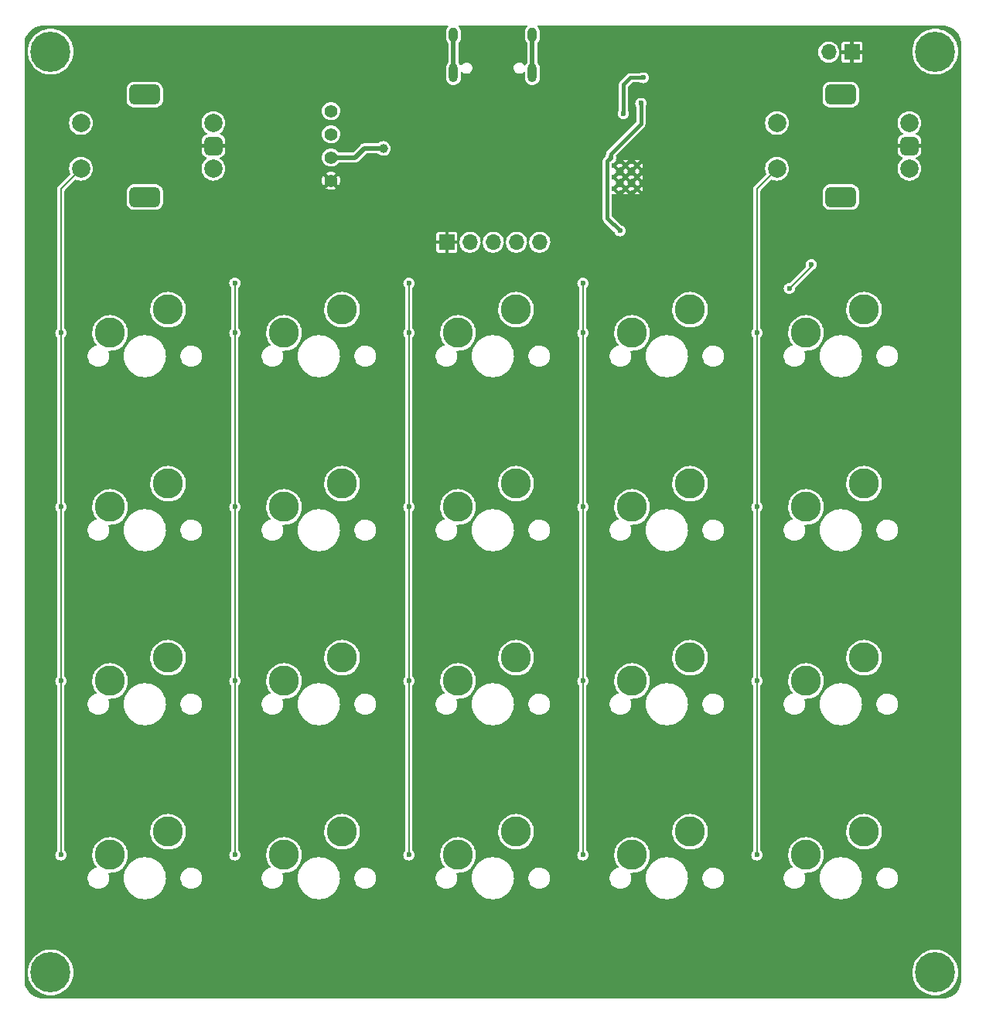
<source format=gbr>
%TF.GenerationSoftware,KiCad,Pcbnew,(6.0.7)*%
%TF.CreationDate,2022-10-27T14:14:10-04:00*%
%TF.ProjectId,BlueTeamPad,426c7565-5465-4616-9d50-61642e6b6963,rev?*%
%TF.SameCoordinates,Original*%
%TF.FileFunction,Copper,L1,Top*%
%TF.FilePolarity,Positive*%
%FSLAX46Y46*%
G04 Gerber Fmt 4.6, Leading zero omitted, Abs format (unit mm)*
G04 Created by KiCad (PCBNEW (6.0.7)) date 2022-10-27 14:14:10*
%MOMM*%
%LPD*%
G01*
G04 APERTURE LIST*
G04 Aperture macros list*
%AMRoundRect*
0 Rectangle with rounded corners*
0 $1 Rounding radius*
0 $2 $3 $4 $5 $6 $7 $8 $9 X,Y pos of 4 corners*
0 Add a 4 corners polygon primitive as box body*
4,1,4,$2,$3,$4,$5,$6,$7,$8,$9,$2,$3,0*
0 Add four circle primitives for the rounded corners*
1,1,$1+$1,$2,$3*
1,1,$1+$1,$4,$5*
1,1,$1+$1,$6,$7*
1,1,$1+$1,$8,$9*
0 Add four rect primitives between the rounded corners*
20,1,$1+$1,$2,$3,$4,$5,0*
20,1,$1+$1,$4,$5,$6,$7,0*
20,1,$1+$1,$6,$7,$8,$9,0*
20,1,$1+$1,$8,$9,$2,$3,0*%
G04 Aperture macros list end*
%TA.AperFunction,ComponentPad*%
%ADD10C,4.400000*%
%TD*%
%TA.AperFunction,ComponentPad*%
%ADD11C,1.397000*%
%TD*%
%TA.AperFunction,ComponentPad*%
%ADD12C,2.000000*%
%TD*%
%TA.AperFunction,ComponentPad*%
%ADD13RoundRect,0.500000X0.500000X0.500000X-0.500000X0.500000X-0.500000X-0.500000X0.500000X-0.500000X0*%
%TD*%
%TA.AperFunction,ComponentPad*%
%ADD14RoundRect,0.550000X1.150000X0.550000X-1.150000X0.550000X-1.150000X-0.550000X1.150000X-0.550000X0*%
%TD*%
%TA.AperFunction,ComponentPad*%
%ADD15C,3.300000*%
%TD*%
%TA.AperFunction,ComponentPad*%
%ADD16R,1.700000X1.700000*%
%TD*%
%TA.AperFunction,ComponentPad*%
%ADD17O,1.700000X1.700000*%
%TD*%
%TA.AperFunction,ComponentPad*%
%ADD18C,0.600000*%
%TD*%
%TA.AperFunction,ComponentPad*%
%ADD19O,1.000000X1.600000*%
%TD*%
%TA.AperFunction,ComponentPad*%
%ADD20O,1.000000X2.100000*%
%TD*%
%TA.AperFunction,ViaPad*%
%ADD21C,0.600000*%
%TD*%
%TA.AperFunction,ViaPad*%
%ADD22C,1.000000*%
%TD*%
%TA.AperFunction,ViaPad*%
%ADD23C,0.800000*%
%TD*%
%TA.AperFunction,Conductor*%
%ADD24C,0.500000*%
%TD*%
%TA.AperFunction,Conductor*%
%ADD25C,0.400000*%
%TD*%
%TA.AperFunction,Conductor*%
%ADD26C,0.200000*%
%TD*%
G04 APERTURE END LIST*
D10*
%TO.P,H2,1,1*%
%TO.N,unconnected-(H2-Pad1)*%
X151606250Y-55562500D03*
%TD*%
D11*
%TO.P,OL1,1,SDA*%
%TO.N,OLED_SDA*%
X85457500Y-62071250D03*
%TO.P,OL1,2,SCL*%
%TO.N,OLED_SCL*%
X85457500Y-64611250D03*
%TO.P,OL1,3,VCC*%
%TO.N,+5V*%
X85457500Y-67151250D03*
%TO.P,OL1,4,GND*%
%TO.N,GND*%
X85457500Y-69691250D03*
%TD*%
D10*
%TO.P,H1,1,1*%
%TO.N,Earth*%
X54768750Y-55562500D03*
%TD*%
D12*
%TO.P,SW3,A,A*%
%TO.N,ROT2A*%
X148787500Y-68381250D03*
%TO.P,SW3,B,B*%
%TO.N,ROT2B*%
X148787500Y-63381250D03*
D13*
%TO.P,SW3,C,C*%
%TO.N,GND*%
X148787500Y-65881250D03*
D14*
%TO.P,SW3,MP*%
%TO.N,N/C*%
X141287500Y-60281250D03*
X141287500Y-71481250D03*
D12*
%TO.P,SW3,S1,S1*%
%TO.N,Net-(D2-Pad2)*%
X134287500Y-63381250D03*
%TO.P,SW3,S2,S2*%
%TO.N,COL4*%
X134287500Y-68381250D03*
%TD*%
D10*
%TO.P,H3,1,1*%
%TO.N,unconnected-(H3-Pad1)*%
X54768750Y-156368750D03*
%TD*%
%TO.P,H4,1,1*%
%TO.N,unconnected-(H4-Pad1)*%
X151606250Y-156368750D03*
%TD*%
D12*
%TO.P,SW2,A,A*%
%TO.N,ROT1A*%
X72587500Y-68381250D03*
%TO.P,SW2,B,B*%
%TO.N,ROT1B*%
X72587500Y-63381250D03*
D13*
%TO.P,SW2,C,C*%
%TO.N,GND*%
X72587500Y-65881250D03*
D14*
%TO.P,SW2,MP*%
%TO.N,N/C*%
X65087500Y-60281250D03*
X65087500Y-71481250D03*
D12*
%TO.P,SW2,S1,S1*%
%TO.N,Net-(D1-Pad2)*%
X58087500Y-63381250D03*
%TO.P,SW2,S2,S2*%
%TO.N,COL0*%
X58087500Y-68381250D03*
%TD*%
D15*
%TO.P,SW20,1,1*%
%TO.N,COL1*%
X80327500Y-143510000D03*
%TO.P,SW20,2,2*%
%TO.N,Net-(D19-Pad2)*%
X86677500Y-140970000D03*
%TD*%
%TO.P,SW5,1,1*%
%TO.N,COL1*%
X80327500Y-86360000D03*
%TO.P,SW5,2,2*%
%TO.N,Net-(D4-Pad2)*%
X86677500Y-83820000D03*
%TD*%
D16*
%TO.P,SW1,1,1*%
%TO.N,GND*%
X142494000Y-55626000D03*
D17*
%TO.P,SW1,2,2*%
%TO.N,Net-(R6-Pad1)*%
X139954000Y-55626000D03*
%TD*%
D15*
%TO.P,SW6,1,1*%
%TO.N,COL2*%
X99377500Y-86360000D03*
%TO.P,SW6,2,2*%
%TO.N,Net-(D5-Pad2)*%
X105727500Y-83820000D03*
%TD*%
%TO.P,SW21,1,1*%
%TO.N,COL2*%
X99377500Y-143510000D03*
%TO.P,SW21,2,2*%
%TO.N,Net-(D20-Pad2)*%
X105727500Y-140970000D03*
%TD*%
%TO.P,SW22,1,1*%
%TO.N,COL3*%
X118427500Y-143510000D03*
%TO.P,SW22,2,2*%
%TO.N,Net-(D21-Pad2)*%
X124777500Y-140970000D03*
%TD*%
D18*
%TO.P,U1,57,GND*%
%TO.N,GND*%
X118978600Y-70566200D03*
X116428600Y-68016200D03*
X116428600Y-69291200D03*
X118978600Y-68016200D03*
X116428600Y-70566200D03*
X117703600Y-69291200D03*
X118978600Y-69291200D03*
X117703600Y-68016200D03*
X117703600Y-70566200D03*
%TD*%
D15*
%TO.P,SW13,1,1*%
%TO.N,COL4*%
X137477500Y-105410000D03*
%TO.P,SW13,2,2*%
%TO.N,Net-(D12-Pad2)*%
X143827500Y-102870000D03*
%TD*%
%TO.P,SW18,1,1*%
%TO.N,COL4*%
X137477500Y-124460000D03*
%TO.P,SW18,2,2*%
%TO.N,Net-(D17-Pad2)*%
X143827500Y-121920000D03*
%TD*%
%TO.P,SW16,1,1*%
%TO.N,COL2*%
X99377500Y-124460000D03*
%TO.P,SW16,2,2*%
%TO.N,Net-(D15-Pad2)*%
X105727500Y-121920000D03*
%TD*%
%TO.P,SW11,1,1*%
%TO.N,COL2*%
X99377500Y-105410000D03*
%TO.P,SW11,2,2*%
%TO.N,Net-(D10-Pad2)*%
X105727500Y-102870000D03*
%TD*%
%TO.P,SW12,1,1*%
%TO.N,COL3*%
X118427500Y-105410000D03*
%TO.P,SW12,2,2*%
%TO.N,Net-(D11-Pad2)*%
X124777500Y-102870000D03*
%TD*%
%TO.P,SW9,1,1*%
%TO.N,COL0*%
X61277500Y-105410000D03*
%TO.P,SW9,2,2*%
%TO.N,Net-(D8-Pad2)*%
X67627500Y-102870000D03*
%TD*%
%TO.P,SW10,1,1*%
%TO.N,COL1*%
X80327500Y-105410000D03*
%TO.P,SW10,2,2*%
%TO.N,Net-(D9-Pad2)*%
X86677500Y-102870000D03*
%TD*%
%TO.P,SW7,1,1*%
%TO.N,COL3*%
X118427500Y-86360000D03*
%TO.P,SW7,2,2*%
%TO.N,Net-(D6-Pad2)*%
X124777500Y-83820000D03*
%TD*%
%TO.P,SW15,1,1*%
%TO.N,COL1*%
X80327500Y-124460000D03*
%TO.P,SW15,2,2*%
%TO.N,Net-(D14-Pad2)*%
X86677500Y-121920000D03*
%TD*%
D19*
%TO.P,J1,S1,SHIELD*%
%TO.N,Earth*%
X107507500Y-53718750D03*
D20*
X98867500Y-57898750D03*
D19*
X98867500Y-53718750D03*
D20*
X107507500Y-57898750D03*
%TD*%
D15*
%TO.P,SW4,1,1*%
%TO.N,COL0*%
X61277500Y-86360000D03*
%TO.P,SW4,2,2*%
%TO.N,Net-(D3-Pad2)*%
X67627500Y-83820000D03*
%TD*%
%TO.P,SW8,1,1*%
%TO.N,COL4*%
X137477500Y-86360000D03*
%TO.P,SW8,2,2*%
%TO.N,Net-(D7-Pad2)*%
X143827500Y-83820000D03*
%TD*%
%TO.P,SW23,1,1*%
%TO.N,COL4*%
X137477500Y-143510000D03*
%TO.P,SW23,2,2*%
%TO.N,Net-(D22-Pad2)*%
X143827500Y-140970000D03*
%TD*%
D16*
%TO.P,J2,1,Pin_1*%
%TO.N,GND*%
X98150000Y-76425000D03*
D17*
%TO.P,J2,2,Pin_2*%
%TO.N,+3.3V*%
X100690000Y-76425000D03*
%TO.P,J2,3,Pin_3*%
%TO.N,~{RESET}*%
X103230000Y-76425000D03*
%TO.P,J2,4,Pin_4*%
%TO.N,SWD*%
X105770000Y-76425000D03*
%TO.P,J2,5,Pin_5*%
%TO.N,SWCLK*%
X108310000Y-76425000D03*
%TD*%
D15*
%TO.P,SW19,1,1*%
%TO.N,COL0*%
X61277500Y-143510000D03*
%TO.P,SW19,2,2*%
%TO.N,Net-(D18-Pad2)*%
X67627500Y-140970000D03*
%TD*%
%TO.P,SW14,1,1*%
%TO.N,COL0*%
X61277500Y-124460000D03*
%TO.P,SW14,2,2*%
%TO.N,Net-(D13-Pad2)*%
X67627500Y-121920000D03*
%TD*%
%TO.P,SW17,1,1*%
%TO.N,COL3*%
X118427500Y-124460000D03*
%TO.P,SW17,2,2*%
%TO.N,Net-(D16-Pad2)*%
X124777500Y-121920000D03*
%TD*%
D21*
%TO.N,GND*%
X103187500Y-54102000D03*
%TO.N,+3.3V*%
X119634000Y-58420000D03*
X117475000Y-62357000D03*
%TO.N,GND*%
X128143000Y-62230000D03*
D22*
X98552000Y-60579000D03*
D23*
X110998000Y-66791700D03*
D21*
X124587000Y-77851000D03*
D22*
X99314000Y-68580000D03*
D21*
X111379000Y-63483500D03*
D22*
X108331000Y-60579000D03*
D21*
X103886000Y-60960000D03*
X148336000Y-87884000D03*
D23*
X115062000Y-63500000D03*
D21*
X124714000Y-69977000D03*
X107823000Y-65786000D03*
X118491000Y-59817000D03*
X114808000Y-77470000D03*
X111050187Y-70410187D03*
X119634000Y-57531000D03*
X103378000Y-63627000D03*
X106680000Y-65786000D03*
X124587000Y-65786000D03*
X111379000Y-61849000D03*
D22*
%TO.N,+5V*%
X91186000Y-66167000D03*
D21*
%TO.N,+1V1*%
X117094000Y-75184000D03*
X119380000Y-61214000D03*
X116078000Y-67183000D03*
%TO.N,ROW0*%
X135636000Y-81498500D03*
X138049000Y-78867000D03*
%TO.N,COL0*%
X55880000Y-143510000D03*
X55880000Y-86360000D03*
X55880000Y-124460000D03*
X55880000Y-105410000D03*
%TO.N,COL4*%
X132080000Y-86360000D03*
X132080000Y-105410000D03*
X132080000Y-143510000D03*
X132080000Y-124460000D03*
%TO.N,COL1*%
X74930000Y-80899000D03*
X74930000Y-86360000D03*
X74930000Y-124460000D03*
X74930000Y-105410000D03*
X74930000Y-143510000D03*
%TO.N,COL2*%
X93980000Y-124460000D03*
X93980000Y-80934500D03*
X93980000Y-105410000D03*
X93980000Y-86360000D03*
X93980000Y-143510000D03*
%TO.N,COL3*%
X113030000Y-124460000D03*
X113030000Y-143510000D03*
X113030000Y-80934500D03*
X113030000Y-105410000D03*
X113030000Y-86360000D03*
%TD*%
D24*
%TO.N,Earth*%
X107507500Y-57898750D02*
X107507500Y-53718750D01*
X98867500Y-57898750D02*
X98867500Y-53718750D01*
D25*
%TO.N,+3.3V*%
X117475000Y-62357000D02*
X117475000Y-59182000D01*
X117475000Y-59182000D02*
X118237000Y-58420000D01*
X118237000Y-58420000D02*
X119634000Y-58420000D01*
D24*
%TO.N,+5V*%
X89090500Y-66167000D02*
X88106250Y-67151250D01*
X88106250Y-67151250D02*
X85457500Y-67151250D01*
X91186000Y-66167000D02*
X89090500Y-66167000D01*
D25*
%TO.N,+1V1*%
X116078000Y-67183000D02*
X116078000Y-66802000D01*
X115697000Y-73787000D02*
X117094000Y-75184000D01*
X116078000Y-67183000D02*
X115697000Y-67564000D01*
X115697000Y-67564000D02*
X115697000Y-73787000D01*
X116078000Y-66802000D02*
X119380000Y-63500000D01*
X119380000Y-63500000D02*
X119380000Y-61214000D01*
D26*
%TO.N,ROW0*%
X138049000Y-79085500D02*
X135636000Y-81498500D01*
X138049000Y-78867000D02*
X138049000Y-79085500D01*
%TO.N,COL0*%
X55880000Y-124460000D02*
X55880000Y-105410000D01*
X55880000Y-86360000D02*
X55880000Y-70588750D01*
X55880000Y-143510000D02*
X55880000Y-124460000D01*
X55880000Y-70588750D02*
X58087500Y-68381250D01*
X55880000Y-86360000D02*
X55880000Y-105410000D01*
%TO.N,COL4*%
X132080000Y-124460000D02*
X132080000Y-105410000D01*
X132080000Y-143510000D02*
X132080000Y-124460000D01*
X132080000Y-86360000D02*
X132080000Y-70588750D01*
X132080000Y-70588750D02*
X134287500Y-68381250D01*
X132080000Y-105410000D02*
X132080000Y-86360000D01*
%TO.N,COL1*%
X74930000Y-86360000D02*
X74930000Y-105410000D01*
X74930000Y-80899000D02*
X74930000Y-86360000D01*
X74930000Y-143510000D02*
X74930000Y-124460000D01*
X74930000Y-124460000D02*
X74930000Y-105410000D01*
%TO.N,COL2*%
X93980000Y-86360000D02*
X93980000Y-105410000D01*
X93980000Y-143510000D02*
X93980000Y-124460000D01*
X93980000Y-124460000D02*
X93980000Y-105410000D01*
X93980000Y-80934500D02*
X93980000Y-86360000D01*
%TO.N,COL3*%
X113030000Y-124460000D02*
X113030000Y-105410000D01*
X113030000Y-86360000D02*
X113030000Y-105410000D01*
X113030000Y-80934500D02*
X113030000Y-86360000D01*
X113030000Y-143510000D02*
X113030000Y-124460000D01*
%TD*%
%TA.AperFunction,Conductor*%
%TO.N,GND*%
G36*
X98285130Y-52706907D02*
G01*
X98321094Y-52756407D01*
X98321094Y-52817593D01*
X98296206Y-52857733D01*
X98258164Y-52894986D01*
X98243232Y-52909609D01*
X98145946Y-53060567D01*
X98084522Y-53229328D01*
X98067000Y-53368033D01*
X98067000Y-54063905D01*
X98081954Y-54197222D01*
X98141015Y-54366823D01*
X98150238Y-54381583D01*
X98226505Y-54503635D01*
X98236184Y-54519125D01*
X98288249Y-54571554D01*
X98315835Y-54626167D01*
X98317000Y-54641312D01*
X98317000Y-56725754D01*
X98298093Y-56783945D01*
X98287266Y-56796487D01*
X98247189Y-56835733D01*
X98247185Y-56835738D01*
X98243232Y-56839609D01*
X98145946Y-56990567D01*
X98084522Y-57159328D01*
X98067000Y-57298033D01*
X98067000Y-58493905D01*
X98081954Y-58627222D01*
X98141015Y-58796823D01*
X98150238Y-58811583D01*
X98230848Y-58940585D01*
X98236184Y-58949125D01*
X98291714Y-59005044D01*
X98353061Y-59066820D01*
X98362730Y-59076557D01*
X98367404Y-59079523D01*
X98367405Y-59079524D01*
X98492969Y-59159209D01*
X98514364Y-59172787D01*
X98683549Y-59233031D01*
X98689036Y-59233685D01*
X98689039Y-59233686D01*
X98856380Y-59253640D01*
X98856383Y-59253640D01*
X98861876Y-59254295D01*
X99040483Y-59235523D01*
X99045723Y-59233739D01*
X99045724Y-59233739D01*
X99205251Y-59179432D01*
X99205255Y-59179430D01*
X99210493Y-59177647D01*
X99215203Y-59174749D01*
X99215208Y-59174747D01*
X99358746Y-59086441D01*
X99363455Y-59083544D01*
X99491768Y-58957891D01*
X99589054Y-58806933D01*
X99650478Y-58638172D01*
X99668000Y-58499467D01*
X99668000Y-57864447D01*
X99686907Y-57806256D01*
X99736407Y-57770292D01*
X99797593Y-57770292D01*
X99834771Y-57792280D01*
X99922372Y-57874544D01*
X99922376Y-57874547D01*
X99926918Y-57878812D01*
X99932381Y-57881815D01*
X99932382Y-57881816D01*
X100059950Y-57951947D01*
X100059954Y-57951948D01*
X100065408Y-57954947D01*
X100071434Y-57956494D01*
X100071436Y-57956495D01*
X100212446Y-57992701D01*
X100212450Y-57992702D01*
X100218481Y-57994250D01*
X100336850Y-57994250D01*
X100454292Y-57979414D01*
X100601232Y-57921236D01*
X100679885Y-57864091D01*
X100724051Y-57832003D01*
X100724052Y-57832002D01*
X100729087Y-57828344D01*
X100733055Y-57823548D01*
X100733056Y-57823547D01*
X100825854Y-57711372D01*
X100829824Y-57706573D01*
X100897114Y-57563576D01*
X100926727Y-57408338D01*
X100916804Y-57250612D01*
X100867967Y-57100309D01*
X100838310Y-57053576D01*
X100786623Y-56972131D01*
X100786622Y-56972130D01*
X100783286Y-56966873D01*
X100668082Y-56858688D01*
X100649323Y-56848375D01*
X100535050Y-56785553D01*
X100535046Y-56785552D01*
X100529592Y-56782553D01*
X100523566Y-56781006D01*
X100523564Y-56781005D01*
X100382554Y-56744799D01*
X100382550Y-56744798D01*
X100376519Y-56743250D01*
X100258150Y-56743250D01*
X100140708Y-56758086D01*
X99993768Y-56816264D01*
X99865913Y-56909156D01*
X99861947Y-56913950D01*
X99861944Y-56913953D01*
X99765176Y-57030927D01*
X99763196Y-57029289D01*
X99724347Y-57061421D01*
X99663282Y-57065256D01*
X99611625Y-57032465D01*
X99599203Y-57010411D01*
X99598196Y-57010894D01*
X99595805Y-57005903D01*
X99593985Y-57000677D01*
X99534510Y-56905497D01*
X99501747Y-56853065D01*
X99501745Y-56853063D01*
X99498816Y-56848375D01*
X99446751Y-56795946D01*
X99419165Y-56741333D01*
X99418000Y-56726188D01*
X99418000Y-54641746D01*
X99436907Y-54583555D01*
X99447734Y-54571013D01*
X99487811Y-54531767D01*
X99487815Y-54531762D01*
X99491768Y-54527891D01*
X99589054Y-54376933D01*
X99650478Y-54208172D01*
X99668000Y-54069467D01*
X99668000Y-53373595D01*
X99653046Y-53240278D01*
X99609203Y-53114376D01*
X99595805Y-53075903D01*
X99595805Y-53075902D01*
X99593985Y-53070677D01*
X99570299Y-53032771D01*
X99501747Y-52923065D01*
X99501745Y-52923063D01*
X99498816Y-52918375D01*
X99437628Y-52856758D01*
X99410040Y-52802146D01*
X99419823Y-52741748D01*
X99463238Y-52698634D01*
X99507875Y-52688000D01*
X106866939Y-52688000D01*
X106925130Y-52706907D01*
X106961094Y-52756407D01*
X106961094Y-52817593D01*
X106936206Y-52857733D01*
X106898164Y-52894986D01*
X106883232Y-52909609D01*
X106785946Y-53060567D01*
X106724522Y-53229328D01*
X106707000Y-53368033D01*
X106707000Y-54063905D01*
X106721954Y-54197222D01*
X106781015Y-54366823D01*
X106790238Y-54381583D01*
X106866505Y-54503635D01*
X106876184Y-54519125D01*
X106928249Y-54571554D01*
X106955835Y-54626167D01*
X106957000Y-54641312D01*
X106957000Y-56725754D01*
X106938093Y-56783945D01*
X106927266Y-56796487D01*
X106887189Y-56835733D01*
X106887185Y-56835738D01*
X106883232Y-56839609D01*
X106785946Y-56990567D01*
X106784055Y-56995763D01*
X106779083Y-57009423D01*
X106741413Y-57057638D01*
X106682598Y-57074503D01*
X106625103Y-57053576D01*
X106602467Y-57028612D01*
X106563286Y-56966873D01*
X106448082Y-56858688D01*
X106429323Y-56848375D01*
X106315050Y-56785553D01*
X106315046Y-56785552D01*
X106309592Y-56782553D01*
X106303566Y-56781006D01*
X106303564Y-56781005D01*
X106162554Y-56744799D01*
X106162550Y-56744798D01*
X106156519Y-56743250D01*
X106038150Y-56743250D01*
X105920708Y-56758086D01*
X105773768Y-56816264D01*
X105645913Y-56909156D01*
X105641947Y-56913950D01*
X105641944Y-56913953D01*
X105549146Y-57026128D01*
X105545176Y-57030927D01*
X105477886Y-57173924D01*
X105448273Y-57329162D01*
X105458196Y-57486888D01*
X105507033Y-57637191D01*
X105510371Y-57642451D01*
X105510372Y-57642453D01*
X105588377Y-57765369D01*
X105591714Y-57770627D01*
X105706918Y-57878812D01*
X105712381Y-57881815D01*
X105712382Y-57881816D01*
X105839950Y-57951947D01*
X105839954Y-57951948D01*
X105845408Y-57954947D01*
X105851434Y-57956494D01*
X105851436Y-57956495D01*
X105992446Y-57992701D01*
X105992450Y-57992702D01*
X105998481Y-57994250D01*
X106116850Y-57994250D01*
X106234292Y-57979414D01*
X106381232Y-57921236D01*
X106459885Y-57864091D01*
X106504051Y-57832003D01*
X106504052Y-57832002D01*
X106509087Y-57828344D01*
X106513056Y-57823547D01*
X106521583Y-57813239D01*
X106531719Y-57800986D01*
X106583379Y-57768202D01*
X106644443Y-57772043D01*
X106691588Y-57811043D01*
X106707000Y-57864091D01*
X106707000Y-58493905D01*
X106721954Y-58627222D01*
X106781015Y-58796823D01*
X106790238Y-58811583D01*
X106870848Y-58940585D01*
X106876184Y-58949125D01*
X106931714Y-59005044D01*
X106993061Y-59066820D01*
X107002730Y-59076557D01*
X107007404Y-59079523D01*
X107007405Y-59079524D01*
X107132969Y-59159209D01*
X107154364Y-59172787D01*
X107323549Y-59233031D01*
X107329036Y-59233685D01*
X107329039Y-59233686D01*
X107496380Y-59253640D01*
X107496383Y-59253640D01*
X107501876Y-59254295D01*
X107680483Y-59235523D01*
X107685723Y-59233739D01*
X107685724Y-59233739D01*
X107845251Y-59179432D01*
X107845255Y-59179430D01*
X107850493Y-59177647D01*
X107855203Y-59174749D01*
X107855208Y-59174747D01*
X107998746Y-59086441D01*
X108003455Y-59083544D01*
X108131768Y-58957891D01*
X108229054Y-58806933D01*
X108290478Y-58638172D01*
X108308000Y-58499467D01*
X108308000Y-57303595D01*
X108293046Y-57170278D01*
X108233985Y-57000677D01*
X108174510Y-56905497D01*
X108141747Y-56853065D01*
X108141745Y-56853063D01*
X108138816Y-56848375D01*
X108086751Y-56795946D01*
X108059165Y-56741333D01*
X108058000Y-56726188D01*
X108058000Y-55595754D01*
X138798967Y-55595754D01*
X138812796Y-55806749D01*
X138813912Y-55811142D01*
X138813912Y-55811144D01*
X138836487Y-55900032D01*
X138864845Y-56011690D01*
X138866747Y-56015815D01*
X138866747Y-56015816D01*
X138946369Y-56188529D01*
X138953369Y-56203714D01*
X139075405Y-56376391D01*
X139226865Y-56523937D01*
X139230638Y-56526458D01*
X139398899Y-56638887D01*
X139398902Y-56638889D01*
X139402677Y-56641411D01*
X139499472Y-56682997D01*
X139592774Y-56723083D01*
X139592778Y-56723084D01*
X139596953Y-56724878D01*
X139625025Y-56731230D01*
X139798760Y-56770543D01*
X139798765Y-56770544D01*
X139803186Y-56771544D01*
X139907785Y-56775654D01*
X140009937Y-56779668D01*
X140009938Y-56779668D01*
X140014470Y-56779846D01*
X140223730Y-56749504D01*
X140228029Y-56748045D01*
X140228032Y-56748044D01*
X140419654Y-56682997D01*
X140423955Y-56681537D01*
X140608442Y-56578219D01*
X140681282Y-56517639D01*
X141344000Y-56517639D01*
X141344346Y-56523485D01*
X141346234Y-56539353D01*
X141350128Y-56553519D01*
X141388770Y-56640514D01*
X141398946Y-56655321D01*
X141465108Y-56721367D01*
X141479931Y-56731517D01*
X141566980Y-56770000D01*
X141581185Y-56773873D01*
X141596580Y-56775668D01*
X141602292Y-56776000D01*
X142278320Y-56776000D01*
X142291005Y-56771878D01*
X142294000Y-56767757D01*
X142294000Y-56760320D01*
X142694000Y-56760320D01*
X142698122Y-56773005D01*
X142702243Y-56776000D01*
X143385639Y-56776000D01*
X143391485Y-56775654D01*
X143407353Y-56773766D01*
X143421519Y-56769872D01*
X143508514Y-56731230D01*
X143523321Y-56721054D01*
X143589367Y-56654892D01*
X143599517Y-56640069D01*
X143638000Y-56553020D01*
X143641873Y-56538815D01*
X143643668Y-56523420D01*
X143644000Y-56517708D01*
X143644000Y-55841680D01*
X143639878Y-55828995D01*
X143635757Y-55826000D01*
X142709680Y-55826000D01*
X142696995Y-55830122D01*
X142694000Y-55834243D01*
X142694000Y-56760320D01*
X142294000Y-56760320D01*
X142294000Y-55841680D01*
X142289878Y-55828995D01*
X142285757Y-55826000D01*
X141359680Y-55826000D01*
X141346995Y-55830122D01*
X141344000Y-55834243D01*
X141344000Y-56517639D01*
X140681282Y-56517639D01*
X140771012Y-56443012D01*
X140906219Y-56280442D01*
X141009537Y-56095955D01*
X141010997Y-56091654D01*
X141076044Y-55900032D01*
X141076045Y-55900029D01*
X141077504Y-55895730D01*
X141107846Y-55686470D01*
X141109429Y-55626000D01*
X141103594Y-55562500D01*
X149100806Y-55562500D01*
X149101001Y-55565599D01*
X149116173Y-55806749D01*
X149120562Y-55876515D01*
X149179519Y-56185579D01*
X149180475Y-56188521D01*
X149180477Y-56188529D01*
X149209055Y-56276481D01*
X149276747Y-56484815D01*
X149278074Y-56487635D01*
X149409391Y-56766699D01*
X149409396Y-56766707D01*
X149410713Y-56769507D01*
X149579303Y-57035163D01*
X149581279Y-57037552D01*
X149581283Y-57037557D01*
X149686567Y-57164822D01*
X149779860Y-57277594D01*
X150009220Y-57492978D01*
X150263766Y-57677916D01*
X150315893Y-57706573D01*
X150536762Y-57827998D01*
X150536768Y-57828001D01*
X150539484Y-57829494D01*
X150559553Y-57837440D01*
X150829135Y-57944175D01*
X150829138Y-57944176D01*
X150832025Y-57945319D01*
X150835028Y-57946090D01*
X150835034Y-57946092D01*
X151133770Y-58022794D01*
X151136777Y-58023566D01*
X151139858Y-58023955D01*
X151139862Y-58023956D01*
X151237340Y-58036270D01*
X151448932Y-58063000D01*
X151763568Y-58063000D01*
X151975160Y-58036270D01*
X152072638Y-58023956D01*
X152072642Y-58023955D01*
X152075723Y-58023566D01*
X152078730Y-58022794D01*
X152377466Y-57946092D01*
X152377472Y-57946090D01*
X152380475Y-57945319D01*
X152383362Y-57944176D01*
X152383365Y-57944175D01*
X152652947Y-57837440D01*
X152673016Y-57829494D01*
X152675732Y-57828001D01*
X152675738Y-57827998D01*
X152896607Y-57706573D01*
X152948734Y-57677916D01*
X153203280Y-57492978D01*
X153432640Y-57277594D01*
X153525933Y-57164822D01*
X153631217Y-57037557D01*
X153631221Y-57037552D01*
X153633197Y-57035163D01*
X153801787Y-56769507D01*
X153803104Y-56766707D01*
X153803109Y-56766699D01*
X153934426Y-56487635D01*
X153935753Y-56484815D01*
X154003445Y-56276481D01*
X154032023Y-56188529D01*
X154032025Y-56188521D01*
X154032981Y-56185579D01*
X154091938Y-55876515D01*
X154096328Y-55806749D01*
X154111499Y-55565599D01*
X154111694Y-55562500D01*
X154100859Y-55390284D01*
X154092134Y-55251594D01*
X154092133Y-55251588D01*
X154091938Y-55248485D01*
X154032981Y-54939421D01*
X154032025Y-54936479D01*
X154032023Y-54936471D01*
X153936715Y-54643146D01*
X153935753Y-54640185D01*
X153916338Y-54598926D01*
X153803109Y-54358301D01*
X153803104Y-54358293D01*
X153801787Y-54355493D01*
X153633197Y-54089837D01*
X153616346Y-54069467D01*
X153434621Y-53849801D01*
X153432640Y-53847406D01*
X153203280Y-53632022D01*
X152948734Y-53447084D01*
X152815059Y-53373595D01*
X152675738Y-53297002D01*
X152675732Y-53296999D01*
X152673016Y-53295506D01*
X152520311Y-53235046D01*
X152383365Y-53180825D01*
X152383362Y-53180824D01*
X152380475Y-53179681D01*
X152377472Y-53178910D01*
X152377466Y-53178908D01*
X152078730Y-53102206D01*
X152078729Y-53102206D01*
X152075723Y-53101434D01*
X152072642Y-53101045D01*
X152072638Y-53101044D01*
X151967529Y-53087766D01*
X151763568Y-53062000D01*
X151448932Y-53062000D01*
X151244971Y-53087766D01*
X151139862Y-53101044D01*
X151139858Y-53101045D01*
X151136777Y-53101434D01*
X151133771Y-53102206D01*
X151133770Y-53102206D01*
X150835034Y-53178908D01*
X150835028Y-53178910D01*
X150832025Y-53179681D01*
X150829138Y-53180824D01*
X150829135Y-53180825D01*
X150692189Y-53235046D01*
X150539484Y-53295506D01*
X150536768Y-53296999D01*
X150536762Y-53297002D01*
X150397441Y-53373595D01*
X150263766Y-53447084D01*
X150009220Y-53632022D01*
X149779860Y-53847406D01*
X149777879Y-53849801D01*
X149596155Y-54069467D01*
X149579303Y-54089837D01*
X149410713Y-54355493D01*
X149409396Y-54358293D01*
X149409391Y-54358301D01*
X149296162Y-54598926D01*
X149276747Y-54640185D01*
X149275785Y-54643146D01*
X149180477Y-54936471D01*
X149180475Y-54936479D01*
X149179519Y-54939421D01*
X149120562Y-55248485D01*
X149120367Y-55251588D01*
X149120366Y-55251594D01*
X149111641Y-55390284D01*
X149100806Y-55562500D01*
X141103594Y-55562500D01*
X141090081Y-55415440D01*
X141088637Y-55410320D01*
X141344000Y-55410320D01*
X141348122Y-55423005D01*
X141352243Y-55426000D01*
X142278320Y-55426000D01*
X142291005Y-55421878D01*
X142294000Y-55417757D01*
X142294000Y-55410320D01*
X142694000Y-55410320D01*
X142698122Y-55423005D01*
X142702243Y-55426000D01*
X143628320Y-55426000D01*
X143641005Y-55421878D01*
X143644000Y-55417757D01*
X143644000Y-54734361D01*
X143643654Y-54728515D01*
X143641766Y-54712647D01*
X143637872Y-54698481D01*
X143599230Y-54611486D01*
X143589054Y-54596679D01*
X143522892Y-54530633D01*
X143508069Y-54520483D01*
X143421020Y-54482000D01*
X143406815Y-54478127D01*
X143391420Y-54476332D01*
X143385708Y-54476000D01*
X142709680Y-54476000D01*
X142696995Y-54480122D01*
X142694000Y-54484243D01*
X142694000Y-55410320D01*
X142294000Y-55410320D01*
X142294000Y-54491680D01*
X142289878Y-54478995D01*
X142285757Y-54476000D01*
X141602361Y-54476000D01*
X141596515Y-54476346D01*
X141580647Y-54478234D01*
X141566481Y-54482128D01*
X141479486Y-54520770D01*
X141464679Y-54530946D01*
X141398633Y-54597108D01*
X141388483Y-54611931D01*
X141350000Y-54698980D01*
X141346127Y-54713185D01*
X141344332Y-54728580D01*
X141344000Y-54734292D01*
X141344000Y-55410320D01*
X141088637Y-55410320D01*
X141032686Y-55211931D01*
X140939165Y-55022290D01*
X140812651Y-54852867D01*
X140657381Y-54709337D01*
X140640967Y-54698980D01*
X140482391Y-54598926D01*
X140478554Y-54596505D01*
X140282160Y-54518152D01*
X140074775Y-54476901D01*
X139970599Y-54475537D01*
X139867886Y-54474192D01*
X139867881Y-54474192D01*
X139863346Y-54474133D01*
X139858873Y-54474902D01*
X139858868Y-54474902D01*
X139766389Y-54490793D01*
X139654953Y-54509941D01*
X139456575Y-54583127D01*
X139452676Y-54585446D01*
X139452671Y-54585449D01*
X139278762Y-54688914D01*
X139274856Y-54691238D01*
X139271441Y-54694233D01*
X139271438Y-54694235D01*
X139198512Y-54758190D01*
X139115881Y-54830655D01*
X138984976Y-54996708D01*
X138886523Y-55183836D01*
X138823820Y-55385773D01*
X138798967Y-55595754D01*
X108058000Y-55595754D01*
X108058000Y-54641746D01*
X108076907Y-54583555D01*
X108087734Y-54571013D01*
X108127811Y-54531767D01*
X108127815Y-54531762D01*
X108131768Y-54527891D01*
X108229054Y-54376933D01*
X108290478Y-54208172D01*
X108308000Y-54069467D01*
X108308000Y-53373595D01*
X108293046Y-53240278D01*
X108249203Y-53114376D01*
X108235805Y-53075903D01*
X108235805Y-53075902D01*
X108233985Y-53070677D01*
X108210299Y-53032771D01*
X108141747Y-52923065D01*
X108141745Y-52923063D01*
X108138816Y-52918375D01*
X108077628Y-52856758D01*
X108050040Y-52802146D01*
X108059823Y-52741748D01*
X108103238Y-52698634D01*
X108147875Y-52688000D01*
X152365047Y-52688000D01*
X152382236Y-52689504D01*
X152400000Y-52692636D01*
X152408529Y-52691132D01*
X152411022Y-52691132D01*
X152431080Y-52690037D01*
X152495636Y-52694268D01*
X152665125Y-52705377D01*
X152677950Y-52707065D01*
X152898485Y-52750932D01*
X152932184Y-52757635D01*
X152944692Y-52760987D01*
X153190130Y-52844300D01*
X153202093Y-52849254D01*
X153434573Y-52963900D01*
X153445778Y-52970369D01*
X153573812Y-53055917D01*
X153661299Y-53114373D01*
X153671573Y-53122256D01*
X153866458Y-53293163D01*
X153875614Y-53302320D01*
X154046511Y-53497186D01*
X154054395Y-53507459D01*
X154198407Y-53722981D01*
X154204880Y-53734193D01*
X154319526Y-53966662D01*
X154324480Y-53978622D01*
X154389809Y-54171064D01*
X154407805Y-54224075D01*
X154411156Y-54236583D01*
X154461726Y-54490793D01*
X154463417Y-54503632D01*
X154478749Y-54737472D01*
X154477618Y-54758190D01*
X154477618Y-54760226D01*
X154476114Y-54768756D01*
X154477618Y-54777284D01*
X154479246Y-54786516D01*
X154480750Y-54803709D01*
X154480750Y-157127547D01*
X154479246Y-157144736D01*
X154476114Y-157162500D01*
X154477618Y-157171029D01*
X154477618Y-157173522D01*
X154478713Y-157193580D01*
X154463374Y-157427615D01*
X154461685Y-157440447D01*
X154411116Y-157694675D01*
X154407765Y-157707180D01*
X154324447Y-157952627D01*
X154319491Y-157964591D01*
X154204853Y-158197053D01*
X154198379Y-158208267D01*
X154054370Y-158423792D01*
X154046500Y-158434049D01*
X153908397Y-158591525D01*
X153875590Y-158628934D01*
X153866435Y-158638089D01*
X153671549Y-158809000D01*
X153661292Y-158816870D01*
X153630898Y-158837179D01*
X153445767Y-158960879D01*
X153434553Y-158967353D01*
X153202091Y-159081991D01*
X153190128Y-159086947D01*
X152944680Y-159170265D01*
X152932180Y-159173615D01*
X152677947Y-159224185D01*
X152665122Y-159225873D01*
X152493692Y-159237109D01*
X152431080Y-159241213D01*
X152411022Y-159240118D01*
X152408529Y-159240118D01*
X152400000Y-159238614D01*
X152382236Y-159241746D01*
X152365047Y-159243250D01*
X54009953Y-159243250D01*
X53992764Y-159241746D01*
X53975000Y-159238614D01*
X53966471Y-159240118D01*
X53963978Y-159240118D01*
X53943920Y-159241213D01*
X53881308Y-159237109D01*
X53709878Y-159225873D01*
X53697053Y-159224185D01*
X53442820Y-159173615D01*
X53430320Y-159170265D01*
X53184872Y-159086947D01*
X53172909Y-159081991D01*
X52940447Y-158967353D01*
X52929233Y-158960879D01*
X52744102Y-158837179D01*
X52713708Y-158816870D01*
X52703451Y-158809000D01*
X52508565Y-158638089D01*
X52499410Y-158628934D01*
X52466603Y-158591525D01*
X52328500Y-158434049D01*
X52320630Y-158423792D01*
X52176621Y-158208267D01*
X52170147Y-158197053D01*
X52055509Y-157964591D01*
X52050553Y-157952627D01*
X51967235Y-157707180D01*
X51963884Y-157694675D01*
X51913315Y-157440447D01*
X51911626Y-157427615D01*
X51896287Y-157193580D01*
X51897382Y-157173522D01*
X51897382Y-157171029D01*
X51898886Y-157162500D01*
X51895754Y-157144736D01*
X51894250Y-157127547D01*
X51894250Y-156368750D01*
X52263306Y-156368750D01*
X52283062Y-156682765D01*
X52342019Y-156991829D01*
X52342975Y-156994771D01*
X52342977Y-156994779D01*
X52398582Y-157165912D01*
X52439247Y-157291065D01*
X52440574Y-157293885D01*
X52571891Y-157572949D01*
X52571896Y-157572957D01*
X52573213Y-157575757D01*
X52741803Y-157841413D01*
X52743779Y-157843802D01*
X52743783Y-157843807D01*
X52838889Y-157958769D01*
X52942360Y-158083844D01*
X53171720Y-158299228D01*
X53426266Y-158484166D01*
X53428993Y-158485665D01*
X53699262Y-158634248D01*
X53699268Y-158634251D01*
X53701984Y-158635744D01*
X53704872Y-158636887D01*
X53704871Y-158636887D01*
X53991635Y-158750425D01*
X53991638Y-158750426D01*
X53994525Y-158751569D01*
X53997528Y-158752340D01*
X53997534Y-158752342D01*
X54248871Y-158816874D01*
X54299277Y-158829816D01*
X54302358Y-158830205D01*
X54302362Y-158830206D01*
X54407471Y-158843484D01*
X54611432Y-158869250D01*
X54926068Y-158869250D01*
X55130029Y-158843484D01*
X55235138Y-158830206D01*
X55235142Y-158830205D01*
X55238223Y-158829816D01*
X55288629Y-158816874D01*
X55539966Y-158752342D01*
X55539972Y-158752340D01*
X55542975Y-158751569D01*
X55545862Y-158750426D01*
X55545865Y-158750425D01*
X55832629Y-158636887D01*
X55832628Y-158636887D01*
X55835516Y-158635744D01*
X55838232Y-158634251D01*
X55838238Y-158634248D01*
X56108507Y-158485665D01*
X56111234Y-158484166D01*
X56365780Y-158299228D01*
X56595140Y-158083844D01*
X56698611Y-157958769D01*
X56793717Y-157843807D01*
X56793721Y-157843802D01*
X56795697Y-157841413D01*
X56964287Y-157575757D01*
X56965604Y-157572957D01*
X56965609Y-157572949D01*
X57096926Y-157293885D01*
X57098253Y-157291065D01*
X57138918Y-157165912D01*
X57194523Y-156994779D01*
X57194525Y-156994771D01*
X57195481Y-156991829D01*
X57254438Y-156682765D01*
X57274194Y-156368750D01*
X149100806Y-156368750D01*
X149120562Y-156682765D01*
X149179519Y-156991829D01*
X149180475Y-156994771D01*
X149180477Y-156994779D01*
X149236082Y-157165912D01*
X149276747Y-157291065D01*
X149278074Y-157293885D01*
X149409391Y-157572949D01*
X149409396Y-157572957D01*
X149410713Y-157575757D01*
X149579303Y-157841413D01*
X149581279Y-157843802D01*
X149581283Y-157843807D01*
X149676389Y-157958769D01*
X149779860Y-158083844D01*
X150009220Y-158299228D01*
X150263766Y-158484166D01*
X150266493Y-158485665D01*
X150536762Y-158634248D01*
X150536768Y-158634251D01*
X150539484Y-158635744D01*
X150542372Y-158636887D01*
X150542371Y-158636887D01*
X150829135Y-158750425D01*
X150829138Y-158750426D01*
X150832025Y-158751569D01*
X150835028Y-158752340D01*
X150835034Y-158752342D01*
X151086371Y-158816874D01*
X151136777Y-158829816D01*
X151139858Y-158830205D01*
X151139862Y-158830206D01*
X151244971Y-158843484D01*
X151448932Y-158869250D01*
X151763568Y-158869250D01*
X151967529Y-158843484D01*
X152072638Y-158830206D01*
X152072642Y-158830205D01*
X152075723Y-158829816D01*
X152126129Y-158816874D01*
X152377466Y-158752342D01*
X152377472Y-158752340D01*
X152380475Y-158751569D01*
X152383362Y-158750426D01*
X152383365Y-158750425D01*
X152670129Y-158636887D01*
X152670128Y-158636887D01*
X152673016Y-158635744D01*
X152675732Y-158634251D01*
X152675738Y-158634248D01*
X152946007Y-158485665D01*
X152948734Y-158484166D01*
X153203280Y-158299228D01*
X153432640Y-158083844D01*
X153536111Y-157958769D01*
X153631217Y-157843807D01*
X153631221Y-157843802D01*
X153633197Y-157841413D01*
X153801787Y-157575757D01*
X153803104Y-157572957D01*
X153803109Y-157572949D01*
X153934426Y-157293885D01*
X153935753Y-157291065D01*
X153976418Y-157165912D01*
X154032023Y-156994779D01*
X154032025Y-156994771D01*
X154032981Y-156991829D01*
X154091938Y-156682765D01*
X154111694Y-156368750D01*
X154091938Y-156054735D01*
X154032981Y-155745671D01*
X154032025Y-155742729D01*
X154032023Y-155742721D01*
X153936715Y-155449396D01*
X153935753Y-155446435D01*
X153932918Y-155440411D01*
X153803109Y-155164551D01*
X153803104Y-155164543D01*
X153801787Y-155161743D01*
X153633197Y-154896087D01*
X153432640Y-154653656D01*
X153203280Y-154438272D01*
X152948734Y-154253334D01*
X152864941Y-154207268D01*
X152675738Y-154103252D01*
X152675732Y-154103249D01*
X152673016Y-154101756D01*
X152625503Y-154082944D01*
X152383365Y-153987075D01*
X152383362Y-153987074D01*
X152380475Y-153985931D01*
X152377472Y-153985160D01*
X152377466Y-153985158D01*
X152078730Y-153908456D01*
X152078729Y-153908456D01*
X152075723Y-153907684D01*
X152072642Y-153907295D01*
X152072638Y-153907294D01*
X151967529Y-153894016D01*
X151763568Y-153868250D01*
X151448932Y-153868250D01*
X151244971Y-153894016D01*
X151139862Y-153907294D01*
X151139858Y-153907295D01*
X151136777Y-153907684D01*
X151133771Y-153908456D01*
X151133770Y-153908456D01*
X150835034Y-153985158D01*
X150835028Y-153985160D01*
X150832025Y-153985931D01*
X150829138Y-153987074D01*
X150829135Y-153987075D01*
X150586997Y-154082944D01*
X150539484Y-154101756D01*
X150536768Y-154103249D01*
X150536762Y-154103252D01*
X150347559Y-154207268D01*
X150263766Y-154253334D01*
X150009220Y-154438272D01*
X149779860Y-154653656D01*
X149579303Y-154896087D01*
X149410713Y-155161743D01*
X149409396Y-155164543D01*
X149409391Y-155164551D01*
X149279582Y-155440411D01*
X149276747Y-155446435D01*
X149275785Y-155449396D01*
X149180477Y-155742721D01*
X149180475Y-155742729D01*
X149179519Y-155745671D01*
X149120562Y-156054735D01*
X149100806Y-156368750D01*
X57274194Y-156368750D01*
X57254438Y-156054735D01*
X57195481Y-155745671D01*
X57194525Y-155742729D01*
X57194523Y-155742721D01*
X57099215Y-155449396D01*
X57098253Y-155446435D01*
X57095418Y-155440411D01*
X56965609Y-155164551D01*
X56965604Y-155164543D01*
X56964287Y-155161743D01*
X56795697Y-154896087D01*
X56595140Y-154653656D01*
X56365780Y-154438272D01*
X56111234Y-154253334D01*
X56027441Y-154207268D01*
X55838238Y-154103252D01*
X55838232Y-154103249D01*
X55835516Y-154101756D01*
X55788003Y-154082944D01*
X55545865Y-153987075D01*
X55545862Y-153987074D01*
X55542975Y-153985931D01*
X55539972Y-153985160D01*
X55539966Y-153985158D01*
X55241230Y-153908456D01*
X55241229Y-153908456D01*
X55238223Y-153907684D01*
X55235142Y-153907295D01*
X55235138Y-153907294D01*
X55130029Y-153894016D01*
X54926068Y-153868250D01*
X54611432Y-153868250D01*
X54407471Y-153894016D01*
X54302362Y-153907294D01*
X54302358Y-153907295D01*
X54299277Y-153907684D01*
X54296271Y-153908456D01*
X54296270Y-153908456D01*
X53997534Y-153985158D01*
X53997528Y-153985160D01*
X53994525Y-153985931D01*
X53991638Y-153987074D01*
X53991635Y-153987075D01*
X53749497Y-154082944D01*
X53701984Y-154101756D01*
X53699268Y-154103249D01*
X53699262Y-154103252D01*
X53510059Y-154207268D01*
X53426266Y-154253334D01*
X53171720Y-154438272D01*
X52942360Y-154653656D01*
X52741803Y-154896087D01*
X52573213Y-155161743D01*
X52571896Y-155164543D01*
X52571891Y-155164551D01*
X52442082Y-155440411D01*
X52439247Y-155446435D01*
X52438285Y-155449396D01*
X52342977Y-155742721D01*
X52342975Y-155742729D01*
X52342019Y-155745671D01*
X52283062Y-156054735D01*
X52263306Y-156368750D01*
X51894250Y-156368750D01*
X51894250Y-146142624D01*
X58830603Y-146142624D01*
X58867190Y-146355545D01*
X58941966Y-146558234D01*
X58944286Y-146562133D01*
X58944288Y-146562138D01*
X58995474Y-146648174D01*
X59052426Y-146743902D01*
X59055420Y-146747317D01*
X59055423Y-146747320D01*
X59077063Y-146771995D01*
X59194873Y-146906331D01*
X59364534Y-147040081D01*
X59555728Y-147140673D01*
X59560059Y-147142018D01*
X59560062Y-147142019D01*
X59757720Y-147203393D01*
X59757724Y-147203394D01*
X59762053Y-147204738D01*
X59937470Y-147225500D01*
X60062307Y-147225500D01*
X60222636Y-147210768D01*
X60430566Y-147152125D01*
X60624328Y-147056572D01*
X60797433Y-146927309D01*
X60944082Y-146768665D01*
X60959707Y-146743902D01*
X61056944Y-146589789D01*
X61059365Y-146585952D01*
X61139421Y-146385290D01*
X61181569Y-146173400D01*
X61183142Y-146053235D01*
X61183184Y-146050000D01*
X62788177Y-146050000D01*
X62788389Y-146053235D01*
X62795968Y-146168861D01*
X62807848Y-146350122D01*
X62866525Y-146645109D01*
X62963203Y-146929913D01*
X63096228Y-147199661D01*
X63263324Y-147449739D01*
X63461633Y-147675867D01*
X63687761Y-147874176D01*
X63937839Y-148041272D01*
X63940745Y-148042705D01*
X63940750Y-148042708D01*
X64076828Y-148109814D01*
X64207587Y-148174297D01*
X64492391Y-148270975D01*
X64787378Y-148329652D01*
X64790600Y-148329863D01*
X64790606Y-148329864D01*
X65010771Y-148344294D01*
X65010773Y-148344294D01*
X65012389Y-148344400D01*
X65162611Y-148344400D01*
X65164227Y-148344294D01*
X65164229Y-148344294D01*
X65384394Y-148329864D01*
X65384400Y-148329863D01*
X65387622Y-148329652D01*
X65682609Y-148270975D01*
X65967413Y-148174297D01*
X66098172Y-148109814D01*
X66234250Y-148042708D01*
X66234255Y-148042705D01*
X66237161Y-148041272D01*
X66487239Y-147874176D01*
X66713367Y-147675867D01*
X66911676Y-147449739D01*
X67078772Y-147199662D01*
X67211797Y-146929913D01*
X67213813Y-146923976D01*
X67276265Y-146739996D01*
X67308475Y-146645109D01*
X67367152Y-146350122D01*
X67379033Y-146168861D01*
X67380753Y-146142624D01*
X68990603Y-146142624D01*
X69027190Y-146355545D01*
X69101966Y-146558234D01*
X69104286Y-146562133D01*
X69104288Y-146562138D01*
X69155474Y-146648174D01*
X69212426Y-146743902D01*
X69215420Y-146747317D01*
X69215423Y-146747320D01*
X69237063Y-146771995D01*
X69354873Y-146906331D01*
X69524534Y-147040081D01*
X69715728Y-147140673D01*
X69720059Y-147142018D01*
X69720062Y-147142019D01*
X69917720Y-147203393D01*
X69917724Y-147203394D01*
X69922053Y-147204738D01*
X70097470Y-147225500D01*
X70222307Y-147225500D01*
X70382636Y-147210768D01*
X70590566Y-147152125D01*
X70784328Y-147056572D01*
X70957433Y-146927309D01*
X71104082Y-146768665D01*
X71119707Y-146743902D01*
X71216944Y-146589789D01*
X71219365Y-146585952D01*
X71299421Y-146385290D01*
X71341569Y-146173400D01*
X71341972Y-146142624D01*
X77880603Y-146142624D01*
X77917190Y-146355545D01*
X77991966Y-146558234D01*
X77994286Y-146562133D01*
X77994288Y-146562138D01*
X78045474Y-146648174D01*
X78102426Y-146743902D01*
X78105420Y-146747317D01*
X78105423Y-146747320D01*
X78127063Y-146771995D01*
X78244873Y-146906331D01*
X78414534Y-147040081D01*
X78605728Y-147140673D01*
X78610059Y-147142018D01*
X78610062Y-147142019D01*
X78807720Y-147203393D01*
X78807724Y-147203394D01*
X78812053Y-147204738D01*
X78987470Y-147225500D01*
X79112307Y-147225500D01*
X79272636Y-147210768D01*
X79480566Y-147152125D01*
X79674328Y-147056572D01*
X79847433Y-146927309D01*
X79994082Y-146768665D01*
X80009707Y-146743902D01*
X80106944Y-146589789D01*
X80109365Y-146585952D01*
X80189421Y-146385290D01*
X80231569Y-146173400D01*
X80233142Y-146053235D01*
X80233184Y-146050000D01*
X81838177Y-146050000D01*
X81838389Y-146053235D01*
X81845968Y-146168861D01*
X81857848Y-146350122D01*
X81916525Y-146645109D01*
X82013203Y-146929913D01*
X82146228Y-147199661D01*
X82313324Y-147449739D01*
X82511633Y-147675867D01*
X82737761Y-147874176D01*
X82987839Y-148041272D01*
X82990745Y-148042705D01*
X82990750Y-148042708D01*
X83126828Y-148109814D01*
X83257587Y-148174297D01*
X83542391Y-148270975D01*
X83837378Y-148329652D01*
X83840600Y-148329863D01*
X83840606Y-148329864D01*
X84060771Y-148344294D01*
X84060773Y-148344294D01*
X84062389Y-148344400D01*
X84212611Y-148344400D01*
X84214227Y-148344294D01*
X84214229Y-148344294D01*
X84434394Y-148329864D01*
X84434400Y-148329863D01*
X84437622Y-148329652D01*
X84732609Y-148270975D01*
X85017413Y-148174297D01*
X85148172Y-148109814D01*
X85284250Y-148042708D01*
X85284255Y-148042705D01*
X85287161Y-148041272D01*
X85537239Y-147874176D01*
X85763367Y-147675867D01*
X85961676Y-147449739D01*
X86128772Y-147199662D01*
X86261797Y-146929913D01*
X86263813Y-146923976D01*
X86326265Y-146739996D01*
X86358475Y-146645109D01*
X86417152Y-146350122D01*
X86429033Y-146168861D01*
X86430753Y-146142624D01*
X88040603Y-146142624D01*
X88077190Y-146355545D01*
X88151966Y-146558234D01*
X88154286Y-146562133D01*
X88154288Y-146562138D01*
X88205474Y-146648174D01*
X88262426Y-146743902D01*
X88265420Y-146747317D01*
X88265423Y-146747320D01*
X88287063Y-146771995D01*
X88404873Y-146906331D01*
X88574534Y-147040081D01*
X88765728Y-147140673D01*
X88770059Y-147142018D01*
X88770062Y-147142019D01*
X88967720Y-147203393D01*
X88967724Y-147203394D01*
X88972053Y-147204738D01*
X89147470Y-147225500D01*
X89272307Y-147225500D01*
X89432636Y-147210768D01*
X89640566Y-147152125D01*
X89834328Y-147056572D01*
X90007433Y-146927309D01*
X90154082Y-146768665D01*
X90169707Y-146743902D01*
X90266944Y-146589789D01*
X90269365Y-146585952D01*
X90349421Y-146385290D01*
X90391569Y-146173400D01*
X90391972Y-146142624D01*
X96930603Y-146142624D01*
X96967190Y-146355545D01*
X97041966Y-146558234D01*
X97044286Y-146562133D01*
X97044288Y-146562138D01*
X97095474Y-146648174D01*
X97152426Y-146743902D01*
X97155420Y-146747317D01*
X97155423Y-146747320D01*
X97177063Y-146771995D01*
X97294873Y-146906331D01*
X97464534Y-147040081D01*
X97655728Y-147140673D01*
X97660059Y-147142018D01*
X97660062Y-147142019D01*
X97857720Y-147203393D01*
X97857724Y-147203394D01*
X97862053Y-147204738D01*
X98037470Y-147225500D01*
X98162307Y-147225500D01*
X98322636Y-147210768D01*
X98530566Y-147152125D01*
X98724328Y-147056572D01*
X98897433Y-146927309D01*
X99044082Y-146768665D01*
X99059707Y-146743902D01*
X99156944Y-146589789D01*
X99159365Y-146585952D01*
X99239421Y-146385290D01*
X99281569Y-146173400D01*
X99283142Y-146053235D01*
X99283184Y-146050000D01*
X100888177Y-146050000D01*
X100888389Y-146053235D01*
X100895968Y-146168861D01*
X100907848Y-146350122D01*
X100966525Y-146645109D01*
X101063203Y-146929913D01*
X101196228Y-147199661D01*
X101363324Y-147449739D01*
X101561633Y-147675867D01*
X101787761Y-147874176D01*
X102037839Y-148041272D01*
X102040745Y-148042705D01*
X102040750Y-148042708D01*
X102176828Y-148109814D01*
X102307587Y-148174297D01*
X102592391Y-148270975D01*
X102887378Y-148329652D01*
X102890600Y-148329863D01*
X102890606Y-148329864D01*
X103110771Y-148344294D01*
X103110773Y-148344294D01*
X103112389Y-148344400D01*
X103262611Y-148344400D01*
X103264227Y-148344294D01*
X103264229Y-148344294D01*
X103484394Y-148329864D01*
X103484400Y-148329863D01*
X103487622Y-148329652D01*
X103782609Y-148270975D01*
X104067413Y-148174297D01*
X104198172Y-148109814D01*
X104334250Y-148042708D01*
X104334255Y-148042705D01*
X104337161Y-148041272D01*
X104587239Y-147874176D01*
X104813367Y-147675867D01*
X105011676Y-147449739D01*
X105178772Y-147199662D01*
X105311797Y-146929913D01*
X105313813Y-146923976D01*
X105376265Y-146739996D01*
X105408475Y-146645109D01*
X105467152Y-146350122D01*
X105479033Y-146168861D01*
X105480753Y-146142624D01*
X107090603Y-146142624D01*
X107127190Y-146355545D01*
X107201966Y-146558234D01*
X107204286Y-146562133D01*
X107204288Y-146562138D01*
X107255474Y-146648174D01*
X107312426Y-146743902D01*
X107315420Y-146747317D01*
X107315423Y-146747320D01*
X107337063Y-146771995D01*
X107454873Y-146906331D01*
X107624534Y-147040081D01*
X107815728Y-147140673D01*
X107820059Y-147142018D01*
X107820062Y-147142019D01*
X108017720Y-147203393D01*
X108017724Y-147203394D01*
X108022053Y-147204738D01*
X108197470Y-147225500D01*
X108322307Y-147225500D01*
X108482636Y-147210768D01*
X108690566Y-147152125D01*
X108884328Y-147056572D01*
X109057433Y-146927309D01*
X109204082Y-146768665D01*
X109219707Y-146743902D01*
X109316944Y-146589789D01*
X109319365Y-146585952D01*
X109399421Y-146385290D01*
X109441569Y-146173400D01*
X109441972Y-146142624D01*
X115980603Y-146142624D01*
X116017190Y-146355545D01*
X116091966Y-146558234D01*
X116094286Y-146562133D01*
X116094288Y-146562138D01*
X116145474Y-146648174D01*
X116202426Y-146743902D01*
X116205420Y-146747317D01*
X116205423Y-146747320D01*
X116227063Y-146771995D01*
X116344873Y-146906331D01*
X116514534Y-147040081D01*
X116705728Y-147140673D01*
X116710059Y-147142018D01*
X116710062Y-147142019D01*
X116907720Y-147203393D01*
X116907724Y-147203394D01*
X116912053Y-147204738D01*
X117087470Y-147225500D01*
X117212307Y-147225500D01*
X117372636Y-147210768D01*
X117580566Y-147152125D01*
X117774328Y-147056572D01*
X117947433Y-146927309D01*
X118094082Y-146768665D01*
X118109707Y-146743902D01*
X118206944Y-146589789D01*
X118209365Y-146585952D01*
X118289421Y-146385290D01*
X118331569Y-146173400D01*
X118333142Y-146053235D01*
X118333184Y-146050000D01*
X119938177Y-146050000D01*
X119938389Y-146053235D01*
X119945968Y-146168861D01*
X119957848Y-146350122D01*
X120016525Y-146645109D01*
X120113203Y-146929913D01*
X120246228Y-147199661D01*
X120413324Y-147449739D01*
X120611633Y-147675867D01*
X120837761Y-147874176D01*
X121087839Y-148041272D01*
X121090745Y-148042705D01*
X121090750Y-148042708D01*
X121226828Y-148109814D01*
X121357587Y-148174297D01*
X121642391Y-148270975D01*
X121937378Y-148329652D01*
X121940600Y-148329863D01*
X121940606Y-148329864D01*
X122160771Y-148344294D01*
X122160773Y-148344294D01*
X122162389Y-148344400D01*
X122312611Y-148344400D01*
X122314227Y-148344294D01*
X122314229Y-148344294D01*
X122534394Y-148329864D01*
X122534400Y-148329863D01*
X122537622Y-148329652D01*
X122832609Y-148270975D01*
X123117413Y-148174297D01*
X123248172Y-148109814D01*
X123384250Y-148042708D01*
X123384255Y-148042705D01*
X123387161Y-148041272D01*
X123637239Y-147874176D01*
X123863367Y-147675867D01*
X124061676Y-147449739D01*
X124228772Y-147199662D01*
X124361797Y-146929913D01*
X124363813Y-146923976D01*
X124426265Y-146739996D01*
X124458475Y-146645109D01*
X124517152Y-146350122D01*
X124529033Y-146168861D01*
X124530753Y-146142624D01*
X126140603Y-146142624D01*
X126177190Y-146355545D01*
X126251966Y-146558234D01*
X126254286Y-146562133D01*
X126254288Y-146562138D01*
X126305474Y-146648174D01*
X126362426Y-146743902D01*
X126365420Y-146747317D01*
X126365423Y-146747320D01*
X126387063Y-146771995D01*
X126504873Y-146906331D01*
X126674534Y-147040081D01*
X126865728Y-147140673D01*
X126870059Y-147142018D01*
X126870062Y-147142019D01*
X127067720Y-147203393D01*
X127067724Y-147203394D01*
X127072053Y-147204738D01*
X127247470Y-147225500D01*
X127372307Y-147225500D01*
X127532636Y-147210768D01*
X127740566Y-147152125D01*
X127934328Y-147056572D01*
X128107433Y-146927309D01*
X128254082Y-146768665D01*
X128269707Y-146743902D01*
X128366944Y-146589789D01*
X128369365Y-146585952D01*
X128449421Y-146385290D01*
X128491569Y-146173400D01*
X128491972Y-146142624D01*
X135030603Y-146142624D01*
X135067190Y-146355545D01*
X135141966Y-146558234D01*
X135144286Y-146562133D01*
X135144288Y-146562138D01*
X135195474Y-146648174D01*
X135252426Y-146743902D01*
X135255420Y-146747317D01*
X135255423Y-146747320D01*
X135277063Y-146771995D01*
X135394873Y-146906331D01*
X135564534Y-147040081D01*
X135755728Y-147140673D01*
X135760059Y-147142018D01*
X135760062Y-147142019D01*
X135957720Y-147203393D01*
X135957724Y-147203394D01*
X135962053Y-147204738D01*
X136137470Y-147225500D01*
X136262307Y-147225500D01*
X136422636Y-147210768D01*
X136630566Y-147152125D01*
X136824328Y-147056572D01*
X136997433Y-146927309D01*
X137144082Y-146768665D01*
X137159707Y-146743902D01*
X137256944Y-146589789D01*
X137259365Y-146585952D01*
X137339421Y-146385290D01*
X137381569Y-146173400D01*
X137383142Y-146053235D01*
X137383184Y-146050000D01*
X138988177Y-146050000D01*
X138988389Y-146053235D01*
X138995968Y-146168861D01*
X139007848Y-146350122D01*
X139066525Y-146645109D01*
X139163203Y-146929913D01*
X139296228Y-147199661D01*
X139463324Y-147449739D01*
X139661633Y-147675867D01*
X139887761Y-147874176D01*
X140137839Y-148041272D01*
X140140745Y-148042705D01*
X140140750Y-148042708D01*
X140276828Y-148109814D01*
X140407587Y-148174297D01*
X140692391Y-148270975D01*
X140987378Y-148329652D01*
X140990600Y-148329863D01*
X140990606Y-148329864D01*
X141210771Y-148344294D01*
X141210773Y-148344294D01*
X141212389Y-148344400D01*
X141362611Y-148344400D01*
X141364227Y-148344294D01*
X141364229Y-148344294D01*
X141584394Y-148329864D01*
X141584400Y-148329863D01*
X141587622Y-148329652D01*
X141882609Y-148270975D01*
X142167413Y-148174297D01*
X142298172Y-148109814D01*
X142434250Y-148042708D01*
X142434255Y-148042705D01*
X142437161Y-148041272D01*
X142687239Y-147874176D01*
X142913367Y-147675867D01*
X143111676Y-147449739D01*
X143278772Y-147199662D01*
X143411797Y-146929913D01*
X143413813Y-146923976D01*
X143476265Y-146739996D01*
X143508475Y-146645109D01*
X143567152Y-146350122D01*
X143579033Y-146168861D01*
X143580753Y-146142624D01*
X145190603Y-146142624D01*
X145227190Y-146355545D01*
X145301966Y-146558234D01*
X145304286Y-146562133D01*
X145304288Y-146562138D01*
X145355474Y-146648174D01*
X145412426Y-146743902D01*
X145415420Y-146747317D01*
X145415423Y-146747320D01*
X145437063Y-146771995D01*
X145554873Y-146906331D01*
X145724534Y-147040081D01*
X145915728Y-147140673D01*
X145920059Y-147142018D01*
X145920062Y-147142019D01*
X146117720Y-147203393D01*
X146117724Y-147203394D01*
X146122053Y-147204738D01*
X146297470Y-147225500D01*
X146422307Y-147225500D01*
X146582636Y-147210768D01*
X146790566Y-147152125D01*
X146984328Y-147056572D01*
X147157433Y-146927309D01*
X147304082Y-146768665D01*
X147319707Y-146743902D01*
X147416944Y-146589789D01*
X147419365Y-146585952D01*
X147499421Y-146385290D01*
X147541569Y-146173400D01*
X147543142Y-146053235D01*
X147544338Y-145961915D01*
X147544338Y-145961910D01*
X147544397Y-145957376D01*
X147507810Y-145744455D01*
X147433034Y-145541766D01*
X147430714Y-145537867D01*
X147430712Y-145537862D01*
X147324898Y-145360004D01*
X147324897Y-145360003D01*
X147322574Y-145356098D01*
X147319580Y-145352683D01*
X147319577Y-145352680D01*
X147194545Y-145210110D01*
X147180127Y-145193669D01*
X147010466Y-145059919D01*
X146996926Y-145052795D01*
X146823286Y-144961439D01*
X146823287Y-144961439D01*
X146819272Y-144959327D01*
X146814941Y-144957982D01*
X146814938Y-144957981D01*
X146617280Y-144896607D01*
X146617276Y-144896606D01*
X146612947Y-144895262D01*
X146437530Y-144874500D01*
X146312693Y-144874500D01*
X146152364Y-144889232D01*
X145944434Y-144947875D01*
X145750672Y-145043428D01*
X145577567Y-145172691D01*
X145430918Y-145331335D01*
X145428500Y-145335168D01*
X145428498Y-145335170D01*
X145412829Y-145360004D01*
X145315635Y-145514048D01*
X145235579Y-145714710D01*
X145193431Y-145926600D01*
X145193372Y-145931139D01*
X145191816Y-146050000D01*
X145190603Y-146142624D01*
X143580753Y-146142624D01*
X143586611Y-146053235D01*
X143586823Y-146050000D01*
X143580459Y-145952900D01*
X143567364Y-145753106D01*
X143567363Y-145753100D01*
X143567152Y-145749878D01*
X143508475Y-145454891D01*
X143411797Y-145170087D01*
X143301607Y-144946643D01*
X143280208Y-144903250D01*
X143280205Y-144903245D01*
X143278772Y-144900339D01*
X143111676Y-144650261D01*
X142913367Y-144424133D01*
X142687239Y-144225824D01*
X142437161Y-144058728D01*
X142434255Y-144057295D01*
X142434250Y-144057292D01*
X142298172Y-143990186D01*
X142167413Y-143925703D01*
X141882609Y-143829025D01*
X141587622Y-143770348D01*
X141584400Y-143770137D01*
X141584394Y-143770136D01*
X141364229Y-143755706D01*
X141364227Y-143755706D01*
X141362611Y-143755600D01*
X141212389Y-143755600D01*
X141210773Y-143755706D01*
X141210771Y-143755706D01*
X140990606Y-143770136D01*
X140990600Y-143770137D01*
X140987378Y-143770348D01*
X140692391Y-143829025D01*
X140407587Y-143925703D01*
X140276828Y-143990186D01*
X140140750Y-144057292D01*
X140140745Y-144057295D01*
X140137839Y-144058728D01*
X139887761Y-144225824D01*
X139661633Y-144424133D01*
X139463324Y-144650261D01*
X139296228Y-144900338D01*
X139163203Y-145170087D01*
X139162162Y-145173154D01*
X139162160Y-145173159D01*
X139155198Y-145193669D01*
X139066525Y-145454891D01*
X139007848Y-145749878D01*
X139007637Y-145753100D01*
X139007636Y-145753106D01*
X138994541Y-145952900D01*
X138988177Y-146050000D01*
X137383184Y-146050000D01*
X137384338Y-145961915D01*
X137384338Y-145961910D01*
X137384397Y-145957376D01*
X137347810Y-145744455D01*
X137293217Y-145596474D01*
X137290815Y-145535335D01*
X137324808Y-145484462D01*
X137382211Y-145463284D01*
X137385253Y-145463295D01*
X137385384Y-145463311D01*
X137661527Y-145456804D01*
X137673021Y-145454891D01*
X137930543Y-145412027D01*
X137930542Y-145412027D01*
X137933998Y-145411452D01*
X137937330Y-145410398D01*
X137937335Y-145410397D01*
X138036119Y-145379155D01*
X138197361Y-145328161D01*
X138200519Y-145326645D01*
X138200523Y-145326643D01*
X138443203Y-145210110D01*
X138443209Y-145210107D01*
X138446361Y-145208593D01*
X138604448Y-145102963D01*
X138673117Y-145057080D01*
X138673119Y-145057078D01*
X138676029Y-145055134D01*
X138678637Y-145052798D01*
X138678641Y-145052795D01*
X138879172Y-144873184D01*
X138879175Y-144873181D01*
X138881783Y-144870845D01*
X139059518Y-144659403D01*
X139155550Y-144505421D01*
X139203836Y-144427998D01*
X139203837Y-144427995D01*
X139205688Y-144425028D01*
X139317375Y-144172396D01*
X139392353Y-143906547D01*
X139429123Y-143632786D01*
X139432982Y-143510000D01*
X139432527Y-143503566D01*
X139413720Y-143237963D01*
X139413473Y-143234470D01*
X139355337Y-142964438D01*
X139340135Y-142923229D01*
X139260946Y-142708579D01*
X139259733Y-142705291D01*
X139231490Y-142652947D01*
X139130229Y-142465278D01*
X139130228Y-142465276D01*
X139128568Y-142462200D01*
X139092878Y-142413879D01*
X138966538Y-142242830D01*
X138964460Y-142240016D01*
X138770683Y-142043171D01*
X138715738Y-142001238D01*
X138553890Y-141877720D01*
X138553888Y-141877719D01*
X138551104Y-141875594D01*
X138310104Y-141740627D01*
X138306849Y-141739368D01*
X138306841Y-141739364D01*
X138163283Y-141683826D01*
X138052491Y-141640964D01*
X138049085Y-141640174D01*
X138049080Y-141640173D01*
X137882074Y-141601463D01*
X137783405Y-141578593D01*
X137567677Y-141559909D01*
X137511703Y-141555061D01*
X137511702Y-141555061D01*
X137508215Y-141554759D01*
X137390065Y-141561262D01*
X137235912Y-141569745D01*
X137235906Y-141569746D01*
X137232413Y-141569938D01*
X136961501Y-141623825D01*
X136700884Y-141715347D01*
X136563553Y-141786685D01*
X136458869Y-141841064D01*
X136458863Y-141841068D01*
X136455763Y-141842678D01*
X136452915Y-141844713D01*
X136452912Y-141844715D01*
X136233879Y-142001238D01*
X136233876Y-142001241D01*
X136231029Y-142003275D01*
X136228496Y-142005691D01*
X136228494Y-142005693D01*
X136033703Y-142191514D01*
X136033697Y-142191521D01*
X136031165Y-142193936D01*
X135992620Y-142242830D01*
X135872277Y-142395485D01*
X135860159Y-142410856D01*
X135721423Y-142649707D01*
X135617726Y-142905723D01*
X135551136Y-143173796D01*
X135550779Y-143177277D01*
X135550779Y-143177279D01*
X135544920Y-143234470D01*
X135522983Y-143448577D01*
X135523120Y-143452068D01*
X135523120Y-143452073D01*
X135525649Y-143516434D01*
X135533827Y-143724583D01*
X135548851Y-143806846D01*
X135573578Y-143942236D01*
X135583453Y-143996309D01*
X135584560Y-143999627D01*
X135584561Y-143999631D01*
X135615565Y-144092560D01*
X135670870Y-144258331D01*
X135794334Y-144505421D01*
X135951382Y-144732651D01*
X135953755Y-144735218D01*
X135965004Y-144747387D01*
X135990621Y-144802952D01*
X135978685Y-144862962D01*
X135933755Y-144904495D01*
X135919180Y-144909872D01*
X135873447Y-144922771D01*
X135784434Y-144947875D01*
X135590672Y-145043428D01*
X135417567Y-145172691D01*
X135270918Y-145331335D01*
X135268500Y-145335168D01*
X135268498Y-145335170D01*
X135252829Y-145360004D01*
X135155635Y-145514048D01*
X135075579Y-145714710D01*
X135033431Y-145926600D01*
X135033372Y-145931139D01*
X135031816Y-146050000D01*
X135030603Y-146142624D01*
X128491972Y-146142624D01*
X128493142Y-146053235D01*
X128494338Y-145961915D01*
X128494338Y-145961910D01*
X128494397Y-145957376D01*
X128457810Y-145744455D01*
X128383034Y-145541766D01*
X128380714Y-145537867D01*
X128380712Y-145537862D01*
X128274898Y-145360004D01*
X128274897Y-145360003D01*
X128272574Y-145356098D01*
X128269580Y-145352683D01*
X128269577Y-145352680D01*
X128144545Y-145210110D01*
X128130127Y-145193669D01*
X127960466Y-145059919D01*
X127946926Y-145052795D01*
X127773286Y-144961439D01*
X127773287Y-144961439D01*
X127769272Y-144959327D01*
X127764941Y-144957982D01*
X127764938Y-144957981D01*
X127567280Y-144896607D01*
X127567276Y-144896606D01*
X127562947Y-144895262D01*
X127387530Y-144874500D01*
X127262693Y-144874500D01*
X127102364Y-144889232D01*
X126894434Y-144947875D01*
X126700672Y-145043428D01*
X126527567Y-145172691D01*
X126380918Y-145331335D01*
X126378500Y-145335168D01*
X126378498Y-145335170D01*
X126362829Y-145360004D01*
X126265635Y-145514048D01*
X126185579Y-145714710D01*
X126143431Y-145926600D01*
X126143372Y-145931139D01*
X126141816Y-146050000D01*
X126140603Y-146142624D01*
X124530753Y-146142624D01*
X124536611Y-146053235D01*
X124536823Y-146050000D01*
X124530459Y-145952900D01*
X124517364Y-145753106D01*
X124517363Y-145753100D01*
X124517152Y-145749878D01*
X124458475Y-145454891D01*
X124361797Y-145170087D01*
X124251607Y-144946643D01*
X124230208Y-144903250D01*
X124230205Y-144903245D01*
X124228772Y-144900339D01*
X124061676Y-144650261D01*
X123863367Y-144424133D01*
X123637239Y-144225824D01*
X123387161Y-144058728D01*
X123384255Y-144057295D01*
X123384250Y-144057292D01*
X123248172Y-143990186D01*
X123117413Y-143925703D01*
X122832609Y-143829025D01*
X122537622Y-143770348D01*
X122534400Y-143770137D01*
X122534394Y-143770136D01*
X122314229Y-143755706D01*
X122314227Y-143755706D01*
X122312611Y-143755600D01*
X122162389Y-143755600D01*
X122160773Y-143755706D01*
X122160771Y-143755706D01*
X121940606Y-143770136D01*
X121940600Y-143770137D01*
X121937378Y-143770348D01*
X121642391Y-143829025D01*
X121357587Y-143925703D01*
X121226828Y-143990186D01*
X121090750Y-144057292D01*
X121090745Y-144057295D01*
X121087839Y-144058728D01*
X120837761Y-144225824D01*
X120611633Y-144424133D01*
X120413324Y-144650261D01*
X120246228Y-144900338D01*
X120113203Y-145170087D01*
X120112162Y-145173154D01*
X120112160Y-145173159D01*
X120105198Y-145193669D01*
X120016525Y-145454891D01*
X119957848Y-145749878D01*
X119957637Y-145753100D01*
X119957636Y-145753106D01*
X119944541Y-145952900D01*
X119938177Y-146050000D01*
X118333184Y-146050000D01*
X118334338Y-145961915D01*
X118334338Y-145961910D01*
X118334397Y-145957376D01*
X118297810Y-145744455D01*
X118243217Y-145596474D01*
X118240815Y-145535335D01*
X118274808Y-145484462D01*
X118332211Y-145463284D01*
X118335253Y-145463295D01*
X118335384Y-145463311D01*
X118611527Y-145456804D01*
X118623021Y-145454891D01*
X118880543Y-145412027D01*
X118880542Y-145412027D01*
X118883998Y-145411452D01*
X118887330Y-145410398D01*
X118887335Y-145410397D01*
X118986119Y-145379155D01*
X119147361Y-145328161D01*
X119150519Y-145326645D01*
X119150523Y-145326643D01*
X119393203Y-145210110D01*
X119393209Y-145210107D01*
X119396361Y-145208593D01*
X119554448Y-145102963D01*
X119623117Y-145057080D01*
X119623119Y-145057078D01*
X119626029Y-145055134D01*
X119628637Y-145052798D01*
X119628641Y-145052795D01*
X119829172Y-144873184D01*
X119829175Y-144873181D01*
X119831783Y-144870845D01*
X120009518Y-144659403D01*
X120105550Y-144505421D01*
X120153836Y-144427998D01*
X120153837Y-144427995D01*
X120155688Y-144425028D01*
X120267375Y-144172396D01*
X120342353Y-143906547D01*
X120379123Y-143632786D01*
X120382982Y-143510000D01*
X131474318Y-143510000D01*
X131494956Y-143666762D01*
X131555464Y-143812841D01*
X131651718Y-143938282D01*
X131777159Y-144034536D01*
X131923238Y-144095044D01*
X132080000Y-144115682D01*
X132236762Y-144095044D01*
X132382841Y-144034536D01*
X132508282Y-143938282D01*
X132604536Y-143812841D01*
X132665044Y-143666762D01*
X132685682Y-143510000D01*
X132665044Y-143353238D01*
X132604536Y-143207159D01*
X132508282Y-143081718D01*
X132508257Y-143081699D01*
X132481719Y-143029614D01*
X132480500Y-143014127D01*
X132480500Y-140908577D01*
X141872983Y-140908577D01*
X141873120Y-140912068D01*
X141873120Y-140912073D01*
X141877878Y-141033154D01*
X141883827Y-141184583D01*
X141933453Y-141456309D01*
X141934560Y-141459627D01*
X141934561Y-141459631D01*
X141995058Y-141640964D01*
X142020870Y-141718331D01*
X142144334Y-141965421D01*
X142301382Y-142192651D01*
X142488880Y-142395485D01*
X142491590Y-142397692D01*
X142491594Y-142397695D01*
X142700378Y-142567671D01*
X142703088Y-142569877D01*
X142939730Y-142712347D01*
X143194085Y-142820053D01*
X143461079Y-142890845D01*
X143464552Y-142891256D01*
X143464557Y-142891257D01*
X143675548Y-142916229D01*
X143735384Y-142923311D01*
X143738873Y-142923229D01*
X143738878Y-142923229D01*
X143864541Y-142920268D01*
X144011527Y-142916804D01*
X144097597Y-142902478D01*
X144280543Y-142872027D01*
X144280542Y-142872027D01*
X144283998Y-142871452D01*
X144287330Y-142870398D01*
X144287335Y-142870397D01*
X144443680Y-142820951D01*
X144547361Y-142788161D01*
X144550519Y-142786645D01*
X144550523Y-142786643D01*
X144793203Y-142670110D01*
X144793209Y-142670107D01*
X144796361Y-142668593D01*
X145026029Y-142515134D01*
X145028637Y-142512798D01*
X145028641Y-142512795D01*
X145229172Y-142333184D01*
X145229175Y-142333181D01*
X145231783Y-142330845D01*
X145409518Y-142119403D01*
X145505550Y-141965421D01*
X145553836Y-141887998D01*
X145553837Y-141887995D01*
X145555688Y-141885028D01*
X145667375Y-141632396D01*
X145669466Y-141624984D01*
X145718008Y-141452866D01*
X145742353Y-141366547D01*
X145779123Y-141092786D01*
X145782982Y-140970000D01*
X145778881Y-140912073D01*
X145763720Y-140697963D01*
X145763473Y-140694470D01*
X145705337Y-140424438D01*
X145609733Y-140165291D01*
X145581490Y-140112947D01*
X145480229Y-139925278D01*
X145480228Y-139925276D01*
X145478568Y-139922200D01*
X145442878Y-139873879D01*
X145316538Y-139702830D01*
X145314460Y-139700016D01*
X145120683Y-139503171D01*
X145065738Y-139461238D01*
X144903890Y-139337720D01*
X144903888Y-139337719D01*
X144901104Y-139335594D01*
X144660104Y-139200627D01*
X144656849Y-139199368D01*
X144656841Y-139199364D01*
X144513283Y-139143826D01*
X144402491Y-139100964D01*
X144399085Y-139100174D01*
X144399080Y-139100173D01*
X144232074Y-139061463D01*
X144133405Y-139038593D01*
X143917677Y-139019909D01*
X143861703Y-139015061D01*
X143861702Y-139015061D01*
X143858215Y-139014759D01*
X143740065Y-139021262D01*
X143585912Y-139029745D01*
X143585906Y-139029746D01*
X143582413Y-139029938D01*
X143311501Y-139083825D01*
X143050884Y-139175347D01*
X142913553Y-139246685D01*
X142808869Y-139301064D01*
X142808863Y-139301068D01*
X142805763Y-139302678D01*
X142802915Y-139304713D01*
X142802912Y-139304715D01*
X142583879Y-139461238D01*
X142583876Y-139461241D01*
X142581029Y-139463275D01*
X142578496Y-139465691D01*
X142578494Y-139465693D01*
X142383703Y-139651514D01*
X142383697Y-139651521D01*
X142381165Y-139653936D01*
X142210159Y-139870856D01*
X142071423Y-140109707D01*
X141967726Y-140365723D01*
X141901136Y-140633796D01*
X141900779Y-140637277D01*
X141900779Y-140637279D01*
X141894920Y-140694470D01*
X141872983Y-140908577D01*
X132480500Y-140908577D01*
X132480500Y-127092624D01*
X135030603Y-127092624D01*
X135067190Y-127305545D01*
X135141966Y-127508234D01*
X135144286Y-127512133D01*
X135144288Y-127512138D01*
X135195474Y-127598174D01*
X135252426Y-127693902D01*
X135255420Y-127697317D01*
X135255423Y-127697320D01*
X135277063Y-127721995D01*
X135394873Y-127856331D01*
X135564534Y-127990081D01*
X135755728Y-128090673D01*
X135760059Y-128092018D01*
X135760062Y-128092019D01*
X135957720Y-128153393D01*
X135957724Y-128153394D01*
X135962053Y-128154738D01*
X136137470Y-128175500D01*
X136262307Y-128175500D01*
X136422636Y-128160768D01*
X136630566Y-128102125D01*
X136824328Y-128006572D01*
X136997433Y-127877309D01*
X137144082Y-127718665D01*
X137159707Y-127693902D01*
X137256944Y-127539789D01*
X137259365Y-127535952D01*
X137339421Y-127335290D01*
X137381569Y-127123400D01*
X137383142Y-127003235D01*
X137383184Y-127000000D01*
X138988177Y-127000000D01*
X138988389Y-127003235D01*
X138995968Y-127118861D01*
X139007848Y-127300122D01*
X139066525Y-127595109D01*
X139163203Y-127879913D01*
X139296228Y-128149661D01*
X139463324Y-128399739D01*
X139661633Y-128625867D01*
X139887761Y-128824176D01*
X140137839Y-128991272D01*
X140140745Y-128992705D01*
X140140750Y-128992708D01*
X140276828Y-129059814D01*
X140407587Y-129124297D01*
X140692391Y-129220975D01*
X140987378Y-129279652D01*
X140990600Y-129279863D01*
X140990606Y-129279864D01*
X141210771Y-129294294D01*
X141210773Y-129294294D01*
X141212389Y-129294400D01*
X141362611Y-129294400D01*
X141364227Y-129294294D01*
X141364229Y-129294294D01*
X141584394Y-129279864D01*
X141584400Y-129279863D01*
X141587622Y-129279652D01*
X141882609Y-129220975D01*
X142167413Y-129124297D01*
X142298172Y-129059814D01*
X142434250Y-128992708D01*
X142434255Y-128992705D01*
X142437161Y-128991272D01*
X142687239Y-128824176D01*
X142913367Y-128625867D01*
X143111676Y-128399739D01*
X143278772Y-128149662D01*
X143411797Y-127879913D01*
X143413813Y-127873976D01*
X143476265Y-127689996D01*
X143508475Y-127595109D01*
X143567152Y-127300122D01*
X143579033Y-127118861D01*
X143580753Y-127092624D01*
X145190603Y-127092624D01*
X145227190Y-127305545D01*
X145301966Y-127508234D01*
X145304286Y-127512133D01*
X145304288Y-127512138D01*
X145355474Y-127598174D01*
X145412426Y-127693902D01*
X145415420Y-127697317D01*
X145415423Y-127697320D01*
X145437063Y-127721995D01*
X145554873Y-127856331D01*
X145724534Y-127990081D01*
X145915728Y-128090673D01*
X145920059Y-128092018D01*
X145920062Y-128092019D01*
X146117720Y-128153393D01*
X146117724Y-128153394D01*
X146122053Y-128154738D01*
X146297470Y-128175500D01*
X146422307Y-128175500D01*
X146582636Y-128160768D01*
X146790566Y-128102125D01*
X146984328Y-128006572D01*
X147157433Y-127877309D01*
X147304082Y-127718665D01*
X147319707Y-127693902D01*
X147416944Y-127539789D01*
X147419365Y-127535952D01*
X147499421Y-127335290D01*
X147541569Y-127123400D01*
X147543142Y-127003235D01*
X147544338Y-126911915D01*
X147544338Y-126911910D01*
X147544397Y-126907376D01*
X147507810Y-126694455D01*
X147433034Y-126491766D01*
X147430714Y-126487867D01*
X147430712Y-126487862D01*
X147324898Y-126310004D01*
X147324897Y-126310003D01*
X147322574Y-126306098D01*
X147319580Y-126302683D01*
X147319577Y-126302680D01*
X147194545Y-126160110D01*
X147180127Y-126143669D01*
X147010466Y-126009919D01*
X146996926Y-126002795D01*
X146823286Y-125911439D01*
X146823287Y-125911439D01*
X146819272Y-125909327D01*
X146814941Y-125907982D01*
X146814938Y-125907981D01*
X146617280Y-125846607D01*
X146617276Y-125846606D01*
X146612947Y-125845262D01*
X146437530Y-125824500D01*
X146312693Y-125824500D01*
X146152364Y-125839232D01*
X145944434Y-125897875D01*
X145750672Y-125993428D01*
X145577567Y-126122691D01*
X145430918Y-126281335D01*
X145428500Y-126285168D01*
X145428498Y-126285170D01*
X145412829Y-126310004D01*
X145315635Y-126464048D01*
X145235579Y-126664710D01*
X145193431Y-126876600D01*
X145193372Y-126881139D01*
X145191816Y-127000000D01*
X145190603Y-127092624D01*
X143580753Y-127092624D01*
X143586611Y-127003235D01*
X143586823Y-127000000D01*
X143580459Y-126902900D01*
X143567364Y-126703106D01*
X143567363Y-126703100D01*
X143567152Y-126699878D01*
X143508475Y-126404891D01*
X143411797Y-126120087D01*
X143301607Y-125896643D01*
X143280208Y-125853250D01*
X143280205Y-125853245D01*
X143278772Y-125850339D01*
X143111676Y-125600261D01*
X142913367Y-125374133D01*
X142687239Y-125175824D01*
X142437161Y-125008728D01*
X142434255Y-125007295D01*
X142434250Y-125007292D01*
X142236149Y-124909600D01*
X142167413Y-124875703D01*
X141882609Y-124779025D01*
X141587622Y-124720348D01*
X141584400Y-124720137D01*
X141584394Y-124720136D01*
X141364229Y-124705706D01*
X141364227Y-124705706D01*
X141362611Y-124705600D01*
X141212389Y-124705600D01*
X141210773Y-124705706D01*
X141210771Y-124705706D01*
X140990606Y-124720136D01*
X140990600Y-124720137D01*
X140987378Y-124720348D01*
X140692391Y-124779025D01*
X140407587Y-124875703D01*
X140338851Y-124909600D01*
X140140750Y-125007292D01*
X140140745Y-125007295D01*
X140137839Y-125008728D01*
X139887761Y-125175824D01*
X139661633Y-125374133D01*
X139463324Y-125600261D01*
X139296228Y-125850338D01*
X139163203Y-126120087D01*
X139162162Y-126123154D01*
X139162160Y-126123159D01*
X139155198Y-126143669D01*
X139066525Y-126404891D01*
X139007848Y-126699878D01*
X139007637Y-126703100D01*
X139007636Y-126703106D01*
X138994541Y-126902900D01*
X138988177Y-127000000D01*
X137383184Y-127000000D01*
X137384338Y-126911915D01*
X137384338Y-126911910D01*
X137384397Y-126907376D01*
X137347810Y-126694455D01*
X137293217Y-126546474D01*
X137290815Y-126485335D01*
X137324808Y-126434462D01*
X137382211Y-126413284D01*
X137385253Y-126413295D01*
X137385384Y-126413311D01*
X137661527Y-126406804D01*
X137673021Y-126404891D01*
X137930543Y-126362027D01*
X137930542Y-126362027D01*
X137933998Y-126361452D01*
X137937330Y-126360398D01*
X137937335Y-126360397D01*
X138036119Y-126329155D01*
X138197361Y-126278161D01*
X138200519Y-126276645D01*
X138200523Y-126276643D01*
X138443203Y-126160110D01*
X138443209Y-126160107D01*
X138446361Y-126158593D01*
X138604448Y-126052963D01*
X138673117Y-126007080D01*
X138673119Y-126007078D01*
X138676029Y-126005134D01*
X138678637Y-126002798D01*
X138678641Y-126002795D01*
X138879172Y-125823184D01*
X138879175Y-125823181D01*
X138881783Y-125820845D01*
X139059518Y-125609403D01*
X139155550Y-125455421D01*
X139203836Y-125377998D01*
X139203837Y-125377995D01*
X139205688Y-125375028D01*
X139317375Y-125122396D01*
X139392353Y-124856547D01*
X139429123Y-124582786D01*
X139432982Y-124460000D01*
X139432527Y-124453566D01*
X139413720Y-124187963D01*
X139413473Y-124184470D01*
X139355337Y-123914438D01*
X139340135Y-123873229D01*
X139260946Y-123658579D01*
X139259733Y-123655291D01*
X139231490Y-123602947D01*
X139130229Y-123415278D01*
X139130228Y-123415276D01*
X139128568Y-123412200D01*
X139092878Y-123363879D01*
X138966538Y-123192830D01*
X138964460Y-123190016D01*
X138770683Y-122993171D01*
X138715738Y-122951238D01*
X138553890Y-122827720D01*
X138553888Y-122827719D01*
X138551104Y-122825594D01*
X138310104Y-122690627D01*
X138306849Y-122689368D01*
X138306841Y-122689364D01*
X138163283Y-122633826D01*
X138052491Y-122590964D01*
X138049085Y-122590174D01*
X138049080Y-122590173D01*
X137882074Y-122551463D01*
X137783405Y-122528593D01*
X137567677Y-122509909D01*
X137511703Y-122505061D01*
X137511702Y-122505061D01*
X137508215Y-122504759D01*
X137390065Y-122511262D01*
X137235912Y-122519745D01*
X137235906Y-122519746D01*
X137232413Y-122519938D01*
X136961501Y-122573825D01*
X136700884Y-122665347D01*
X136563553Y-122736685D01*
X136458869Y-122791064D01*
X136458863Y-122791068D01*
X136455763Y-122792678D01*
X136452915Y-122794713D01*
X136452912Y-122794715D01*
X136233879Y-122951238D01*
X136233876Y-122951241D01*
X136231029Y-122953275D01*
X136228496Y-122955691D01*
X136228494Y-122955693D01*
X136033703Y-123141514D01*
X136033697Y-123141521D01*
X136031165Y-123143936D01*
X135992620Y-123192830D01*
X135872277Y-123345485D01*
X135860159Y-123360856D01*
X135721423Y-123599707D01*
X135617726Y-123855723D01*
X135551136Y-124123796D01*
X135550779Y-124127277D01*
X135550779Y-124127279D01*
X135544920Y-124184470D01*
X135522983Y-124398577D01*
X135523120Y-124402068D01*
X135523120Y-124402073D01*
X135525649Y-124466434D01*
X135533827Y-124674583D01*
X135583453Y-124946309D01*
X135584560Y-124949627D01*
X135584561Y-124949631D01*
X135641075Y-125119025D01*
X135670870Y-125208331D01*
X135794334Y-125455421D01*
X135951382Y-125682651D01*
X135953755Y-125685218D01*
X135965004Y-125697387D01*
X135990621Y-125752952D01*
X135978685Y-125812962D01*
X135933755Y-125854495D01*
X135919180Y-125859872D01*
X135873447Y-125872771D01*
X135784434Y-125897875D01*
X135590672Y-125993428D01*
X135417567Y-126122691D01*
X135270918Y-126281335D01*
X135268500Y-126285168D01*
X135268498Y-126285170D01*
X135252829Y-126310004D01*
X135155635Y-126464048D01*
X135075579Y-126664710D01*
X135033431Y-126876600D01*
X135033372Y-126881139D01*
X135031816Y-127000000D01*
X135030603Y-127092624D01*
X132480500Y-127092624D01*
X132480500Y-124955873D01*
X132499407Y-124897682D01*
X132505825Y-124890167D01*
X132508282Y-124888282D01*
X132604536Y-124762841D01*
X132665044Y-124616762D01*
X132685682Y-124460000D01*
X132665044Y-124303238D01*
X132604536Y-124157159D01*
X132508282Y-124031718D01*
X132508257Y-124031699D01*
X132481719Y-123979614D01*
X132480500Y-123964127D01*
X132480500Y-121858577D01*
X141872983Y-121858577D01*
X141873120Y-121862068D01*
X141873120Y-121862073D01*
X141877878Y-121983154D01*
X141883827Y-122134583D01*
X141933453Y-122406309D01*
X141934560Y-122409627D01*
X141934561Y-122409631D01*
X141995058Y-122590964D01*
X142020870Y-122668331D01*
X142144334Y-122915421D01*
X142301382Y-123142651D01*
X142488880Y-123345485D01*
X142491590Y-123347692D01*
X142491594Y-123347695D01*
X142700378Y-123517671D01*
X142703088Y-123519877D01*
X142939730Y-123662347D01*
X143194085Y-123770053D01*
X143461079Y-123840845D01*
X143464552Y-123841256D01*
X143464557Y-123841257D01*
X143675548Y-123866229D01*
X143735384Y-123873311D01*
X143738873Y-123873229D01*
X143738878Y-123873229D01*
X143864541Y-123870268D01*
X144011527Y-123866804D01*
X144097597Y-123852478D01*
X144280543Y-123822027D01*
X144280542Y-123822027D01*
X144283998Y-123821452D01*
X144287330Y-123820398D01*
X144287335Y-123820397D01*
X144443680Y-123770951D01*
X144547361Y-123738161D01*
X144550519Y-123736645D01*
X144550523Y-123736643D01*
X144793203Y-123620110D01*
X144793209Y-123620107D01*
X144796361Y-123618593D01*
X145026029Y-123465134D01*
X145028637Y-123462798D01*
X145028641Y-123462795D01*
X145229172Y-123283184D01*
X145229175Y-123283181D01*
X145231783Y-123280845D01*
X145409518Y-123069403D01*
X145505550Y-122915421D01*
X145553836Y-122837998D01*
X145553837Y-122837995D01*
X145555688Y-122835028D01*
X145667375Y-122582396D01*
X145669466Y-122574984D01*
X145718008Y-122402866D01*
X145742353Y-122316547D01*
X145779123Y-122042786D01*
X145782982Y-121920000D01*
X145778881Y-121862073D01*
X145763720Y-121647963D01*
X145763473Y-121644470D01*
X145705337Y-121374438D01*
X145609733Y-121115291D01*
X145581490Y-121062947D01*
X145480229Y-120875278D01*
X145480228Y-120875276D01*
X145478568Y-120872200D01*
X145442878Y-120823879D01*
X145316538Y-120652830D01*
X145314460Y-120650016D01*
X145120683Y-120453171D01*
X145065738Y-120411238D01*
X144903890Y-120287720D01*
X144903888Y-120287719D01*
X144901104Y-120285594D01*
X144660104Y-120150627D01*
X144656849Y-120149368D01*
X144656841Y-120149364D01*
X144513283Y-120093826D01*
X144402491Y-120050964D01*
X144399085Y-120050174D01*
X144399080Y-120050173D01*
X144232074Y-120011463D01*
X144133405Y-119988593D01*
X143917677Y-119969909D01*
X143861703Y-119965061D01*
X143861702Y-119965061D01*
X143858215Y-119964759D01*
X143740065Y-119971262D01*
X143585912Y-119979745D01*
X143585906Y-119979746D01*
X143582413Y-119979938D01*
X143311501Y-120033825D01*
X143050884Y-120125347D01*
X142913553Y-120196685D01*
X142808869Y-120251064D01*
X142808863Y-120251068D01*
X142805763Y-120252678D01*
X142802915Y-120254713D01*
X142802912Y-120254715D01*
X142583879Y-120411238D01*
X142583876Y-120411241D01*
X142581029Y-120413275D01*
X142578496Y-120415691D01*
X142578494Y-120415693D01*
X142383703Y-120601514D01*
X142383697Y-120601521D01*
X142381165Y-120603936D01*
X142210159Y-120820856D01*
X142071423Y-121059707D01*
X141967726Y-121315723D01*
X141901136Y-121583796D01*
X141900779Y-121587277D01*
X141900779Y-121587279D01*
X141894920Y-121644470D01*
X141872983Y-121858577D01*
X132480500Y-121858577D01*
X132480500Y-108042624D01*
X135030603Y-108042624D01*
X135067190Y-108255545D01*
X135141966Y-108458234D01*
X135144286Y-108462133D01*
X135144288Y-108462138D01*
X135195474Y-108548174D01*
X135252426Y-108643902D01*
X135255420Y-108647317D01*
X135255423Y-108647320D01*
X135277063Y-108671995D01*
X135394873Y-108806331D01*
X135564534Y-108940081D01*
X135755728Y-109040673D01*
X135760059Y-109042018D01*
X135760062Y-109042019D01*
X135957720Y-109103393D01*
X135957724Y-109103394D01*
X135962053Y-109104738D01*
X136137470Y-109125500D01*
X136262307Y-109125500D01*
X136422636Y-109110768D01*
X136630566Y-109052125D01*
X136824328Y-108956572D01*
X136997433Y-108827309D01*
X137144082Y-108668665D01*
X137159707Y-108643902D01*
X137256944Y-108489789D01*
X137259365Y-108485952D01*
X137339421Y-108285290D01*
X137381569Y-108073400D01*
X137383142Y-107953235D01*
X137383184Y-107950000D01*
X138988177Y-107950000D01*
X138988389Y-107953235D01*
X138995968Y-108068861D01*
X139007848Y-108250122D01*
X139066525Y-108545109D01*
X139163203Y-108829913D01*
X139296228Y-109099661D01*
X139463324Y-109349739D01*
X139661633Y-109575867D01*
X139887761Y-109774176D01*
X140137839Y-109941272D01*
X140140745Y-109942705D01*
X140140750Y-109942708D01*
X140276828Y-110009814D01*
X140407587Y-110074297D01*
X140692391Y-110170975D01*
X140987378Y-110229652D01*
X140990600Y-110229863D01*
X140990606Y-110229864D01*
X141210771Y-110244294D01*
X141210773Y-110244294D01*
X141212389Y-110244400D01*
X141362611Y-110244400D01*
X141364227Y-110244294D01*
X141364229Y-110244294D01*
X141584394Y-110229864D01*
X141584400Y-110229863D01*
X141587622Y-110229652D01*
X141882609Y-110170975D01*
X142167413Y-110074297D01*
X142298172Y-110009814D01*
X142434250Y-109942708D01*
X142434255Y-109942705D01*
X142437161Y-109941272D01*
X142687239Y-109774176D01*
X142913367Y-109575867D01*
X143111676Y-109349739D01*
X143278772Y-109099662D01*
X143411797Y-108829913D01*
X143413813Y-108823976D01*
X143476265Y-108639996D01*
X143508475Y-108545109D01*
X143567152Y-108250122D01*
X143579033Y-108068861D01*
X143580753Y-108042624D01*
X145190603Y-108042624D01*
X145227190Y-108255545D01*
X145301966Y-108458234D01*
X145304286Y-108462133D01*
X145304288Y-108462138D01*
X145355474Y-108548174D01*
X145412426Y-108643902D01*
X145415420Y-108647317D01*
X145415423Y-108647320D01*
X145437063Y-108671995D01*
X145554873Y-108806331D01*
X145724534Y-108940081D01*
X145915728Y-109040673D01*
X145920059Y-109042018D01*
X145920062Y-109042019D01*
X146117720Y-109103393D01*
X146117724Y-109103394D01*
X146122053Y-109104738D01*
X146297470Y-109125500D01*
X146422307Y-109125500D01*
X146582636Y-109110768D01*
X146790566Y-109052125D01*
X146984328Y-108956572D01*
X147157433Y-108827309D01*
X147304082Y-108668665D01*
X147319707Y-108643902D01*
X147416944Y-108489789D01*
X147419365Y-108485952D01*
X147499421Y-108285290D01*
X147541569Y-108073400D01*
X147543142Y-107953235D01*
X147544338Y-107861915D01*
X147544338Y-107861910D01*
X147544397Y-107857376D01*
X147507810Y-107644455D01*
X147433034Y-107441766D01*
X147430714Y-107437867D01*
X147430712Y-107437862D01*
X147324898Y-107260004D01*
X147324897Y-107260003D01*
X147322574Y-107256098D01*
X147319580Y-107252683D01*
X147319577Y-107252680D01*
X147194545Y-107110110D01*
X147180127Y-107093669D01*
X147010466Y-106959919D01*
X146996926Y-106952795D01*
X146823286Y-106861439D01*
X146823287Y-106861439D01*
X146819272Y-106859327D01*
X146814941Y-106857982D01*
X146814938Y-106857981D01*
X146617280Y-106796607D01*
X146617276Y-106796606D01*
X146612947Y-106795262D01*
X146437530Y-106774500D01*
X146312693Y-106774500D01*
X146152364Y-106789232D01*
X145944434Y-106847875D01*
X145750672Y-106943428D01*
X145577567Y-107072691D01*
X145430918Y-107231335D01*
X145428500Y-107235168D01*
X145428498Y-107235170D01*
X145412829Y-107260004D01*
X145315635Y-107414048D01*
X145235579Y-107614710D01*
X145193431Y-107826600D01*
X145193372Y-107831139D01*
X145191816Y-107950000D01*
X145190603Y-108042624D01*
X143580753Y-108042624D01*
X143586611Y-107953235D01*
X143586823Y-107950000D01*
X143580459Y-107852900D01*
X143567364Y-107653106D01*
X143567363Y-107653100D01*
X143567152Y-107649878D01*
X143508475Y-107354891D01*
X143411797Y-107070087D01*
X143301607Y-106846643D01*
X143280208Y-106803250D01*
X143280205Y-106803245D01*
X143278772Y-106800339D01*
X143111676Y-106550261D01*
X142913367Y-106324133D01*
X142687239Y-106125824D01*
X142437161Y-105958728D01*
X142434255Y-105957295D01*
X142434250Y-105957292D01*
X142236149Y-105859600D01*
X142167413Y-105825703D01*
X141882609Y-105729025D01*
X141587622Y-105670348D01*
X141584400Y-105670137D01*
X141584394Y-105670136D01*
X141364229Y-105655706D01*
X141364227Y-105655706D01*
X141362611Y-105655600D01*
X141212389Y-105655600D01*
X141210773Y-105655706D01*
X141210771Y-105655706D01*
X140990606Y-105670136D01*
X140990600Y-105670137D01*
X140987378Y-105670348D01*
X140692391Y-105729025D01*
X140407587Y-105825703D01*
X140338851Y-105859600D01*
X140140750Y-105957292D01*
X140140745Y-105957295D01*
X140137839Y-105958728D01*
X139887761Y-106125824D01*
X139661633Y-106324133D01*
X139463324Y-106550261D01*
X139296228Y-106800338D01*
X139163203Y-107070087D01*
X139162162Y-107073154D01*
X139162160Y-107073159D01*
X139155198Y-107093669D01*
X139066525Y-107354891D01*
X139007848Y-107649878D01*
X139007637Y-107653100D01*
X139007636Y-107653106D01*
X138994541Y-107852900D01*
X138988177Y-107950000D01*
X137383184Y-107950000D01*
X137384338Y-107861915D01*
X137384338Y-107861910D01*
X137384397Y-107857376D01*
X137347810Y-107644455D01*
X137293217Y-107496474D01*
X137290815Y-107435335D01*
X137324808Y-107384462D01*
X137382211Y-107363284D01*
X137385253Y-107363295D01*
X137385384Y-107363311D01*
X137661527Y-107356804D01*
X137673021Y-107354891D01*
X137930543Y-107312027D01*
X137930542Y-107312027D01*
X137933998Y-107311452D01*
X137937330Y-107310398D01*
X137937335Y-107310397D01*
X138036119Y-107279155D01*
X138197361Y-107228161D01*
X138200519Y-107226645D01*
X138200523Y-107226643D01*
X138443203Y-107110110D01*
X138443209Y-107110107D01*
X138446361Y-107108593D01*
X138604448Y-107002963D01*
X138673117Y-106957080D01*
X138673119Y-106957078D01*
X138676029Y-106955134D01*
X138678637Y-106952798D01*
X138678641Y-106952795D01*
X138879172Y-106773184D01*
X138879175Y-106773181D01*
X138881783Y-106770845D01*
X139059518Y-106559403D01*
X139155550Y-106405421D01*
X139203836Y-106327998D01*
X139203837Y-106327995D01*
X139205688Y-106325028D01*
X139317375Y-106072396D01*
X139392353Y-105806547D01*
X139429123Y-105532786D01*
X139432982Y-105410000D01*
X139432527Y-105403566D01*
X139413720Y-105137963D01*
X139413473Y-105134470D01*
X139355337Y-104864438D01*
X139340135Y-104823229D01*
X139260946Y-104608579D01*
X139259733Y-104605291D01*
X139231490Y-104552947D01*
X139130229Y-104365278D01*
X139130228Y-104365276D01*
X139128568Y-104362200D01*
X139092878Y-104313879D01*
X138966538Y-104142830D01*
X138964460Y-104140016D01*
X138770683Y-103943171D01*
X138715738Y-103901238D01*
X138553890Y-103777720D01*
X138553888Y-103777719D01*
X138551104Y-103775594D01*
X138310104Y-103640627D01*
X138306849Y-103639368D01*
X138306841Y-103639364D01*
X138163283Y-103583826D01*
X138052491Y-103540964D01*
X138049085Y-103540174D01*
X138049080Y-103540173D01*
X137882074Y-103501463D01*
X137783405Y-103478593D01*
X137567677Y-103459909D01*
X137511703Y-103455061D01*
X137511702Y-103455061D01*
X137508215Y-103454759D01*
X137390065Y-103461262D01*
X137235912Y-103469745D01*
X137235906Y-103469746D01*
X137232413Y-103469938D01*
X136961501Y-103523825D01*
X136700884Y-103615347D01*
X136563553Y-103686685D01*
X136458869Y-103741064D01*
X136458863Y-103741068D01*
X136455763Y-103742678D01*
X136452915Y-103744713D01*
X136452912Y-103744715D01*
X136233879Y-103901238D01*
X136233876Y-103901241D01*
X136231029Y-103903275D01*
X136228496Y-103905691D01*
X136228494Y-103905693D01*
X136033703Y-104091514D01*
X136033697Y-104091521D01*
X136031165Y-104093936D01*
X135992620Y-104142830D01*
X135872277Y-104295485D01*
X135860159Y-104310856D01*
X135721423Y-104549707D01*
X135617726Y-104805723D01*
X135551136Y-105073796D01*
X135550779Y-105077277D01*
X135550779Y-105077279D01*
X135544920Y-105134470D01*
X135522983Y-105348577D01*
X135523120Y-105352068D01*
X135523120Y-105352073D01*
X135525649Y-105416434D01*
X135533827Y-105624583D01*
X135583453Y-105896309D01*
X135584560Y-105899627D01*
X135584561Y-105899631D01*
X135641075Y-106069025D01*
X135670870Y-106158331D01*
X135794334Y-106405421D01*
X135951382Y-106632651D01*
X135953755Y-106635218D01*
X135965004Y-106647387D01*
X135990621Y-106702952D01*
X135978685Y-106762962D01*
X135933755Y-106804495D01*
X135919180Y-106809872D01*
X135873447Y-106822771D01*
X135784434Y-106847875D01*
X135590672Y-106943428D01*
X135417567Y-107072691D01*
X135270918Y-107231335D01*
X135268500Y-107235168D01*
X135268498Y-107235170D01*
X135252829Y-107260004D01*
X135155635Y-107414048D01*
X135075579Y-107614710D01*
X135033431Y-107826600D01*
X135033372Y-107831139D01*
X135031816Y-107950000D01*
X135030603Y-108042624D01*
X132480500Y-108042624D01*
X132480500Y-105905873D01*
X132499407Y-105847682D01*
X132505825Y-105840167D01*
X132508282Y-105838282D01*
X132604536Y-105712841D01*
X132665044Y-105566762D01*
X132685682Y-105410000D01*
X132665044Y-105253238D01*
X132604536Y-105107159D01*
X132508282Y-104981718D01*
X132508257Y-104981699D01*
X132481719Y-104929614D01*
X132480500Y-104914127D01*
X132480500Y-102808577D01*
X141872983Y-102808577D01*
X141873120Y-102812068D01*
X141873120Y-102812073D01*
X141877878Y-102933154D01*
X141883827Y-103084583D01*
X141933453Y-103356309D01*
X141934560Y-103359627D01*
X141934561Y-103359631D01*
X141995058Y-103540964D01*
X142020870Y-103618331D01*
X142144334Y-103865421D01*
X142301382Y-104092651D01*
X142488880Y-104295485D01*
X142491590Y-104297692D01*
X142491594Y-104297695D01*
X142700378Y-104467671D01*
X142703088Y-104469877D01*
X142939730Y-104612347D01*
X143194085Y-104720053D01*
X143461079Y-104790845D01*
X143464552Y-104791256D01*
X143464557Y-104791257D01*
X143675548Y-104816229D01*
X143735384Y-104823311D01*
X143738873Y-104823229D01*
X143738878Y-104823229D01*
X143864541Y-104820268D01*
X144011527Y-104816804D01*
X144097597Y-104802478D01*
X144280543Y-104772027D01*
X144280542Y-104772027D01*
X144283998Y-104771452D01*
X144287330Y-104770398D01*
X144287335Y-104770397D01*
X144443680Y-104720951D01*
X144547361Y-104688161D01*
X144550519Y-104686645D01*
X144550523Y-104686643D01*
X144793203Y-104570110D01*
X144793209Y-104570107D01*
X144796361Y-104568593D01*
X145026029Y-104415134D01*
X145028637Y-104412798D01*
X145028641Y-104412795D01*
X145229172Y-104233184D01*
X145229175Y-104233181D01*
X145231783Y-104230845D01*
X145409518Y-104019403D01*
X145505550Y-103865421D01*
X145553836Y-103787998D01*
X145553837Y-103787995D01*
X145555688Y-103785028D01*
X145667375Y-103532396D01*
X145669466Y-103524984D01*
X145718008Y-103352866D01*
X145742353Y-103266547D01*
X145779123Y-102992786D01*
X145782982Y-102870000D01*
X145778881Y-102812073D01*
X145763720Y-102597963D01*
X145763473Y-102594470D01*
X145705337Y-102324438D01*
X145609733Y-102065291D01*
X145581490Y-102012947D01*
X145480229Y-101825278D01*
X145480228Y-101825276D01*
X145478568Y-101822200D01*
X145442878Y-101773879D01*
X145316538Y-101602830D01*
X145314460Y-101600016D01*
X145120683Y-101403171D01*
X145065738Y-101361238D01*
X144903890Y-101237720D01*
X144903888Y-101237719D01*
X144901104Y-101235594D01*
X144660104Y-101100627D01*
X144656849Y-101099368D01*
X144656841Y-101099364D01*
X144513283Y-101043826D01*
X144402491Y-101000964D01*
X144399085Y-101000174D01*
X144399080Y-101000173D01*
X144232074Y-100961463D01*
X144133405Y-100938593D01*
X143917677Y-100919909D01*
X143861703Y-100915061D01*
X143861702Y-100915061D01*
X143858215Y-100914759D01*
X143740065Y-100921262D01*
X143585912Y-100929745D01*
X143585906Y-100929746D01*
X143582413Y-100929938D01*
X143311501Y-100983825D01*
X143050884Y-101075347D01*
X142913553Y-101146685D01*
X142808869Y-101201064D01*
X142808863Y-101201068D01*
X142805763Y-101202678D01*
X142802915Y-101204713D01*
X142802912Y-101204715D01*
X142583879Y-101361238D01*
X142583876Y-101361241D01*
X142581029Y-101363275D01*
X142578496Y-101365691D01*
X142578494Y-101365693D01*
X142383703Y-101551514D01*
X142383697Y-101551521D01*
X142381165Y-101553936D01*
X142210159Y-101770856D01*
X142071423Y-102009707D01*
X141967726Y-102265723D01*
X141901136Y-102533796D01*
X141900779Y-102537277D01*
X141900779Y-102537279D01*
X141894920Y-102594470D01*
X141872983Y-102808577D01*
X132480500Y-102808577D01*
X132480500Y-88992624D01*
X135030603Y-88992624D01*
X135067190Y-89205545D01*
X135141966Y-89408234D01*
X135144286Y-89412133D01*
X135144288Y-89412138D01*
X135195474Y-89498174D01*
X135252426Y-89593902D01*
X135255420Y-89597317D01*
X135255423Y-89597320D01*
X135277063Y-89621995D01*
X135394873Y-89756331D01*
X135564534Y-89890081D01*
X135755728Y-89990673D01*
X135760059Y-89992018D01*
X135760062Y-89992019D01*
X135957720Y-90053393D01*
X135957724Y-90053394D01*
X135962053Y-90054738D01*
X136137470Y-90075500D01*
X136262307Y-90075500D01*
X136422636Y-90060768D01*
X136630566Y-90002125D01*
X136824328Y-89906572D01*
X136997433Y-89777309D01*
X137144082Y-89618665D01*
X137159707Y-89593902D01*
X137256944Y-89439789D01*
X137259365Y-89435952D01*
X137339421Y-89235290D01*
X137381569Y-89023400D01*
X137383142Y-88903235D01*
X137383184Y-88900000D01*
X138988177Y-88900000D01*
X138988389Y-88903235D01*
X138995968Y-89018861D01*
X139007848Y-89200122D01*
X139066525Y-89495109D01*
X139163203Y-89779913D01*
X139296228Y-90049661D01*
X139463324Y-90299739D01*
X139661633Y-90525867D01*
X139887761Y-90724176D01*
X140137839Y-90891272D01*
X140140745Y-90892705D01*
X140140750Y-90892708D01*
X140276828Y-90959814D01*
X140407587Y-91024297D01*
X140692391Y-91120975D01*
X140987378Y-91179652D01*
X140990600Y-91179863D01*
X140990606Y-91179864D01*
X141210771Y-91194294D01*
X141210773Y-91194294D01*
X141212389Y-91194400D01*
X141362611Y-91194400D01*
X141364227Y-91194294D01*
X141364229Y-91194294D01*
X141584394Y-91179864D01*
X141584400Y-91179863D01*
X141587622Y-91179652D01*
X141882609Y-91120975D01*
X142167413Y-91024297D01*
X142298172Y-90959814D01*
X142434250Y-90892708D01*
X142434255Y-90892705D01*
X142437161Y-90891272D01*
X142687239Y-90724176D01*
X142913367Y-90525867D01*
X143111676Y-90299739D01*
X143278772Y-90049662D01*
X143411797Y-89779913D01*
X143413813Y-89773976D01*
X143476265Y-89589996D01*
X143508475Y-89495109D01*
X143567152Y-89200122D01*
X143579033Y-89018861D01*
X143580753Y-88992624D01*
X145190603Y-88992624D01*
X145227190Y-89205545D01*
X145301966Y-89408234D01*
X145304286Y-89412133D01*
X145304288Y-89412138D01*
X145355474Y-89498174D01*
X145412426Y-89593902D01*
X145415420Y-89597317D01*
X145415423Y-89597320D01*
X145437063Y-89621995D01*
X145554873Y-89756331D01*
X145724534Y-89890081D01*
X145915728Y-89990673D01*
X145920059Y-89992018D01*
X145920062Y-89992019D01*
X146117720Y-90053393D01*
X146117724Y-90053394D01*
X146122053Y-90054738D01*
X146297470Y-90075500D01*
X146422307Y-90075500D01*
X146582636Y-90060768D01*
X146790566Y-90002125D01*
X146984328Y-89906572D01*
X147157433Y-89777309D01*
X147304082Y-89618665D01*
X147319707Y-89593902D01*
X147416944Y-89439789D01*
X147419365Y-89435952D01*
X147499421Y-89235290D01*
X147541569Y-89023400D01*
X147543142Y-88903235D01*
X147544338Y-88811915D01*
X147544338Y-88811910D01*
X147544397Y-88807376D01*
X147507810Y-88594455D01*
X147433034Y-88391766D01*
X147430714Y-88387867D01*
X147430712Y-88387862D01*
X147324898Y-88210004D01*
X147324897Y-88210003D01*
X147322574Y-88206098D01*
X147319580Y-88202683D01*
X147319577Y-88202680D01*
X147194545Y-88060110D01*
X147180127Y-88043669D01*
X147010466Y-87909919D01*
X146996926Y-87902795D01*
X146823286Y-87811439D01*
X146823287Y-87811439D01*
X146819272Y-87809327D01*
X146814941Y-87807982D01*
X146814938Y-87807981D01*
X146617280Y-87746607D01*
X146617276Y-87746606D01*
X146612947Y-87745262D01*
X146437530Y-87724500D01*
X146312693Y-87724500D01*
X146152364Y-87739232D01*
X145944434Y-87797875D01*
X145750672Y-87893428D01*
X145577567Y-88022691D01*
X145430918Y-88181335D01*
X145428500Y-88185168D01*
X145428498Y-88185170D01*
X145412829Y-88210004D01*
X145315635Y-88364048D01*
X145235579Y-88564710D01*
X145193431Y-88776600D01*
X145193372Y-88781139D01*
X145191816Y-88900000D01*
X145190603Y-88992624D01*
X143580753Y-88992624D01*
X143586611Y-88903235D01*
X143586823Y-88900000D01*
X143580459Y-88802900D01*
X143567364Y-88603106D01*
X143567363Y-88603100D01*
X143567152Y-88599878D01*
X143508475Y-88304891D01*
X143411797Y-88020087D01*
X143301607Y-87796643D01*
X143280208Y-87753250D01*
X143280205Y-87753245D01*
X143278772Y-87750339D01*
X143111676Y-87500261D01*
X142913367Y-87274133D01*
X142687239Y-87075824D01*
X142437161Y-86908728D01*
X142434255Y-86907295D01*
X142434250Y-86907292D01*
X142236149Y-86809600D01*
X142167413Y-86775703D01*
X141882609Y-86679025D01*
X141587622Y-86620348D01*
X141584400Y-86620137D01*
X141584394Y-86620136D01*
X141364229Y-86605706D01*
X141364227Y-86605706D01*
X141362611Y-86605600D01*
X141212389Y-86605600D01*
X141210773Y-86605706D01*
X141210771Y-86605706D01*
X140990606Y-86620136D01*
X140990600Y-86620137D01*
X140987378Y-86620348D01*
X140692391Y-86679025D01*
X140407587Y-86775703D01*
X140338851Y-86809600D01*
X140140750Y-86907292D01*
X140140745Y-86907295D01*
X140137839Y-86908728D01*
X139887761Y-87075824D01*
X139661633Y-87274133D01*
X139463324Y-87500261D01*
X139296228Y-87750338D01*
X139163203Y-88020087D01*
X139162162Y-88023154D01*
X139162160Y-88023159D01*
X139155198Y-88043669D01*
X139066525Y-88304891D01*
X139007848Y-88599878D01*
X139007637Y-88603100D01*
X139007636Y-88603106D01*
X138994541Y-88802900D01*
X138988177Y-88900000D01*
X137383184Y-88900000D01*
X137384338Y-88811915D01*
X137384338Y-88811910D01*
X137384397Y-88807376D01*
X137347810Y-88594455D01*
X137293217Y-88446474D01*
X137290815Y-88385335D01*
X137324808Y-88334462D01*
X137382211Y-88313284D01*
X137385253Y-88313295D01*
X137385384Y-88313311D01*
X137661527Y-88306804D01*
X137673021Y-88304891D01*
X137930543Y-88262027D01*
X137930542Y-88262027D01*
X137933998Y-88261452D01*
X137937330Y-88260398D01*
X137937335Y-88260397D01*
X138036119Y-88229155D01*
X138197361Y-88178161D01*
X138200519Y-88176645D01*
X138200523Y-88176643D01*
X138443203Y-88060110D01*
X138443209Y-88060107D01*
X138446361Y-88058593D01*
X138604448Y-87952963D01*
X138673117Y-87907080D01*
X138673119Y-87907078D01*
X138676029Y-87905134D01*
X138678637Y-87902798D01*
X138678641Y-87902795D01*
X138879172Y-87723184D01*
X138879175Y-87723181D01*
X138881783Y-87720845D01*
X139059518Y-87509403D01*
X139155550Y-87355421D01*
X139203836Y-87277998D01*
X139203837Y-87277995D01*
X139205688Y-87275028D01*
X139317375Y-87022396D01*
X139392353Y-86756547D01*
X139429123Y-86482786D01*
X139432982Y-86360000D01*
X139432527Y-86353566D01*
X139413720Y-86087963D01*
X139413473Y-86084470D01*
X139355337Y-85814438D01*
X139340135Y-85773229D01*
X139260946Y-85558579D01*
X139259733Y-85555291D01*
X139231490Y-85502947D01*
X139130229Y-85315278D01*
X139130228Y-85315276D01*
X139128568Y-85312200D01*
X139092878Y-85263879D01*
X138966538Y-85092830D01*
X138964460Y-85090016D01*
X138770683Y-84893171D01*
X138715738Y-84851238D01*
X138553890Y-84727720D01*
X138553888Y-84727719D01*
X138551104Y-84725594D01*
X138310104Y-84590627D01*
X138306849Y-84589368D01*
X138306841Y-84589364D01*
X138163283Y-84533826D01*
X138052491Y-84490964D01*
X138049085Y-84490174D01*
X138049080Y-84490173D01*
X137882074Y-84451463D01*
X137783405Y-84428593D01*
X137567677Y-84409909D01*
X137511703Y-84405061D01*
X137511702Y-84405061D01*
X137508215Y-84404759D01*
X137390065Y-84411262D01*
X137235912Y-84419745D01*
X137235906Y-84419746D01*
X137232413Y-84419938D01*
X136961501Y-84473825D01*
X136700884Y-84565347D01*
X136563553Y-84636685D01*
X136458869Y-84691064D01*
X136458863Y-84691068D01*
X136455763Y-84692678D01*
X136452915Y-84694713D01*
X136452912Y-84694715D01*
X136233879Y-84851238D01*
X136233876Y-84851241D01*
X136231029Y-84853275D01*
X136228496Y-84855691D01*
X136228494Y-84855693D01*
X136033703Y-85041514D01*
X136033697Y-85041521D01*
X136031165Y-85043936D01*
X135992620Y-85092830D01*
X135872277Y-85245485D01*
X135860159Y-85260856D01*
X135721423Y-85499707D01*
X135617726Y-85755723D01*
X135551136Y-86023796D01*
X135550779Y-86027277D01*
X135550779Y-86027279D01*
X135544920Y-86084470D01*
X135522983Y-86298577D01*
X135523120Y-86302068D01*
X135523120Y-86302073D01*
X135525649Y-86366434D01*
X135533827Y-86574583D01*
X135583453Y-86846309D01*
X135584560Y-86849627D01*
X135584561Y-86849631D01*
X135641075Y-87019025D01*
X135670870Y-87108331D01*
X135794334Y-87355421D01*
X135951382Y-87582651D01*
X135953755Y-87585218D01*
X135965004Y-87597387D01*
X135990621Y-87652952D01*
X135978685Y-87712962D01*
X135933755Y-87754495D01*
X135919180Y-87759872D01*
X135873447Y-87772771D01*
X135784434Y-87797875D01*
X135590672Y-87893428D01*
X135417567Y-88022691D01*
X135270918Y-88181335D01*
X135268500Y-88185168D01*
X135268498Y-88185170D01*
X135252829Y-88210004D01*
X135155635Y-88364048D01*
X135075579Y-88564710D01*
X135033431Y-88776600D01*
X135033372Y-88781139D01*
X135031816Y-88900000D01*
X135030603Y-88992624D01*
X132480500Y-88992624D01*
X132480500Y-86855873D01*
X132499407Y-86797682D01*
X132505825Y-86790167D01*
X132508282Y-86788282D01*
X132604536Y-86662841D01*
X132665044Y-86516762D01*
X132685682Y-86360000D01*
X132665044Y-86203238D01*
X132604536Y-86057159D01*
X132508282Y-85931718D01*
X132508257Y-85931699D01*
X132481719Y-85879614D01*
X132480500Y-85864127D01*
X132480500Y-83758577D01*
X141872983Y-83758577D01*
X141873120Y-83762068D01*
X141873120Y-83762073D01*
X141877878Y-83883154D01*
X141883827Y-84034583D01*
X141933453Y-84306309D01*
X141934560Y-84309627D01*
X141934561Y-84309631D01*
X141995058Y-84490964D01*
X142020870Y-84568331D01*
X142144334Y-84815421D01*
X142301382Y-85042651D01*
X142488880Y-85245485D01*
X142491590Y-85247692D01*
X142491594Y-85247695D01*
X142700378Y-85417671D01*
X142703088Y-85419877D01*
X142939730Y-85562347D01*
X143194085Y-85670053D01*
X143461079Y-85740845D01*
X143464552Y-85741256D01*
X143464557Y-85741257D01*
X143675548Y-85766229D01*
X143735384Y-85773311D01*
X143738873Y-85773229D01*
X143738878Y-85773229D01*
X143864541Y-85770268D01*
X144011527Y-85766804D01*
X144097597Y-85752478D01*
X144280543Y-85722027D01*
X144280542Y-85722027D01*
X144283998Y-85721452D01*
X144287330Y-85720398D01*
X144287335Y-85720397D01*
X144443680Y-85670951D01*
X144547361Y-85638161D01*
X144550519Y-85636645D01*
X144550523Y-85636643D01*
X144793203Y-85520110D01*
X144793209Y-85520107D01*
X144796361Y-85518593D01*
X145026029Y-85365134D01*
X145028637Y-85362798D01*
X145028641Y-85362795D01*
X145229172Y-85183184D01*
X145229175Y-85183181D01*
X145231783Y-85180845D01*
X145409518Y-84969403D01*
X145505550Y-84815421D01*
X145553836Y-84737998D01*
X145553837Y-84737995D01*
X145555688Y-84735028D01*
X145667375Y-84482396D01*
X145669466Y-84474984D01*
X145718008Y-84302866D01*
X145742353Y-84216547D01*
X145779123Y-83942786D01*
X145782982Y-83820000D01*
X145778881Y-83762073D01*
X145763720Y-83547963D01*
X145763473Y-83544470D01*
X145705337Y-83274438D01*
X145609733Y-83015291D01*
X145581490Y-82962947D01*
X145480229Y-82775278D01*
X145480228Y-82775276D01*
X145478568Y-82772200D01*
X145442878Y-82723879D01*
X145316538Y-82552830D01*
X145314460Y-82550016D01*
X145120683Y-82353171D01*
X145065738Y-82311238D01*
X144903890Y-82187720D01*
X144903888Y-82187719D01*
X144901104Y-82185594D01*
X144660104Y-82050627D01*
X144656849Y-82049368D01*
X144656841Y-82049364D01*
X144513283Y-81993826D01*
X144402491Y-81950964D01*
X144399085Y-81950174D01*
X144399080Y-81950173D01*
X144232074Y-81911463D01*
X144133405Y-81888593D01*
X143917677Y-81869909D01*
X143861703Y-81865061D01*
X143861702Y-81865061D01*
X143858215Y-81864759D01*
X143740065Y-81871262D01*
X143585912Y-81879745D01*
X143585906Y-81879746D01*
X143582413Y-81879938D01*
X143311501Y-81933825D01*
X143050884Y-82025347D01*
X142943633Y-82081060D01*
X142808869Y-82151064D01*
X142808863Y-82151068D01*
X142805763Y-82152678D01*
X142802915Y-82154713D01*
X142802912Y-82154715D01*
X142583879Y-82311238D01*
X142583876Y-82311241D01*
X142581029Y-82313275D01*
X142578496Y-82315691D01*
X142578494Y-82315693D01*
X142383703Y-82501514D01*
X142383697Y-82501521D01*
X142381165Y-82503936D01*
X142210159Y-82720856D01*
X142071423Y-82959707D01*
X141967726Y-83215723D01*
X141901136Y-83483796D01*
X141900779Y-83487277D01*
X141900779Y-83487279D01*
X141894920Y-83544470D01*
X141872983Y-83758577D01*
X132480500Y-83758577D01*
X132480500Y-81498500D01*
X135030318Y-81498500D01*
X135050956Y-81655262D01*
X135111464Y-81801341D01*
X135207718Y-81926782D01*
X135333159Y-82023036D01*
X135479238Y-82083544D01*
X135636000Y-82104182D01*
X135792762Y-82083544D01*
X135938841Y-82023036D01*
X136064282Y-81926782D01*
X136160536Y-81801341D01*
X136221044Y-81655262D01*
X136241682Y-81498500D01*
X136241678Y-81498471D01*
X136259742Y-81442875D01*
X136269831Y-81431062D01*
X138265392Y-79435500D01*
X138297511Y-79414040D01*
X138345844Y-79394020D01*
X138351841Y-79391536D01*
X138477282Y-79295282D01*
X138573536Y-79169841D01*
X138634044Y-79023762D01*
X138654682Y-78867000D01*
X138634044Y-78710238D01*
X138573536Y-78564159D01*
X138477282Y-78438718D01*
X138351841Y-78342464D01*
X138205762Y-78281956D01*
X138049000Y-78261318D01*
X137892238Y-78281956D01*
X137746159Y-78342464D01*
X137620718Y-78438718D01*
X137524464Y-78564159D01*
X137463956Y-78710238D01*
X137443318Y-78867000D01*
X137463956Y-79023762D01*
X137466440Y-79029759D01*
X137466842Y-79031259D01*
X137463641Y-79092361D01*
X137441220Y-79126888D01*
X135703438Y-80864669D01*
X135648921Y-80892446D01*
X135639066Y-80893222D01*
X135636000Y-80892818D01*
X135479238Y-80913456D01*
X135333159Y-80973964D01*
X135207718Y-81070218D01*
X135111464Y-81195659D01*
X135050956Y-81341738D01*
X135030318Y-81498500D01*
X132480500Y-81498500D01*
X132480500Y-72104816D01*
X139287000Y-72104816D01*
X139289900Y-72147357D01*
X139334605Y-72326658D01*
X139416769Y-72492176D01*
X139420128Y-72496353D01*
X139420130Y-72496357D01*
X139521988Y-72623041D01*
X139532560Y-72636190D01*
X139536744Y-72639554D01*
X139672393Y-72748620D01*
X139672397Y-72748622D01*
X139676574Y-72751981D01*
X139842092Y-72834145D01*
X139847299Y-72835443D01*
X139847301Y-72835444D01*
X139971224Y-72866341D01*
X140021393Y-72878850D01*
X140025741Y-72879146D01*
X140025745Y-72879147D01*
X140043651Y-72880367D01*
X140063934Y-72881750D01*
X142511066Y-72881750D01*
X142531349Y-72880367D01*
X142549255Y-72879147D01*
X142549259Y-72879146D01*
X142553607Y-72878850D01*
X142603776Y-72866341D01*
X142727699Y-72835444D01*
X142727701Y-72835443D01*
X142732908Y-72834145D01*
X142898426Y-72751981D01*
X142902603Y-72748622D01*
X142902607Y-72748620D01*
X143038256Y-72639554D01*
X143042440Y-72636190D01*
X143053012Y-72623041D01*
X143154870Y-72496357D01*
X143154872Y-72496353D01*
X143158231Y-72492176D01*
X143240395Y-72326658D01*
X143285100Y-72147357D01*
X143288000Y-72104816D01*
X143288000Y-70857684D01*
X143285404Y-70819597D01*
X143285397Y-70819495D01*
X143285396Y-70819491D01*
X143285100Y-70815143D01*
X143262786Y-70725647D01*
X143241694Y-70641051D01*
X143241693Y-70641049D01*
X143240395Y-70635842D01*
X143211328Y-70577286D01*
X143170463Y-70494966D01*
X143158231Y-70470324D01*
X143154872Y-70466147D01*
X143154870Y-70466143D01*
X143045804Y-70330494D01*
X143042440Y-70326310D01*
X142981769Y-70277529D01*
X142902607Y-70213880D01*
X142902603Y-70213878D01*
X142898426Y-70210519D01*
X142732908Y-70128355D01*
X142727701Y-70127057D01*
X142727699Y-70127056D01*
X142557842Y-70084706D01*
X142557843Y-70084706D01*
X142553607Y-70083650D01*
X142549259Y-70083354D01*
X142549255Y-70083353D01*
X142531349Y-70082133D01*
X142511066Y-70080750D01*
X140063934Y-70080750D01*
X140043651Y-70082133D01*
X140025745Y-70083353D01*
X140025741Y-70083354D01*
X140021393Y-70083650D01*
X140017157Y-70084706D01*
X140017158Y-70084706D01*
X139847301Y-70127056D01*
X139847299Y-70127057D01*
X139842092Y-70128355D01*
X139676574Y-70210519D01*
X139672397Y-70213878D01*
X139672393Y-70213880D01*
X139593231Y-70277529D01*
X139532560Y-70326310D01*
X139529196Y-70330494D01*
X139420130Y-70466143D01*
X139420128Y-70466147D01*
X139416769Y-70470324D01*
X139404537Y-70494966D01*
X139363673Y-70577286D01*
X139334605Y-70635842D01*
X139333307Y-70641049D01*
X139333306Y-70641051D01*
X139312214Y-70725647D01*
X139289900Y-70815143D01*
X139289604Y-70819491D01*
X139289603Y-70819495D01*
X139289596Y-70819597D01*
X139287000Y-70857684D01*
X139287000Y-72104816D01*
X132480500Y-72104816D01*
X132480500Y-70795651D01*
X132499407Y-70737460D01*
X132509496Y-70725647D01*
X133646144Y-69588998D01*
X133700661Y-69561221D01*
X133757986Y-69569277D01*
X133841004Y-69607989D01*
X133930063Y-69631852D01*
X134056631Y-69665766D01*
X134056633Y-69665766D01*
X134060808Y-69666885D01*
X134287500Y-69686718D01*
X134514192Y-69666885D01*
X134518367Y-69665766D01*
X134518369Y-69665766D01*
X134644937Y-69631852D01*
X134733996Y-69607989D01*
X134940234Y-69511818D01*
X134952211Y-69503432D01*
X135123099Y-69383776D01*
X135123101Y-69383774D01*
X135126639Y-69381297D01*
X135287547Y-69220389D01*
X135335844Y-69151414D01*
X135415586Y-69037529D01*
X135415587Y-69037527D01*
X135418068Y-69033984D01*
X135514239Y-68827746D01*
X135573135Y-68607942D01*
X135592968Y-68381250D01*
X147482032Y-68381250D01*
X147501865Y-68607942D01*
X147560761Y-68827746D01*
X147656932Y-69033984D01*
X147659413Y-69037527D01*
X147659414Y-69037529D01*
X147739157Y-69151414D01*
X147787453Y-69220389D01*
X147948361Y-69381297D01*
X147951899Y-69383774D01*
X147951901Y-69383776D01*
X148122789Y-69503432D01*
X148134766Y-69511818D01*
X148341004Y-69607989D01*
X148430063Y-69631852D01*
X148556631Y-69665766D01*
X148556633Y-69665766D01*
X148560808Y-69666885D01*
X148787500Y-69686718D01*
X149014192Y-69666885D01*
X149018367Y-69665766D01*
X149018369Y-69665766D01*
X149144937Y-69631852D01*
X149233996Y-69607989D01*
X149440234Y-69511818D01*
X149452211Y-69503432D01*
X149623099Y-69383776D01*
X149623101Y-69383774D01*
X149626639Y-69381297D01*
X149787547Y-69220389D01*
X149835844Y-69151414D01*
X149915586Y-69037529D01*
X149915587Y-69037527D01*
X149918068Y-69033984D01*
X150014239Y-68827746D01*
X150073135Y-68607942D01*
X150092968Y-68381250D01*
X150073135Y-68154558D01*
X150067002Y-68131667D01*
X150030605Y-67995833D01*
X150014239Y-67934754D01*
X149918068Y-67728516D01*
X149900144Y-67702918D01*
X149790026Y-67545651D01*
X149790024Y-67545649D01*
X149787547Y-67542111D01*
X149626639Y-67381203D01*
X149531181Y-67314363D01*
X149494359Y-67265499D01*
X149493291Y-67204322D01*
X149528385Y-67154202D01*
X149555083Y-67139887D01*
X149559900Y-67138191D01*
X149711512Y-67064898D01*
X149720824Y-67059035D01*
X149852437Y-66953970D01*
X149860220Y-66946187D01*
X149965285Y-66814574D01*
X149971148Y-66805262D01*
X150044443Y-66653646D01*
X150048098Y-66643267D01*
X150086286Y-66477860D01*
X150087437Y-66469820D01*
X150087500Y-66467624D01*
X150087500Y-66096930D01*
X150083378Y-66084245D01*
X150079257Y-66081250D01*
X147503181Y-66081250D01*
X147490496Y-66085372D01*
X147487501Y-66089493D01*
X147487501Y-66467632D01*
X147487564Y-66469809D01*
X147488717Y-66477869D01*
X147526902Y-66643267D01*
X147530557Y-66653646D01*
X147603852Y-66805262D01*
X147609715Y-66814574D01*
X147714780Y-66946187D01*
X147722563Y-66953970D01*
X147854176Y-67059035D01*
X147863488Y-67064898D01*
X148015100Y-67138191D01*
X148019917Y-67139887D01*
X148068525Y-67177049D01*
X148086005Y-67235684D01*
X148065683Y-67293396D01*
X148043819Y-67314363D01*
X147948361Y-67381203D01*
X147787453Y-67542111D01*
X147784976Y-67545649D01*
X147784974Y-67545651D01*
X147674856Y-67702918D01*
X147656932Y-67728516D01*
X147560761Y-67934754D01*
X147544395Y-67995833D01*
X147507999Y-68131667D01*
X147501865Y-68154558D01*
X147482032Y-68381250D01*
X135592968Y-68381250D01*
X135573135Y-68154558D01*
X135567002Y-68131667D01*
X135530605Y-67995833D01*
X135514239Y-67934754D01*
X135418068Y-67728516D01*
X135400144Y-67702918D01*
X135290026Y-67545651D01*
X135290024Y-67545649D01*
X135287547Y-67542111D01*
X135126639Y-67381203D01*
X135076020Y-67345759D01*
X134943779Y-67253164D01*
X134943777Y-67253163D01*
X134940234Y-67250682D01*
X134733996Y-67154511D01*
X134644937Y-67130648D01*
X134518369Y-67096734D01*
X134518367Y-67096734D01*
X134514192Y-67095615D01*
X134287500Y-67075782D01*
X134060808Y-67095615D01*
X134056633Y-67096734D01*
X134056631Y-67096734D01*
X133930063Y-67130648D01*
X133841004Y-67154511D01*
X133634766Y-67250682D01*
X133631223Y-67253163D01*
X133631221Y-67253164D01*
X133498981Y-67345759D01*
X133448361Y-67381203D01*
X133287453Y-67542111D01*
X133284976Y-67545649D01*
X133284974Y-67545651D01*
X133174856Y-67702918D01*
X133156932Y-67728516D01*
X133060761Y-67934754D01*
X133044395Y-67995833D01*
X133007999Y-68131667D01*
X133001865Y-68154558D01*
X132982032Y-68381250D01*
X133001865Y-68607942D01*
X133060761Y-68827746D01*
X133076912Y-68862381D01*
X133099473Y-68910763D01*
X133106929Y-68971493D01*
X133079752Y-69022606D01*
X131774516Y-70327841D01*
X131774513Y-70327845D01*
X131751950Y-70350408D01*
X131740998Y-70371904D01*
X131732884Y-70385143D01*
X131718704Y-70404660D01*
X131716296Y-70412071D01*
X131711248Y-70427607D01*
X131705305Y-70441953D01*
X131694354Y-70463446D01*
X131693136Y-70471139D01*
X131693135Y-70471141D01*
X131690581Y-70487269D01*
X131686956Y-70502370D01*
X131679500Y-70525317D01*
X131679500Y-85864127D01*
X131660593Y-85922318D01*
X131654175Y-85929833D01*
X131651718Y-85931718D01*
X131555464Y-86057159D01*
X131494956Y-86203238D01*
X131474318Y-86360000D01*
X131494956Y-86516762D01*
X131555464Y-86662841D01*
X131651718Y-86788282D01*
X131651743Y-86788301D01*
X131678281Y-86840386D01*
X131679500Y-86855873D01*
X131679500Y-104914127D01*
X131660593Y-104972318D01*
X131654175Y-104979833D01*
X131651718Y-104981718D01*
X131555464Y-105107159D01*
X131494956Y-105253238D01*
X131474318Y-105410000D01*
X131494956Y-105566762D01*
X131555464Y-105712841D01*
X131651718Y-105838282D01*
X131651743Y-105838301D01*
X131678281Y-105890386D01*
X131679500Y-105905873D01*
X131679500Y-123964127D01*
X131660593Y-124022318D01*
X131654175Y-124029833D01*
X131651718Y-124031718D01*
X131555464Y-124157159D01*
X131494956Y-124303238D01*
X131474318Y-124460000D01*
X131494956Y-124616762D01*
X131555464Y-124762841D01*
X131651718Y-124888282D01*
X131651743Y-124888301D01*
X131678281Y-124940386D01*
X131679500Y-124955873D01*
X131679500Y-143014127D01*
X131660593Y-143072318D01*
X131654175Y-143079833D01*
X131651718Y-143081718D01*
X131555464Y-143207159D01*
X131494956Y-143353238D01*
X131474318Y-143510000D01*
X120382982Y-143510000D01*
X120382527Y-143503566D01*
X120363720Y-143237963D01*
X120363473Y-143234470D01*
X120305337Y-142964438D01*
X120290135Y-142923229D01*
X120210946Y-142708579D01*
X120209733Y-142705291D01*
X120181490Y-142652947D01*
X120080229Y-142465278D01*
X120080228Y-142465276D01*
X120078568Y-142462200D01*
X120042878Y-142413879D01*
X119916538Y-142242830D01*
X119914460Y-142240016D01*
X119720683Y-142043171D01*
X119665738Y-142001238D01*
X119503890Y-141877720D01*
X119503888Y-141877719D01*
X119501104Y-141875594D01*
X119260104Y-141740627D01*
X119256849Y-141739368D01*
X119256841Y-141739364D01*
X119113283Y-141683826D01*
X119002491Y-141640964D01*
X118999085Y-141640174D01*
X118999080Y-141640173D01*
X118832074Y-141601463D01*
X118733405Y-141578593D01*
X118517677Y-141559909D01*
X118461703Y-141555061D01*
X118461702Y-141555061D01*
X118458215Y-141554759D01*
X118340065Y-141561262D01*
X118185912Y-141569745D01*
X118185906Y-141569746D01*
X118182413Y-141569938D01*
X117911501Y-141623825D01*
X117650884Y-141715347D01*
X117513553Y-141786685D01*
X117408869Y-141841064D01*
X117408863Y-141841068D01*
X117405763Y-141842678D01*
X117402915Y-141844713D01*
X117402912Y-141844715D01*
X117183879Y-142001238D01*
X117183876Y-142001241D01*
X117181029Y-142003275D01*
X117178496Y-142005691D01*
X117178494Y-142005693D01*
X116983703Y-142191514D01*
X116983697Y-142191521D01*
X116981165Y-142193936D01*
X116942620Y-142242830D01*
X116822277Y-142395485D01*
X116810159Y-142410856D01*
X116671423Y-142649707D01*
X116567726Y-142905723D01*
X116501136Y-143173796D01*
X116500779Y-143177277D01*
X116500779Y-143177279D01*
X116494920Y-143234470D01*
X116472983Y-143448577D01*
X116473120Y-143452068D01*
X116473120Y-143452073D01*
X116475649Y-143516434D01*
X116483827Y-143724583D01*
X116498851Y-143806846D01*
X116523578Y-143942236D01*
X116533453Y-143996309D01*
X116534560Y-143999627D01*
X116534561Y-143999631D01*
X116565565Y-144092560D01*
X116620870Y-144258331D01*
X116744334Y-144505421D01*
X116901382Y-144732651D01*
X116903755Y-144735218D01*
X116915004Y-144747387D01*
X116940621Y-144802952D01*
X116928685Y-144862962D01*
X116883755Y-144904495D01*
X116869180Y-144909872D01*
X116823447Y-144922771D01*
X116734434Y-144947875D01*
X116540672Y-145043428D01*
X116367567Y-145172691D01*
X116220918Y-145331335D01*
X116218500Y-145335168D01*
X116218498Y-145335170D01*
X116202829Y-145360004D01*
X116105635Y-145514048D01*
X116025579Y-145714710D01*
X115983431Y-145926600D01*
X115983372Y-145931139D01*
X115981816Y-146050000D01*
X115980603Y-146142624D01*
X109441972Y-146142624D01*
X109443142Y-146053235D01*
X109444338Y-145961915D01*
X109444338Y-145961910D01*
X109444397Y-145957376D01*
X109407810Y-145744455D01*
X109333034Y-145541766D01*
X109330714Y-145537867D01*
X109330712Y-145537862D01*
X109224898Y-145360004D01*
X109224897Y-145360003D01*
X109222574Y-145356098D01*
X109219580Y-145352683D01*
X109219577Y-145352680D01*
X109094545Y-145210110D01*
X109080127Y-145193669D01*
X108910466Y-145059919D01*
X108896926Y-145052795D01*
X108723286Y-144961439D01*
X108723287Y-144961439D01*
X108719272Y-144959327D01*
X108714941Y-144957982D01*
X108714938Y-144957981D01*
X108517280Y-144896607D01*
X108517276Y-144896606D01*
X108512947Y-144895262D01*
X108337530Y-144874500D01*
X108212693Y-144874500D01*
X108052364Y-144889232D01*
X107844434Y-144947875D01*
X107650672Y-145043428D01*
X107477567Y-145172691D01*
X107330918Y-145331335D01*
X107328500Y-145335168D01*
X107328498Y-145335170D01*
X107312829Y-145360004D01*
X107215635Y-145514048D01*
X107135579Y-145714710D01*
X107093431Y-145926600D01*
X107093372Y-145931139D01*
X107091816Y-146050000D01*
X107090603Y-146142624D01*
X105480753Y-146142624D01*
X105486611Y-146053235D01*
X105486823Y-146050000D01*
X105480459Y-145952900D01*
X105467364Y-145753106D01*
X105467363Y-145753100D01*
X105467152Y-145749878D01*
X105408475Y-145454891D01*
X105311797Y-145170087D01*
X105201607Y-144946643D01*
X105180208Y-144903250D01*
X105180205Y-144903245D01*
X105178772Y-144900339D01*
X105011676Y-144650261D01*
X104813367Y-144424133D01*
X104587239Y-144225824D01*
X104337161Y-144058728D01*
X104334255Y-144057295D01*
X104334250Y-144057292D01*
X104198172Y-143990186D01*
X104067413Y-143925703D01*
X103782609Y-143829025D01*
X103487622Y-143770348D01*
X103484400Y-143770137D01*
X103484394Y-143770136D01*
X103264229Y-143755706D01*
X103264227Y-143755706D01*
X103262611Y-143755600D01*
X103112389Y-143755600D01*
X103110773Y-143755706D01*
X103110771Y-143755706D01*
X102890606Y-143770136D01*
X102890600Y-143770137D01*
X102887378Y-143770348D01*
X102592391Y-143829025D01*
X102307587Y-143925703D01*
X102176828Y-143990186D01*
X102040750Y-144057292D01*
X102040745Y-144057295D01*
X102037839Y-144058728D01*
X101787761Y-144225824D01*
X101561633Y-144424133D01*
X101363324Y-144650261D01*
X101196228Y-144900338D01*
X101063203Y-145170087D01*
X101062162Y-145173154D01*
X101062160Y-145173159D01*
X101055198Y-145193669D01*
X100966525Y-145454891D01*
X100907848Y-145749878D01*
X100907637Y-145753100D01*
X100907636Y-145753106D01*
X100894541Y-145952900D01*
X100888177Y-146050000D01*
X99283184Y-146050000D01*
X99284338Y-145961915D01*
X99284338Y-145961910D01*
X99284397Y-145957376D01*
X99247810Y-145744455D01*
X99193217Y-145596474D01*
X99190815Y-145535335D01*
X99224808Y-145484462D01*
X99282211Y-145463284D01*
X99285253Y-145463295D01*
X99285384Y-145463311D01*
X99561527Y-145456804D01*
X99573021Y-145454891D01*
X99830543Y-145412027D01*
X99830542Y-145412027D01*
X99833998Y-145411452D01*
X99837330Y-145410398D01*
X99837335Y-145410397D01*
X99936119Y-145379155D01*
X100097361Y-145328161D01*
X100100519Y-145326645D01*
X100100523Y-145326643D01*
X100343203Y-145210110D01*
X100343209Y-145210107D01*
X100346361Y-145208593D01*
X100504448Y-145102963D01*
X100573117Y-145057080D01*
X100573119Y-145057078D01*
X100576029Y-145055134D01*
X100578637Y-145052798D01*
X100578641Y-145052795D01*
X100779172Y-144873184D01*
X100779175Y-144873181D01*
X100781783Y-144870845D01*
X100959518Y-144659403D01*
X101055550Y-144505421D01*
X101103836Y-144427998D01*
X101103837Y-144427995D01*
X101105688Y-144425028D01*
X101217375Y-144172396D01*
X101292353Y-143906547D01*
X101329123Y-143632786D01*
X101332982Y-143510000D01*
X112424318Y-143510000D01*
X112444956Y-143666762D01*
X112505464Y-143812841D01*
X112601718Y-143938282D01*
X112727159Y-144034536D01*
X112873238Y-144095044D01*
X113030000Y-144115682D01*
X113186762Y-144095044D01*
X113332841Y-144034536D01*
X113458282Y-143938282D01*
X113554536Y-143812841D01*
X113615044Y-143666762D01*
X113635682Y-143510000D01*
X113615044Y-143353238D01*
X113554536Y-143207159D01*
X113458282Y-143081718D01*
X113458257Y-143081699D01*
X113431719Y-143029614D01*
X113430500Y-143014127D01*
X113430500Y-140908577D01*
X122822983Y-140908577D01*
X122823120Y-140912068D01*
X122823120Y-140912073D01*
X122827878Y-141033154D01*
X122833827Y-141184583D01*
X122883453Y-141456309D01*
X122884560Y-141459627D01*
X122884561Y-141459631D01*
X122945058Y-141640964D01*
X122970870Y-141718331D01*
X123094334Y-141965421D01*
X123251382Y-142192651D01*
X123438880Y-142395485D01*
X123441590Y-142397692D01*
X123441594Y-142397695D01*
X123650378Y-142567671D01*
X123653088Y-142569877D01*
X123889730Y-142712347D01*
X124144085Y-142820053D01*
X124411079Y-142890845D01*
X124414552Y-142891256D01*
X124414557Y-142891257D01*
X124625548Y-142916229D01*
X124685384Y-142923311D01*
X124688873Y-142923229D01*
X124688878Y-142923229D01*
X124814541Y-142920268D01*
X124961527Y-142916804D01*
X125047597Y-142902478D01*
X125230543Y-142872027D01*
X125230542Y-142872027D01*
X125233998Y-142871452D01*
X125237330Y-142870398D01*
X125237335Y-142870397D01*
X125393680Y-142820951D01*
X125497361Y-142788161D01*
X125500519Y-142786645D01*
X125500523Y-142786643D01*
X125743203Y-142670110D01*
X125743209Y-142670107D01*
X125746361Y-142668593D01*
X125976029Y-142515134D01*
X125978637Y-142512798D01*
X125978641Y-142512795D01*
X126179172Y-142333184D01*
X126179175Y-142333181D01*
X126181783Y-142330845D01*
X126359518Y-142119403D01*
X126455550Y-141965421D01*
X126503836Y-141887998D01*
X126503837Y-141887995D01*
X126505688Y-141885028D01*
X126617375Y-141632396D01*
X126619466Y-141624984D01*
X126668008Y-141452866D01*
X126692353Y-141366547D01*
X126729123Y-141092786D01*
X126732982Y-140970000D01*
X126728881Y-140912073D01*
X126713720Y-140697963D01*
X126713473Y-140694470D01*
X126655337Y-140424438D01*
X126559733Y-140165291D01*
X126531490Y-140112947D01*
X126430229Y-139925278D01*
X126430228Y-139925276D01*
X126428568Y-139922200D01*
X126392878Y-139873879D01*
X126266538Y-139702830D01*
X126264460Y-139700016D01*
X126070683Y-139503171D01*
X126015738Y-139461238D01*
X125853890Y-139337720D01*
X125853888Y-139337719D01*
X125851104Y-139335594D01*
X125610104Y-139200627D01*
X125606849Y-139199368D01*
X125606841Y-139199364D01*
X125463283Y-139143826D01*
X125352491Y-139100964D01*
X125349085Y-139100174D01*
X125349080Y-139100173D01*
X125182074Y-139061463D01*
X125083405Y-139038593D01*
X124867677Y-139019909D01*
X124811703Y-139015061D01*
X124811702Y-139015061D01*
X124808215Y-139014759D01*
X124690065Y-139021262D01*
X124535912Y-139029745D01*
X124535906Y-139029746D01*
X124532413Y-139029938D01*
X124261501Y-139083825D01*
X124000884Y-139175347D01*
X123863553Y-139246685D01*
X123758869Y-139301064D01*
X123758863Y-139301068D01*
X123755763Y-139302678D01*
X123752915Y-139304713D01*
X123752912Y-139304715D01*
X123533879Y-139461238D01*
X123533876Y-139461241D01*
X123531029Y-139463275D01*
X123528496Y-139465691D01*
X123528494Y-139465693D01*
X123333703Y-139651514D01*
X123333697Y-139651521D01*
X123331165Y-139653936D01*
X123160159Y-139870856D01*
X123021423Y-140109707D01*
X122917726Y-140365723D01*
X122851136Y-140633796D01*
X122850779Y-140637277D01*
X122850779Y-140637279D01*
X122844920Y-140694470D01*
X122822983Y-140908577D01*
X113430500Y-140908577D01*
X113430500Y-127092624D01*
X115980603Y-127092624D01*
X116017190Y-127305545D01*
X116091966Y-127508234D01*
X116094286Y-127512133D01*
X116094288Y-127512138D01*
X116145474Y-127598174D01*
X116202426Y-127693902D01*
X116205420Y-127697317D01*
X116205423Y-127697320D01*
X116227063Y-127721995D01*
X116344873Y-127856331D01*
X116514534Y-127990081D01*
X116705728Y-128090673D01*
X116710059Y-128092018D01*
X116710062Y-128092019D01*
X116907720Y-128153393D01*
X116907724Y-128153394D01*
X116912053Y-128154738D01*
X117087470Y-128175500D01*
X117212307Y-128175500D01*
X117372636Y-128160768D01*
X117580566Y-128102125D01*
X117774328Y-128006572D01*
X117947433Y-127877309D01*
X118094082Y-127718665D01*
X118109707Y-127693902D01*
X118206944Y-127539789D01*
X118209365Y-127535952D01*
X118289421Y-127335290D01*
X118331569Y-127123400D01*
X118333142Y-127003235D01*
X118333184Y-127000000D01*
X119938177Y-127000000D01*
X119938389Y-127003235D01*
X119945968Y-127118861D01*
X119957848Y-127300122D01*
X120016525Y-127595109D01*
X120113203Y-127879913D01*
X120246228Y-128149661D01*
X120413324Y-128399739D01*
X120611633Y-128625867D01*
X120837761Y-128824176D01*
X121087839Y-128991272D01*
X121090745Y-128992705D01*
X121090750Y-128992708D01*
X121226828Y-129059814D01*
X121357587Y-129124297D01*
X121642391Y-129220975D01*
X121937378Y-129279652D01*
X121940600Y-129279863D01*
X121940606Y-129279864D01*
X122160771Y-129294294D01*
X122160773Y-129294294D01*
X122162389Y-129294400D01*
X122312611Y-129294400D01*
X122314227Y-129294294D01*
X122314229Y-129294294D01*
X122534394Y-129279864D01*
X122534400Y-129279863D01*
X122537622Y-129279652D01*
X122832609Y-129220975D01*
X123117413Y-129124297D01*
X123248172Y-129059814D01*
X123384250Y-128992708D01*
X123384255Y-128992705D01*
X123387161Y-128991272D01*
X123637239Y-128824176D01*
X123863367Y-128625867D01*
X124061676Y-128399739D01*
X124228772Y-128149662D01*
X124361797Y-127879913D01*
X124363813Y-127873976D01*
X124426265Y-127689996D01*
X124458475Y-127595109D01*
X124517152Y-127300122D01*
X124529033Y-127118861D01*
X124530753Y-127092624D01*
X126140603Y-127092624D01*
X126177190Y-127305545D01*
X126251966Y-127508234D01*
X126254286Y-127512133D01*
X126254288Y-127512138D01*
X126305474Y-127598174D01*
X126362426Y-127693902D01*
X126365420Y-127697317D01*
X126365423Y-127697320D01*
X126387063Y-127721995D01*
X126504873Y-127856331D01*
X126674534Y-127990081D01*
X126865728Y-128090673D01*
X126870059Y-128092018D01*
X126870062Y-128092019D01*
X127067720Y-128153393D01*
X127067724Y-128153394D01*
X127072053Y-128154738D01*
X127247470Y-128175500D01*
X127372307Y-128175500D01*
X127532636Y-128160768D01*
X127740566Y-128102125D01*
X127934328Y-128006572D01*
X128107433Y-127877309D01*
X128254082Y-127718665D01*
X128269707Y-127693902D01*
X128366944Y-127539789D01*
X128369365Y-127535952D01*
X128449421Y-127335290D01*
X128491569Y-127123400D01*
X128493142Y-127003235D01*
X128494338Y-126911915D01*
X128494338Y-126911910D01*
X128494397Y-126907376D01*
X128457810Y-126694455D01*
X128383034Y-126491766D01*
X128380714Y-126487867D01*
X128380712Y-126487862D01*
X128274898Y-126310004D01*
X128274897Y-126310003D01*
X128272574Y-126306098D01*
X128269580Y-126302683D01*
X128269577Y-126302680D01*
X128144545Y-126160110D01*
X128130127Y-126143669D01*
X127960466Y-126009919D01*
X127946926Y-126002795D01*
X127773286Y-125911439D01*
X127773287Y-125911439D01*
X127769272Y-125909327D01*
X127764941Y-125907982D01*
X127764938Y-125907981D01*
X127567280Y-125846607D01*
X127567276Y-125846606D01*
X127562947Y-125845262D01*
X127387530Y-125824500D01*
X127262693Y-125824500D01*
X127102364Y-125839232D01*
X126894434Y-125897875D01*
X126700672Y-125993428D01*
X126527567Y-126122691D01*
X126380918Y-126281335D01*
X126378500Y-126285168D01*
X126378498Y-126285170D01*
X126362829Y-126310004D01*
X126265635Y-126464048D01*
X126185579Y-126664710D01*
X126143431Y-126876600D01*
X126143372Y-126881139D01*
X126141816Y-127000000D01*
X126140603Y-127092624D01*
X124530753Y-127092624D01*
X124536611Y-127003235D01*
X124536823Y-127000000D01*
X124530459Y-126902900D01*
X124517364Y-126703106D01*
X124517363Y-126703100D01*
X124517152Y-126699878D01*
X124458475Y-126404891D01*
X124361797Y-126120087D01*
X124251607Y-125896643D01*
X124230208Y-125853250D01*
X124230205Y-125853245D01*
X124228772Y-125850339D01*
X124061676Y-125600261D01*
X123863367Y-125374133D01*
X123637239Y-125175824D01*
X123387161Y-125008728D01*
X123384255Y-125007295D01*
X123384250Y-125007292D01*
X123186149Y-124909600D01*
X123117413Y-124875703D01*
X122832609Y-124779025D01*
X122537622Y-124720348D01*
X122534400Y-124720137D01*
X122534394Y-124720136D01*
X122314229Y-124705706D01*
X122314227Y-124705706D01*
X122312611Y-124705600D01*
X122162389Y-124705600D01*
X122160773Y-124705706D01*
X122160771Y-124705706D01*
X121940606Y-124720136D01*
X121940600Y-124720137D01*
X121937378Y-124720348D01*
X121642391Y-124779025D01*
X121357587Y-124875703D01*
X121288851Y-124909600D01*
X121090750Y-125007292D01*
X121090745Y-125007295D01*
X121087839Y-125008728D01*
X120837761Y-125175824D01*
X120611633Y-125374133D01*
X120413324Y-125600261D01*
X120246228Y-125850338D01*
X120113203Y-126120087D01*
X120112162Y-126123154D01*
X120112160Y-126123159D01*
X120105198Y-126143669D01*
X120016525Y-126404891D01*
X119957848Y-126699878D01*
X119957637Y-126703100D01*
X119957636Y-126703106D01*
X119944541Y-126902900D01*
X119938177Y-127000000D01*
X118333184Y-127000000D01*
X118334338Y-126911915D01*
X118334338Y-126911910D01*
X118334397Y-126907376D01*
X118297810Y-126694455D01*
X118243217Y-126546474D01*
X118240815Y-126485335D01*
X118274808Y-126434462D01*
X118332211Y-126413284D01*
X118335253Y-126413295D01*
X118335384Y-126413311D01*
X118611527Y-126406804D01*
X118623021Y-126404891D01*
X118880543Y-126362027D01*
X118880542Y-126362027D01*
X118883998Y-126361452D01*
X118887330Y-126360398D01*
X118887335Y-126360397D01*
X118986119Y-126329155D01*
X119147361Y-126278161D01*
X119150519Y-126276645D01*
X119150523Y-126276643D01*
X119393203Y-126160110D01*
X119393209Y-126160107D01*
X119396361Y-126158593D01*
X119554448Y-126052963D01*
X119623117Y-126007080D01*
X119623119Y-126007078D01*
X119626029Y-126005134D01*
X119628637Y-126002798D01*
X119628641Y-126002795D01*
X119829172Y-125823184D01*
X119829175Y-125823181D01*
X119831783Y-125820845D01*
X120009518Y-125609403D01*
X120105550Y-125455421D01*
X120153836Y-125377998D01*
X120153837Y-125377995D01*
X120155688Y-125375028D01*
X120267375Y-125122396D01*
X120342353Y-124856547D01*
X120379123Y-124582786D01*
X120382982Y-124460000D01*
X120382527Y-124453566D01*
X120363720Y-124187963D01*
X120363473Y-124184470D01*
X120305337Y-123914438D01*
X120290135Y-123873229D01*
X120210946Y-123658579D01*
X120209733Y-123655291D01*
X120181490Y-123602947D01*
X120080229Y-123415278D01*
X120080228Y-123415276D01*
X120078568Y-123412200D01*
X120042878Y-123363879D01*
X119916538Y-123192830D01*
X119914460Y-123190016D01*
X119720683Y-122993171D01*
X119665738Y-122951238D01*
X119503890Y-122827720D01*
X119503888Y-122827719D01*
X119501104Y-122825594D01*
X119260104Y-122690627D01*
X119256849Y-122689368D01*
X119256841Y-122689364D01*
X119113283Y-122633826D01*
X119002491Y-122590964D01*
X118999085Y-122590174D01*
X118999080Y-122590173D01*
X118832074Y-122551463D01*
X118733405Y-122528593D01*
X118517677Y-122509909D01*
X118461703Y-122505061D01*
X118461702Y-122505061D01*
X118458215Y-122504759D01*
X118340065Y-122511262D01*
X118185912Y-122519745D01*
X118185906Y-122519746D01*
X118182413Y-122519938D01*
X117911501Y-122573825D01*
X117650884Y-122665347D01*
X117513553Y-122736685D01*
X117408869Y-122791064D01*
X117408863Y-122791068D01*
X117405763Y-122792678D01*
X117402915Y-122794713D01*
X117402912Y-122794715D01*
X117183879Y-122951238D01*
X117183876Y-122951241D01*
X117181029Y-122953275D01*
X117178496Y-122955691D01*
X117178494Y-122955693D01*
X116983703Y-123141514D01*
X116983697Y-123141521D01*
X116981165Y-123143936D01*
X116942620Y-123192830D01*
X116822277Y-123345485D01*
X116810159Y-123360856D01*
X116671423Y-123599707D01*
X116567726Y-123855723D01*
X116501136Y-124123796D01*
X116500779Y-124127277D01*
X116500779Y-124127279D01*
X116494920Y-124184470D01*
X116472983Y-124398577D01*
X116473120Y-124402068D01*
X116473120Y-124402073D01*
X116475649Y-124466434D01*
X116483827Y-124674583D01*
X116533453Y-124946309D01*
X116534560Y-124949627D01*
X116534561Y-124949631D01*
X116591075Y-125119025D01*
X116620870Y-125208331D01*
X116744334Y-125455421D01*
X116901382Y-125682651D01*
X116903755Y-125685218D01*
X116915004Y-125697387D01*
X116940621Y-125752952D01*
X116928685Y-125812962D01*
X116883755Y-125854495D01*
X116869180Y-125859872D01*
X116823447Y-125872771D01*
X116734434Y-125897875D01*
X116540672Y-125993428D01*
X116367567Y-126122691D01*
X116220918Y-126281335D01*
X116218500Y-126285168D01*
X116218498Y-126285170D01*
X116202829Y-126310004D01*
X116105635Y-126464048D01*
X116025579Y-126664710D01*
X115983431Y-126876600D01*
X115983372Y-126881139D01*
X115981816Y-127000000D01*
X115980603Y-127092624D01*
X113430500Y-127092624D01*
X113430500Y-124955873D01*
X113449407Y-124897682D01*
X113455825Y-124890167D01*
X113458282Y-124888282D01*
X113554536Y-124762841D01*
X113615044Y-124616762D01*
X113635682Y-124460000D01*
X113615044Y-124303238D01*
X113554536Y-124157159D01*
X113458282Y-124031718D01*
X113458257Y-124031699D01*
X113431719Y-123979614D01*
X113430500Y-123964127D01*
X113430500Y-121858577D01*
X122822983Y-121858577D01*
X122823120Y-121862068D01*
X122823120Y-121862073D01*
X122827878Y-121983154D01*
X122833827Y-122134583D01*
X122883453Y-122406309D01*
X122884560Y-122409627D01*
X122884561Y-122409631D01*
X122945058Y-122590964D01*
X122970870Y-122668331D01*
X123094334Y-122915421D01*
X123251382Y-123142651D01*
X123438880Y-123345485D01*
X123441590Y-123347692D01*
X123441594Y-123347695D01*
X123650378Y-123517671D01*
X123653088Y-123519877D01*
X123889730Y-123662347D01*
X124144085Y-123770053D01*
X124411079Y-123840845D01*
X124414552Y-123841256D01*
X124414557Y-123841257D01*
X124625548Y-123866229D01*
X124685384Y-123873311D01*
X124688873Y-123873229D01*
X124688878Y-123873229D01*
X124814541Y-123870268D01*
X124961527Y-123866804D01*
X125047597Y-123852478D01*
X125230543Y-123822027D01*
X125230542Y-123822027D01*
X125233998Y-123821452D01*
X125237330Y-123820398D01*
X125237335Y-123820397D01*
X125393680Y-123770951D01*
X125497361Y-123738161D01*
X125500519Y-123736645D01*
X125500523Y-123736643D01*
X125743203Y-123620110D01*
X125743209Y-123620107D01*
X125746361Y-123618593D01*
X125976029Y-123465134D01*
X125978637Y-123462798D01*
X125978641Y-123462795D01*
X126179172Y-123283184D01*
X126179175Y-123283181D01*
X126181783Y-123280845D01*
X126359518Y-123069403D01*
X126455550Y-122915421D01*
X126503836Y-122837998D01*
X126503837Y-122837995D01*
X126505688Y-122835028D01*
X126617375Y-122582396D01*
X126619466Y-122574984D01*
X126668008Y-122402866D01*
X126692353Y-122316547D01*
X126729123Y-122042786D01*
X126732982Y-121920000D01*
X126728881Y-121862073D01*
X126713720Y-121647963D01*
X126713473Y-121644470D01*
X126655337Y-121374438D01*
X126559733Y-121115291D01*
X126531490Y-121062947D01*
X126430229Y-120875278D01*
X126430228Y-120875276D01*
X126428568Y-120872200D01*
X126392878Y-120823879D01*
X126266538Y-120652830D01*
X126264460Y-120650016D01*
X126070683Y-120453171D01*
X126015738Y-120411238D01*
X125853890Y-120287720D01*
X125853888Y-120287719D01*
X125851104Y-120285594D01*
X125610104Y-120150627D01*
X125606849Y-120149368D01*
X125606841Y-120149364D01*
X125463283Y-120093826D01*
X125352491Y-120050964D01*
X125349085Y-120050174D01*
X125349080Y-120050173D01*
X125182074Y-120011463D01*
X125083405Y-119988593D01*
X124867677Y-119969909D01*
X124811703Y-119965061D01*
X124811702Y-119965061D01*
X124808215Y-119964759D01*
X124690065Y-119971262D01*
X124535912Y-119979745D01*
X124535906Y-119979746D01*
X124532413Y-119979938D01*
X124261501Y-120033825D01*
X124000884Y-120125347D01*
X123863553Y-120196685D01*
X123758869Y-120251064D01*
X123758863Y-120251068D01*
X123755763Y-120252678D01*
X123752915Y-120254713D01*
X123752912Y-120254715D01*
X123533879Y-120411238D01*
X123533876Y-120411241D01*
X123531029Y-120413275D01*
X123528496Y-120415691D01*
X123528494Y-120415693D01*
X123333703Y-120601514D01*
X123333697Y-120601521D01*
X123331165Y-120603936D01*
X123160159Y-120820856D01*
X123021423Y-121059707D01*
X122917726Y-121315723D01*
X122851136Y-121583796D01*
X122850779Y-121587277D01*
X122850779Y-121587279D01*
X122844920Y-121644470D01*
X122822983Y-121858577D01*
X113430500Y-121858577D01*
X113430500Y-108042624D01*
X115980603Y-108042624D01*
X116017190Y-108255545D01*
X116091966Y-108458234D01*
X116094286Y-108462133D01*
X116094288Y-108462138D01*
X116145474Y-108548174D01*
X116202426Y-108643902D01*
X116205420Y-108647317D01*
X116205423Y-108647320D01*
X116227063Y-108671995D01*
X116344873Y-108806331D01*
X116514534Y-108940081D01*
X116705728Y-109040673D01*
X116710059Y-109042018D01*
X116710062Y-109042019D01*
X116907720Y-109103393D01*
X116907724Y-109103394D01*
X116912053Y-109104738D01*
X117087470Y-109125500D01*
X117212307Y-109125500D01*
X117372636Y-109110768D01*
X117580566Y-109052125D01*
X117774328Y-108956572D01*
X117947433Y-108827309D01*
X118094082Y-108668665D01*
X118109707Y-108643902D01*
X118206944Y-108489789D01*
X118209365Y-108485952D01*
X118289421Y-108285290D01*
X118331569Y-108073400D01*
X118333142Y-107953235D01*
X118333184Y-107950000D01*
X119938177Y-107950000D01*
X119938389Y-107953235D01*
X119945968Y-108068861D01*
X119957848Y-108250122D01*
X120016525Y-108545109D01*
X120113203Y-108829913D01*
X120246228Y-109099661D01*
X120413324Y-109349739D01*
X120611633Y-109575867D01*
X120837761Y-109774176D01*
X121087839Y-109941272D01*
X121090745Y-109942705D01*
X121090750Y-109942708D01*
X121226828Y-110009814D01*
X121357587Y-110074297D01*
X121642391Y-110170975D01*
X121937378Y-110229652D01*
X121940600Y-110229863D01*
X121940606Y-110229864D01*
X122160771Y-110244294D01*
X122160773Y-110244294D01*
X122162389Y-110244400D01*
X122312611Y-110244400D01*
X122314227Y-110244294D01*
X122314229Y-110244294D01*
X122534394Y-110229864D01*
X122534400Y-110229863D01*
X122537622Y-110229652D01*
X122832609Y-110170975D01*
X123117413Y-110074297D01*
X123248172Y-110009814D01*
X123384250Y-109942708D01*
X123384255Y-109942705D01*
X123387161Y-109941272D01*
X123637239Y-109774176D01*
X123863367Y-109575867D01*
X124061676Y-109349739D01*
X124228772Y-109099662D01*
X124361797Y-108829913D01*
X124363813Y-108823976D01*
X124426265Y-108639996D01*
X124458475Y-108545109D01*
X124517152Y-108250122D01*
X124529033Y-108068861D01*
X124530753Y-108042624D01*
X126140603Y-108042624D01*
X126177190Y-108255545D01*
X126251966Y-108458234D01*
X126254286Y-108462133D01*
X126254288Y-108462138D01*
X126305474Y-108548174D01*
X126362426Y-108643902D01*
X126365420Y-108647317D01*
X126365423Y-108647320D01*
X126387063Y-108671995D01*
X126504873Y-108806331D01*
X126674534Y-108940081D01*
X126865728Y-109040673D01*
X126870059Y-109042018D01*
X126870062Y-109042019D01*
X127067720Y-109103393D01*
X127067724Y-109103394D01*
X127072053Y-109104738D01*
X127247470Y-109125500D01*
X127372307Y-109125500D01*
X127532636Y-109110768D01*
X127740566Y-109052125D01*
X127934328Y-108956572D01*
X128107433Y-108827309D01*
X128254082Y-108668665D01*
X128269707Y-108643902D01*
X128366944Y-108489789D01*
X128369365Y-108485952D01*
X128449421Y-108285290D01*
X128491569Y-108073400D01*
X128493142Y-107953235D01*
X128494338Y-107861915D01*
X128494338Y-107861910D01*
X128494397Y-107857376D01*
X128457810Y-107644455D01*
X128383034Y-107441766D01*
X128380714Y-107437867D01*
X128380712Y-107437862D01*
X128274898Y-107260004D01*
X128274897Y-107260003D01*
X128272574Y-107256098D01*
X128269580Y-107252683D01*
X128269577Y-107252680D01*
X128144545Y-107110110D01*
X128130127Y-107093669D01*
X127960466Y-106959919D01*
X127946926Y-106952795D01*
X127773286Y-106861439D01*
X127773287Y-106861439D01*
X127769272Y-106859327D01*
X127764941Y-106857982D01*
X127764938Y-106857981D01*
X127567280Y-106796607D01*
X127567276Y-106796606D01*
X127562947Y-106795262D01*
X127387530Y-106774500D01*
X127262693Y-106774500D01*
X127102364Y-106789232D01*
X126894434Y-106847875D01*
X126700672Y-106943428D01*
X126527567Y-107072691D01*
X126380918Y-107231335D01*
X126378500Y-107235168D01*
X126378498Y-107235170D01*
X126362829Y-107260004D01*
X126265635Y-107414048D01*
X126185579Y-107614710D01*
X126143431Y-107826600D01*
X126143372Y-107831139D01*
X126141816Y-107950000D01*
X126140603Y-108042624D01*
X124530753Y-108042624D01*
X124536611Y-107953235D01*
X124536823Y-107950000D01*
X124530459Y-107852900D01*
X124517364Y-107653106D01*
X124517363Y-107653100D01*
X124517152Y-107649878D01*
X124458475Y-107354891D01*
X124361797Y-107070087D01*
X124251607Y-106846643D01*
X124230208Y-106803250D01*
X124230205Y-106803245D01*
X124228772Y-106800339D01*
X124061676Y-106550261D01*
X123863367Y-106324133D01*
X123637239Y-106125824D01*
X123387161Y-105958728D01*
X123384255Y-105957295D01*
X123384250Y-105957292D01*
X123186149Y-105859600D01*
X123117413Y-105825703D01*
X122832609Y-105729025D01*
X122537622Y-105670348D01*
X122534400Y-105670137D01*
X122534394Y-105670136D01*
X122314229Y-105655706D01*
X122314227Y-105655706D01*
X122312611Y-105655600D01*
X122162389Y-105655600D01*
X122160773Y-105655706D01*
X122160771Y-105655706D01*
X121940606Y-105670136D01*
X121940600Y-105670137D01*
X121937378Y-105670348D01*
X121642391Y-105729025D01*
X121357587Y-105825703D01*
X121288851Y-105859600D01*
X121090750Y-105957292D01*
X121090745Y-105957295D01*
X121087839Y-105958728D01*
X120837761Y-106125824D01*
X120611633Y-106324133D01*
X120413324Y-106550261D01*
X120246228Y-106800338D01*
X120113203Y-107070087D01*
X120112162Y-107073154D01*
X120112160Y-107073159D01*
X120105198Y-107093669D01*
X120016525Y-107354891D01*
X119957848Y-107649878D01*
X119957637Y-107653100D01*
X119957636Y-107653106D01*
X119944541Y-107852900D01*
X119938177Y-107950000D01*
X118333184Y-107950000D01*
X118334338Y-107861915D01*
X118334338Y-107861910D01*
X118334397Y-107857376D01*
X118297810Y-107644455D01*
X118243217Y-107496474D01*
X118240815Y-107435335D01*
X118274808Y-107384462D01*
X118332211Y-107363284D01*
X118335253Y-107363295D01*
X118335384Y-107363311D01*
X118611527Y-107356804D01*
X118623021Y-107354891D01*
X118880543Y-107312027D01*
X118880542Y-107312027D01*
X118883998Y-107311452D01*
X118887330Y-107310398D01*
X118887335Y-107310397D01*
X118986119Y-107279155D01*
X119147361Y-107228161D01*
X119150519Y-107226645D01*
X119150523Y-107226643D01*
X119393203Y-107110110D01*
X119393209Y-107110107D01*
X119396361Y-107108593D01*
X119554448Y-107002963D01*
X119623117Y-106957080D01*
X119623119Y-106957078D01*
X119626029Y-106955134D01*
X119628637Y-106952798D01*
X119628641Y-106952795D01*
X119829172Y-106773184D01*
X119829175Y-106773181D01*
X119831783Y-106770845D01*
X120009518Y-106559403D01*
X120105550Y-106405421D01*
X120153836Y-106327998D01*
X120153837Y-106327995D01*
X120155688Y-106325028D01*
X120267375Y-106072396D01*
X120342353Y-105806547D01*
X120379123Y-105532786D01*
X120382982Y-105410000D01*
X120382527Y-105403566D01*
X120363720Y-105137963D01*
X120363473Y-105134470D01*
X120305337Y-104864438D01*
X120290135Y-104823229D01*
X120210946Y-104608579D01*
X120209733Y-104605291D01*
X120181490Y-104552947D01*
X120080229Y-104365278D01*
X120080228Y-104365276D01*
X120078568Y-104362200D01*
X120042878Y-104313879D01*
X119916538Y-104142830D01*
X119914460Y-104140016D01*
X119720683Y-103943171D01*
X119665738Y-103901238D01*
X119503890Y-103777720D01*
X119503888Y-103777719D01*
X119501104Y-103775594D01*
X119260104Y-103640627D01*
X119256849Y-103639368D01*
X119256841Y-103639364D01*
X119113283Y-103583826D01*
X119002491Y-103540964D01*
X118999085Y-103540174D01*
X118999080Y-103540173D01*
X118832074Y-103501463D01*
X118733405Y-103478593D01*
X118517677Y-103459909D01*
X118461703Y-103455061D01*
X118461702Y-103455061D01*
X118458215Y-103454759D01*
X118340065Y-103461262D01*
X118185912Y-103469745D01*
X118185906Y-103469746D01*
X118182413Y-103469938D01*
X117911501Y-103523825D01*
X117650884Y-103615347D01*
X117513553Y-103686685D01*
X117408869Y-103741064D01*
X117408863Y-103741068D01*
X117405763Y-103742678D01*
X117402915Y-103744713D01*
X117402912Y-103744715D01*
X117183879Y-103901238D01*
X117183876Y-103901241D01*
X117181029Y-103903275D01*
X117178496Y-103905691D01*
X117178494Y-103905693D01*
X116983703Y-104091514D01*
X116983697Y-104091521D01*
X116981165Y-104093936D01*
X116942620Y-104142830D01*
X116822277Y-104295485D01*
X116810159Y-104310856D01*
X116671423Y-104549707D01*
X116567726Y-104805723D01*
X116501136Y-105073796D01*
X116500779Y-105077277D01*
X116500779Y-105077279D01*
X116494920Y-105134470D01*
X116472983Y-105348577D01*
X116473120Y-105352068D01*
X116473120Y-105352073D01*
X116475649Y-105416434D01*
X116483827Y-105624583D01*
X116533453Y-105896309D01*
X116534560Y-105899627D01*
X116534561Y-105899631D01*
X116591075Y-106069025D01*
X116620870Y-106158331D01*
X116744334Y-106405421D01*
X116901382Y-106632651D01*
X116903755Y-106635218D01*
X116915004Y-106647387D01*
X116940621Y-106702952D01*
X116928685Y-106762962D01*
X116883755Y-106804495D01*
X116869180Y-106809872D01*
X116823447Y-106822771D01*
X116734434Y-106847875D01*
X116540672Y-106943428D01*
X116367567Y-107072691D01*
X116220918Y-107231335D01*
X116218500Y-107235168D01*
X116218498Y-107235170D01*
X116202829Y-107260004D01*
X116105635Y-107414048D01*
X116025579Y-107614710D01*
X115983431Y-107826600D01*
X115983372Y-107831139D01*
X115981816Y-107950000D01*
X115980603Y-108042624D01*
X113430500Y-108042624D01*
X113430500Y-105905873D01*
X113449407Y-105847682D01*
X113455825Y-105840167D01*
X113458282Y-105838282D01*
X113554536Y-105712841D01*
X113615044Y-105566762D01*
X113635682Y-105410000D01*
X113615044Y-105253238D01*
X113554536Y-105107159D01*
X113458282Y-104981718D01*
X113458257Y-104981699D01*
X113431719Y-104929614D01*
X113430500Y-104914127D01*
X113430500Y-102808577D01*
X122822983Y-102808577D01*
X122823120Y-102812068D01*
X122823120Y-102812073D01*
X122827878Y-102933154D01*
X122833827Y-103084583D01*
X122883453Y-103356309D01*
X122884560Y-103359627D01*
X122884561Y-103359631D01*
X122945058Y-103540964D01*
X122970870Y-103618331D01*
X123094334Y-103865421D01*
X123251382Y-104092651D01*
X123438880Y-104295485D01*
X123441590Y-104297692D01*
X123441594Y-104297695D01*
X123650378Y-104467671D01*
X123653088Y-104469877D01*
X123889730Y-104612347D01*
X124144085Y-104720053D01*
X124411079Y-104790845D01*
X124414552Y-104791256D01*
X124414557Y-104791257D01*
X124625548Y-104816229D01*
X124685384Y-104823311D01*
X124688873Y-104823229D01*
X124688878Y-104823229D01*
X124814541Y-104820268D01*
X124961527Y-104816804D01*
X125047597Y-104802478D01*
X125230543Y-104772027D01*
X125230542Y-104772027D01*
X125233998Y-104771452D01*
X125237330Y-104770398D01*
X125237335Y-104770397D01*
X125393680Y-104720951D01*
X125497361Y-104688161D01*
X125500519Y-104686645D01*
X125500523Y-104686643D01*
X125743203Y-104570110D01*
X125743209Y-104570107D01*
X125746361Y-104568593D01*
X125976029Y-104415134D01*
X125978637Y-104412798D01*
X125978641Y-104412795D01*
X126179172Y-104233184D01*
X126179175Y-104233181D01*
X126181783Y-104230845D01*
X126359518Y-104019403D01*
X126455550Y-103865421D01*
X126503836Y-103787998D01*
X126503837Y-103787995D01*
X126505688Y-103785028D01*
X126617375Y-103532396D01*
X126619466Y-103524984D01*
X126668008Y-103352866D01*
X126692353Y-103266547D01*
X126729123Y-102992786D01*
X126732982Y-102870000D01*
X126728881Y-102812073D01*
X126713720Y-102597963D01*
X126713473Y-102594470D01*
X126655337Y-102324438D01*
X126559733Y-102065291D01*
X126531490Y-102012947D01*
X126430229Y-101825278D01*
X126430228Y-101825276D01*
X126428568Y-101822200D01*
X126392878Y-101773879D01*
X126266538Y-101602830D01*
X126264460Y-101600016D01*
X126070683Y-101403171D01*
X126015738Y-101361238D01*
X125853890Y-101237720D01*
X125853888Y-101237719D01*
X125851104Y-101235594D01*
X125610104Y-101100627D01*
X125606849Y-101099368D01*
X125606841Y-101099364D01*
X125463283Y-101043826D01*
X125352491Y-101000964D01*
X125349085Y-101000174D01*
X125349080Y-101000173D01*
X125182074Y-100961463D01*
X125083405Y-100938593D01*
X124867677Y-100919909D01*
X124811703Y-100915061D01*
X124811702Y-100915061D01*
X124808215Y-100914759D01*
X124690065Y-100921262D01*
X124535912Y-100929745D01*
X124535906Y-100929746D01*
X124532413Y-100929938D01*
X124261501Y-100983825D01*
X124000884Y-101075347D01*
X123863553Y-101146685D01*
X123758869Y-101201064D01*
X123758863Y-101201068D01*
X123755763Y-101202678D01*
X123752915Y-101204713D01*
X123752912Y-101204715D01*
X123533879Y-101361238D01*
X123533876Y-101361241D01*
X123531029Y-101363275D01*
X123528496Y-101365691D01*
X123528494Y-101365693D01*
X123333703Y-101551514D01*
X123333697Y-101551521D01*
X123331165Y-101553936D01*
X123160159Y-101770856D01*
X123021423Y-102009707D01*
X122917726Y-102265723D01*
X122851136Y-102533796D01*
X122850779Y-102537277D01*
X122850779Y-102537279D01*
X122844920Y-102594470D01*
X122822983Y-102808577D01*
X113430500Y-102808577D01*
X113430500Y-88992624D01*
X115980603Y-88992624D01*
X116017190Y-89205545D01*
X116091966Y-89408234D01*
X116094286Y-89412133D01*
X116094288Y-89412138D01*
X116145474Y-89498174D01*
X116202426Y-89593902D01*
X116205420Y-89597317D01*
X116205423Y-89597320D01*
X116227063Y-89621995D01*
X116344873Y-89756331D01*
X116514534Y-89890081D01*
X116705728Y-89990673D01*
X116710059Y-89992018D01*
X116710062Y-89992019D01*
X116907720Y-90053393D01*
X116907724Y-90053394D01*
X116912053Y-90054738D01*
X117087470Y-90075500D01*
X117212307Y-90075500D01*
X117372636Y-90060768D01*
X117580566Y-90002125D01*
X117774328Y-89906572D01*
X117947433Y-89777309D01*
X118094082Y-89618665D01*
X118109707Y-89593902D01*
X118206944Y-89439789D01*
X118209365Y-89435952D01*
X118289421Y-89235290D01*
X118331569Y-89023400D01*
X118333142Y-88903235D01*
X118333184Y-88900000D01*
X119938177Y-88900000D01*
X119938389Y-88903235D01*
X119945968Y-89018861D01*
X119957848Y-89200122D01*
X120016525Y-89495109D01*
X120113203Y-89779913D01*
X120246228Y-90049661D01*
X120413324Y-90299739D01*
X120611633Y-90525867D01*
X120837761Y-90724176D01*
X121087839Y-90891272D01*
X121090745Y-90892705D01*
X121090750Y-90892708D01*
X121226828Y-90959814D01*
X121357587Y-91024297D01*
X121642391Y-91120975D01*
X121937378Y-91179652D01*
X121940600Y-91179863D01*
X121940606Y-91179864D01*
X122160771Y-91194294D01*
X122160773Y-91194294D01*
X122162389Y-91194400D01*
X122312611Y-91194400D01*
X122314227Y-91194294D01*
X122314229Y-91194294D01*
X122534394Y-91179864D01*
X122534400Y-91179863D01*
X122537622Y-91179652D01*
X122832609Y-91120975D01*
X123117413Y-91024297D01*
X123248172Y-90959814D01*
X123384250Y-90892708D01*
X123384255Y-90892705D01*
X123387161Y-90891272D01*
X123637239Y-90724176D01*
X123863367Y-90525867D01*
X124061676Y-90299739D01*
X124228772Y-90049662D01*
X124361797Y-89779913D01*
X124363813Y-89773976D01*
X124426265Y-89589996D01*
X124458475Y-89495109D01*
X124517152Y-89200122D01*
X124529033Y-89018861D01*
X124530753Y-88992624D01*
X126140603Y-88992624D01*
X126177190Y-89205545D01*
X126251966Y-89408234D01*
X126254286Y-89412133D01*
X126254288Y-89412138D01*
X126305474Y-89498174D01*
X126362426Y-89593902D01*
X126365420Y-89597317D01*
X126365423Y-89597320D01*
X126387063Y-89621995D01*
X126504873Y-89756331D01*
X126674534Y-89890081D01*
X126865728Y-89990673D01*
X126870059Y-89992018D01*
X126870062Y-89992019D01*
X127067720Y-90053393D01*
X127067724Y-90053394D01*
X127072053Y-90054738D01*
X127247470Y-90075500D01*
X127372307Y-90075500D01*
X127532636Y-90060768D01*
X127740566Y-90002125D01*
X127934328Y-89906572D01*
X128107433Y-89777309D01*
X128254082Y-89618665D01*
X128269707Y-89593902D01*
X128366944Y-89439789D01*
X128369365Y-89435952D01*
X128449421Y-89235290D01*
X128491569Y-89023400D01*
X128493142Y-88903235D01*
X128494338Y-88811915D01*
X128494338Y-88811910D01*
X128494397Y-88807376D01*
X128457810Y-88594455D01*
X128383034Y-88391766D01*
X128380714Y-88387867D01*
X128380712Y-88387862D01*
X128274898Y-88210004D01*
X128274897Y-88210003D01*
X128272574Y-88206098D01*
X128269580Y-88202683D01*
X128269577Y-88202680D01*
X128144545Y-88060110D01*
X128130127Y-88043669D01*
X127960466Y-87909919D01*
X127946926Y-87902795D01*
X127773286Y-87811439D01*
X127773287Y-87811439D01*
X127769272Y-87809327D01*
X127764941Y-87807982D01*
X127764938Y-87807981D01*
X127567280Y-87746607D01*
X127567276Y-87746606D01*
X127562947Y-87745262D01*
X127387530Y-87724500D01*
X127262693Y-87724500D01*
X127102364Y-87739232D01*
X126894434Y-87797875D01*
X126700672Y-87893428D01*
X126527567Y-88022691D01*
X126380918Y-88181335D01*
X126378500Y-88185168D01*
X126378498Y-88185170D01*
X126362829Y-88210004D01*
X126265635Y-88364048D01*
X126185579Y-88564710D01*
X126143431Y-88776600D01*
X126143372Y-88781139D01*
X126141816Y-88900000D01*
X126140603Y-88992624D01*
X124530753Y-88992624D01*
X124536611Y-88903235D01*
X124536823Y-88900000D01*
X124530459Y-88802900D01*
X124517364Y-88603106D01*
X124517363Y-88603100D01*
X124517152Y-88599878D01*
X124458475Y-88304891D01*
X124361797Y-88020087D01*
X124251607Y-87796643D01*
X124230208Y-87753250D01*
X124230205Y-87753245D01*
X124228772Y-87750339D01*
X124061676Y-87500261D01*
X123863367Y-87274133D01*
X123637239Y-87075824D01*
X123387161Y-86908728D01*
X123384255Y-86907295D01*
X123384250Y-86907292D01*
X123186149Y-86809600D01*
X123117413Y-86775703D01*
X122832609Y-86679025D01*
X122537622Y-86620348D01*
X122534400Y-86620137D01*
X122534394Y-86620136D01*
X122314229Y-86605706D01*
X122314227Y-86605706D01*
X122312611Y-86605600D01*
X122162389Y-86605600D01*
X122160773Y-86605706D01*
X122160771Y-86605706D01*
X121940606Y-86620136D01*
X121940600Y-86620137D01*
X121937378Y-86620348D01*
X121642391Y-86679025D01*
X121357587Y-86775703D01*
X121288851Y-86809600D01*
X121090750Y-86907292D01*
X121090745Y-86907295D01*
X121087839Y-86908728D01*
X120837761Y-87075824D01*
X120611633Y-87274133D01*
X120413324Y-87500261D01*
X120246228Y-87750338D01*
X120113203Y-88020087D01*
X120112162Y-88023154D01*
X120112160Y-88023159D01*
X120105198Y-88043669D01*
X120016525Y-88304891D01*
X119957848Y-88599878D01*
X119957637Y-88603100D01*
X119957636Y-88603106D01*
X119944541Y-88802900D01*
X119938177Y-88900000D01*
X118333184Y-88900000D01*
X118334338Y-88811915D01*
X118334338Y-88811910D01*
X118334397Y-88807376D01*
X118297810Y-88594455D01*
X118243217Y-88446474D01*
X118240815Y-88385335D01*
X118274808Y-88334462D01*
X118332211Y-88313284D01*
X118335253Y-88313295D01*
X118335384Y-88313311D01*
X118611527Y-88306804D01*
X118623021Y-88304891D01*
X118880543Y-88262027D01*
X118880542Y-88262027D01*
X118883998Y-88261452D01*
X118887330Y-88260398D01*
X118887335Y-88260397D01*
X118986119Y-88229155D01*
X119147361Y-88178161D01*
X119150519Y-88176645D01*
X119150523Y-88176643D01*
X119393203Y-88060110D01*
X119393209Y-88060107D01*
X119396361Y-88058593D01*
X119554448Y-87952963D01*
X119623117Y-87907080D01*
X119623119Y-87907078D01*
X119626029Y-87905134D01*
X119628637Y-87902798D01*
X119628641Y-87902795D01*
X119829172Y-87723184D01*
X119829175Y-87723181D01*
X119831783Y-87720845D01*
X120009518Y-87509403D01*
X120105550Y-87355421D01*
X120153836Y-87277998D01*
X120153837Y-87277995D01*
X120155688Y-87275028D01*
X120267375Y-87022396D01*
X120342353Y-86756547D01*
X120379123Y-86482786D01*
X120382982Y-86360000D01*
X120382527Y-86353566D01*
X120363720Y-86087963D01*
X120363473Y-86084470D01*
X120305337Y-85814438D01*
X120290135Y-85773229D01*
X120210946Y-85558579D01*
X120209733Y-85555291D01*
X120181490Y-85502947D01*
X120080229Y-85315278D01*
X120080228Y-85315276D01*
X120078568Y-85312200D01*
X120042878Y-85263879D01*
X119916538Y-85092830D01*
X119914460Y-85090016D01*
X119720683Y-84893171D01*
X119665738Y-84851238D01*
X119503890Y-84727720D01*
X119503888Y-84727719D01*
X119501104Y-84725594D01*
X119260104Y-84590627D01*
X119256849Y-84589368D01*
X119256841Y-84589364D01*
X119113283Y-84533826D01*
X119002491Y-84490964D01*
X118999085Y-84490174D01*
X118999080Y-84490173D01*
X118832074Y-84451463D01*
X118733405Y-84428593D01*
X118517677Y-84409909D01*
X118461703Y-84405061D01*
X118461702Y-84405061D01*
X118458215Y-84404759D01*
X118340065Y-84411262D01*
X118185912Y-84419745D01*
X118185906Y-84419746D01*
X118182413Y-84419938D01*
X117911501Y-84473825D01*
X117650884Y-84565347D01*
X117513553Y-84636685D01*
X117408869Y-84691064D01*
X117408863Y-84691068D01*
X117405763Y-84692678D01*
X117402915Y-84694713D01*
X117402912Y-84694715D01*
X117183879Y-84851238D01*
X117183876Y-84851241D01*
X117181029Y-84853275D01*
X117178496Y-84855691D01*
X117178494Y-84855693D01*
X116983703Y-85041514D01*
X116983697Y-85041521D01*
X116981165Y-85043936D01*
X116942620Y-85092830D01*
X116822277Y-85245485D01*
X116810159Y-85260856D01*
X116671423Y-85499707D01*
X116567726Y-85755723D01*
X116501136Y-86023796D01*
X116500779Y-86027277D01*
X116500779Y-86027279D01*
X116494920Y-86084470D01*
X116472983Y-86298577D01*
X116473120Y-86302068D01*
X116473120Y-86302073D01*
X116475649Y-86366434D01*
X116483827Y-86574583D01*
X116533453Y-86846309D01*
X116534560Y-86849627D01*
X116534561Y-86849631D01*
X116591075Y-87019025D01*
X116620870Y-87108331D01*
X116744334Y-87355421D01*
X116901382Y-87582651D01*
X116903755Y-87585218D01*
X116915004Y-87597387D01*
X116940621Y-87652952D01*
X116928685Y-87712962D01*
X116883755Y-87754495D01*
X116869180Y-87759872D01*
X116823447Y-87772771D01*
X116734434Y-87797875D01*
X116540672Y-87893428D01*
X116367567Y-88022691D01*
X116220918Y-88181335D01*
X116218500Y-88185168D01*
X116218498Y-88185170D01*
X116202829Y-88210004D01*
X116105635Y-88364048D01*
X116025579Y-88564710D01*
X115983431Y-88776600D01*
X115983372Y-88781139D01*
X115981816Y-88900000D01*
X115980603Y-88992624D01*
X113430500Y-88992624D01*
X113430500Y-86855873D01*
X113449407Y-86797682D01*
X113455825Y-86790167D01*
X113458282Y-86788282D01*
X113554536Y-86662841D01*
X113615044Y-86516762D01*
X113635682Y-86360000D01*
X113615044Y-86203238D01*
X113554536Y-86057159D01*
X113458282Y-85931718D01*
X113458257Y-85931699D01*
X113431719Y-85879614D01*
X113430500Y-85864127D01*
X113430500Y-83758577D01*
X122822983Y-83758577D01*
X122823120Y-83762068D01*
X122823120Y-83762073D01*
X122827878Y-83883154D01*
X122833827Y-84034583D01*
X122883453Y-84306309D01*
X122884560Y-84309627D01*
X122884561Y-84309631D01*
X122945058Y-84490964D01*
X122970870Y-84568331D01*
X123094334Y-84815421D01*
X123251382Y-85042651D01*
X123438880Y-85245485D01*
X123441590Y-85247692D01*
X123441594Y-85247695D01*
X123650378Y-85417671D01*
X123653088Y-85419877D01*
X123889730Y-85562347D01*
X124144085Y-85670053D01*
X124411079Y-85740845D01*
X124414552Y-85741256D01*
X124414557Y-85741257D01*
X124625548Y-85766229D01*
X124685384Y-85773311D01*
X124688873Y-85773229D01*
X124688878Y-85773229D01*
X124814541Y-85770268D01*
X124961527Y-85766804D01*
X125047597Y-85752478D01*
X125230543Y-85722027D01*
X125230542Y-85722027D01*
X125233998Y-85721452D01*
X125237330Y-85720398D01*
X125237335Y-85720397D01*
X125393680Y-85670951D01*
X125497361Y-85638161D01*
X125500519Y-85636645D01*
X125500523Y-85636643D01*
X125743203Y-85520110D01*
X125743209Y-85520107D01*
X125746361Y-85518593D01*
X125976029Y-85365134D01*
X125978637Y-85362798D01*
X125978641Y-85362795D01*
X126179172Y-85183184D01*
X126179175Y-85183181D01*
X126181783Y-85180845D01*
X126359518Y-84969403D01*
X126455550Y-84815421D01*
X126503836Y-84737998D01*
X126503837Y-84737995D01*
X126505688Y-84735028D01*
X126617375Y-84482396D01*
X126619466Y-84474984D01*
X126668008Y-84302866D01*
X126692353Y-84216547D01*
X126729123Y-83942786D01*
X126732982Y-83820000D01*
X126728881Y-83762073D01*
X126713720Y-83547963D01*
X126713473Y-83544470D01*
X126655337Y-83274438D01*
X126559733Y-83015291D01*
X126531490Y-82962947D01*
X126430229Y-82775278D01*
X126430228Y-82775276D01*
X126428568Y-82772200D01*
X126392878Y-82723879D01*
X126266538Y-82552830D01*
X126264460Y-82550016D01*
X126070683Y-82353171D01*
X126015738Y-82311238D01*
X125853890Y-82187720D01*
X125853888Y-82187719D01*
X125851104Y-82185594D01*
X125610104Y-82050627D01*
X125606849Y-82049368D01*
X125606841Y-82049364D01*
X125463283Y-81993826D01*
X125352491Y-81950964D01*
X125349085Y-81950174D01*
X125349080Y-81950173D01*
X125182074Y-81911463D01*
X125083405Y-81888593D01*
X124867677Y-81869909D01*
X124811703Y-81865061D01*
X124811702Y-81865061D01*
X124808215Y-81864759D01*
X124690065Y-81871262D01*
X124535912Y-81879745D01*
X124535906Y-81879746D01*
X124532413Y-81879938D01*
X124261501Y-81933825D01*
X124000884Y-82025347D01*
X123893633Y-82081060D01*
X123758869Y-82151064D01*
X123758863Y-82151068D01*
X123755763Y-82152678D01*
X123752915Y-82154713D01*
X123752912Y-82154715D01*
X123533879Y-82311238D01*
X123533876Y-82311241D01*
X123531029Y-82313275D01*
X123528496Y-82315691D01*
X123528494Y-82315693D01*
X123333703Y-82501514D01*
X123333697Y-82501521D01*
X123331165Y-82503936D01*
X123160159Y-82720856D01*
X123021423Y-82959707D01*
X122917726Y-83215723D01*
X122851136Y-83483796D01*
X122850779Y-83487277D01*
X122850779Y-83487279D01*
X122844920Y-83544470D01*
X122822983Y-83758577D01*
X113430500Y-83758577D01*
X113430500Y-81430373D01*
X113449407Y-81372182D01*
X113455825Y-81364667D01*
X113458282Y-81362782D01*
X113554536Y-81237341D01*
X113615044Y-81091262D01*
X113635682Y-80934500D01*
X113615044Y-80777738D01*
X113554536Y-80631659D01*
X113458282Y-80506218D01*
X113332841Y-80409964D01*
X113186762Y-80349456D01*
X113030000Y-80328818D01*
X112873238Y-80349456D01*
X112727159Y-80409964D01*
X112601718Y-80506218D01*
X112505464Y-80631659D01*
X112444956Y-80777738D01*
X112424318Y-80934500D01*
X112444956Y-81091262D01*
X112505464Y-81237341D01*
X112601718Y-81362782D01*
X112601743Y-81362801D01*
X112628281Y-81414886D01*
X112629500Y-81430373D01*
X112629500Y-85864127D01*
X112610593Y-85922318D01*
X112604175Y-85929833D01*
X112601718Y-85931718D01*
X112505464Y-86057159D01*
X112444956Y-86203238D01*
X112424318Y-86360000D01*
X112444956Y-86516762D01*
X112505464Y-86662841D01*
X112601718Y-86788282D01*
X112601743Y-86788301D01*
X112628281Y-86840386D01*
X112629500Y-86855873D01*
X112629500Y-104914127D01*
X112610593Y-104972318D01*
X112604175Y-104979833D01*
X112601718Y-104981718D01*
X112505464Y-105107159D01*
X112444956Y-105253238D01*
X112424318Y-105410000D01*
X112444956Y-105566762D01*
X112505464Y-105712841D01*
X112601718Y-105838282D01*
X112601743Y-105838301D01*
X112628281Y-105890386D01*
X112629500Y-105905873D01*
X112629500Y-123964127D01*
X112610593Y-124022318D01*
X112604175Y-124029833D01*
X112601718Y-124031718D01*
X112505464Y-124157159D01*
X112444956Y-124303238D01*
X112424318Y-124460000D01*
X112444956Y-124616762D01*
X112505464Y-124762841D01*
X112601718Y-124888282D01*
X112601743Y-124888301D01*
X112628281Y-124940386D01*
X112629500Y-124955873D01*
X112629500Y-143014127D01*
X112610593Y-143072318D01*
X112604175Y-143079833D01*
X112601718Y-143081718D01*
X112505464Y-143207159D01*
X112444956Y-143353238D01*
X112424318Y-143510000D01*
X101332982Y-143510000D01*
X101332527Y-143503566D01*
X101313720Y-143237963D01*
X101313473Y-143234470D01*
X101255337Y-142964438D01*
X101240135Y-142923229D01*
X101160946Y-142708579D01*
X101159733Y-142705291D01*
X101131490Y-142652947D01*
X101030229Y-142465278D01*
X101030228Y-142465276D01*
X101028568Y-142462200D01*
X100992878Y-142413879D01*
X100866538Y-142242830D01*
X100864460Y-142240016D01*
X100670683Y-142043171D01*
X100615738Y-142001238D01*
X100453890Y-141877720D01*
X100453888Y-141877719D01*
X100451104Y-141875594D01*
X100210104Y-141740627D01*
X100206849Y-141739368D01*
X100206841Y-141739364D01*
X100063283Y-141683826D01*
X99952491Y-141640964D01*
X99949085Y-141640174D01*
X99949080Y-141640173D01*
X99782074Y-141601463D01*
X99683405Y-141578593D01*
X99467677Y-141559909D01*
X99411703Y-141555061D01*
X99411702Y-141555061D01*
X99408215Y-141554759D01*
X99290065Y-141561262D01*
X99135912Y-141569745D01*
X99135906Y-141569746D01*
X99132413Y-141569938D01*
X98861501Y-141623825D01*
X98600884Y-141715347D01*
X98463553Y-141786685D01*
X98358869Y-141841064D01*
X98358863Y-141841068D01*
X98355763Y-141842678D01*
X98352915Y-141844713D01*
X98352912Y-141844715D01*
X98133879Y-142001238D01*
X98133876Y-142001241D01*
X98131029Y-142003275D01*
X98128496Y-142005691D01*
X98128494Y-142005693D01*
X97933703Y-142191514D01*
X97933697Y-142191521D01*
X97931165Y-142193936D01*
X97892620Y-142242830D01*
X97772277Y-142395485D01*
X97760159Y-142410856D01*
X97621423Y-142649707D01*
X97517726Y-142905723D01*
X97451136Y-143173796D01*
X97450779Y-143177277D01*
X97450779Y-143177279D01*
X97444920Y-143234470D01*
X97422983Y-143448577D01*
X97423120Y-143452068D01*
X97423120Y-143452073D01*
X97425649Y-143516434D01*
X97433827Y-143724583D01*
X97448851Y-143806846D01*
X97473578Y-143942236D01*
X97483453Y-143996309D01*
X97484560Y-143999627D01*
X97484561Y-143999631D01*
X97515565Y-144092560D01*
X97570870Y-144258331D01*
X97694334Y-144505421D01*
X97851382Y-144732651D01*
X97853755Y-144735218D01*
X97865004Y-144747387D01*
X97890621Y-144802952D01*
X97878685Y-144862962D01*
X97833755Y-144904495D01*
X97819180Y-144909872D01*
X97773447Y-144922771D01*
X97684434Y-144947875D01*
X97490672Y-145043428D01*
X97317567Y-145172691D01*
X97170918Y-145331335D01*
X97168500Y-145335168D01*
X97168498Y-145335170D01*
X97152829Y-145360004D01*
X97055635Y-145514048D01*
X96975579Y-145714710D01*
X96933431Y-145926600D01*
X96933372Y-145931139D01*
X96931816Y-146050000D01*
X96930603Y-146142624D01*
X90391972Y-146142624D01*
X90393142Y-146053235D01*
X90394338Y-145961915D01*
X90394338Y-145961910D01*
X90394397Y-145957376D01*
X90357810Y-145744455D01*
X90283034Y-145541766D01*
X90280714Y-145537867D01*
X90280712Y-145537862D01*
X90174898Y-145360004D01*
X90174897Y-145360003D01*
X90172574Y-145356098D01*
X90169580Y-145352683D01*
X90169577Y-145352680D01*
X90044545Y-145210110D01*
X90030127Y-145193669D01*
X89860466Y-145059919D01*
X89846926Y-145052795D01*
X89673286Y-144961439D01*
X89673287Y-144961439D01*
X89669272Y-144959327D01*
X89664941Y-144957982D01*
X89664938Y-144957981D01*
X89467280Y-144896607D01*
X89467276Y-144896606D01*
X89462947Y-144895262D01*
X89287530Y-144874500D01*
X89162693Y-144874500D01*
X89002364Y-144889232D01*
X88794434Y-144947875D01*
X88600672Y-145043428D01*
X88427567Y-145172691D01*
X88280918Y-145331335D01*
X88278500Y-145335168D01*
X88278498Y-145335170D01*
X88262829Y-145360004D01*
X88165635Y-145514048D01*
X88085579Y-145714710D01*
X88043431Y-145926600D01*
X88043372Y-145931139D01*
X88041816Y-146050000D01*
X88040603Y-146142624D01*
X86430753Y-146142624D01*
X86436611Y-146053235D01*
X86436823Y-146050000D01*
X86430459Y-145952900D01*
X86417364Y-145753106D01*
X86417363Y-145753100D01*
X86417152Y-145749878D01*
X86358475Y-145454891D01*
X86261797Y-145170087D01*
X86151607Y-144946643D01*
X86130208Y-144903250D01*
X86130205Y-144903245D01*
X86128772Y-144900339D01*
X85961676Y-144650261D01*
X85763367Y-144424133D01*
X85537239Y-144225824D01*
X85287161Y-144058728D01*
X85284255Y-144057295D01*
X85284250Y-144057292D01*
X85148172Y-143990186D01*
X85017413Y-143925703D01*
X84732609Y-143829025D01*
X84437622Y-143770348D01*
X84434400Y-143770137D01*
X84434394Y-143770136D01*
X84214229Y-143755706D01*
X84214227Y-143755706D01*
X84212611Y-143755600D01*
X84062389Y-143755600D01*
X84060773Y-143755706D01*
X84060771Y-143755706D01*
X83840606Y-143770136D01*
X83840600Y-143770137D01*
X83837378Y-143770348D01*
X83542391Y-143829025D01*
X83257587Y-143925703D01*
X83126828Y-143990186D01*
X82990750Y-144057292D01*
X82990745Y-144057295D01*
X82987839Y-144058728D01*
X82737761Y-144225824D01*
X82511633Y-144424133D01*
X82313324Y-144650261D01*
X82146228Y-144900338D01*
X82013203Y-145170087D01*
X82012162Y-145173154D01*
X82012160Y-145173159D01*
X82005198Y-145193669D01*
X81916525Y-145454891D01*
X81857848Y-145749878D01*
X81857637Y-145753100D01*
X81857636Y-145753106D01*
X81844541Y-145952900D01*
X81838177Y-146050000D01*
X80233184Y-146050000D01*
X80234338Y-145961915D01*
X80234338Y-145961910D01*
X80234397Y-145957376D01*
X80197810Y-145744455D01*
X80143217Y-145596474D01*
X80140815Y-145535335D01*
X80174808Y-145484462D01*
X80232211Y-145463284D01*
X80235253Y-145463295D01*
X80235384Y-145463311D01*
X80511527Y-145456804D01*
X80523021Y-145454891D01*
X80780543Y-145412027D01*
X80780542Y-145412027D01*
X80783998Y-145411452D01*
X80787330Y-145410398D01*
X80787335Y-145410397D01*
X80886119Y-145379155D01*
X81047361Y-145328161D01*
X81050519Y-145326645D01*
X81050523Y-145326643D01*
X81293203Y-145210110D01*
X81293209Y-145210107D01*
X81296361Y-145208593D01*
X81454448Y-145102963D01*
X81523117Y-145057080D01*
X81523119Y-145057078D01*
X81526029Y-145055134D01*
X81528637Y-145052798D01*
X81528641Y-145052795D01*
X81729172Y-144873184D01*
X81729175Y-144873181D01*
X81731783Y-144870845D01*
X81909518Y-144659403D01*
X82005550Y-144505421D01*
X82053836Y-144427998D01*
X82053837Y-144427995D01*
X82055688Y-144425028D01*
X82167375Y-144172396D01*
X82242353Y-143906547D01*
X82279123Y-143632786D01*
X82282982Y-143510000D01*
X93374318Y-143510000D01*
X93394956Y-143666762D01*
X93455464Y-143812841D01*
X93551718Y-143938282D01*
X93677159Y-144034536D01*
X93823238Y-144095044D01*
X93980000Y-144115682D01*
X94136762Y-144095044D01*
X94282841Y-144034536D01*
X94408282Y-143938282D01*
X94504536Y-143812841D01*
X94565044Y-143666762D01*
X94585682Y-143510000D01*
X94565044Y-143353238D01*
X94504536Y-143207159D01*
X94408282Y-143081718D01*
X94408257Y-143081699D01*
X94381719Y-143029614D01*
X94380500Y-143014127D01*
X94380500Y-140908577D01*
X103772983Y-140908577D01*
X103773120Y-140912068D01*
X103773120Y-140912073D01*
X103777878Y-141033154D01*
X103783827Y-141184583D01*
X103833453Y-141456309D01*
X103834560Y-141459627D01*
X103834561Y-141459631D01*
X103895058Y-141640964D01*
X103920870Y-141718331D01*
X104044334Y-141965421D01*
X104201382Y-142192651D01*
X104388880Y-142395485D01*
X104391590Y-142397692D01*
X104391594Y-142397695D01*
X104600378Y-142567671D01*
X104603088Y-142569877D01*
X104839730Y-142712347D01*
X105094085Y-142820053D01*
X105361079Y-142890845D01*
X105364552Y-142891256D01*
X105364557Y-142891257D01*
X105575548Y-142916229D01*
X105635384Y-142923311D01*
X105638873Y-142923229D01*
X105638878Y-142923229D01*
X105764541Y-142920268D01*
X105911527Y-142916804D01*
X105997597Y-142902478D01*
X106180543Y-142872027D01*
X106180542Y-142872027D01*
X106183998Y-142871452D01*
X106187330Y-142870398D01*
X106187335Y-142870397D01*
X106343680Y-142820951D01*
X106447361Y-142788161D01*
X106450519Y-142786645D01*
X106450523Y-142786643D01*
X106693203Y-142670110D01*
X106693209Y-142670107D01*
X106696361Y-142668593D01*
X106926029Y-142515134D01*
X106928637Y-142512798D01*
X106928641Y-142512795D01*
X107129172Y-142333184D01*
X107129175Y-142333181D01*
X107131783Y-142330845D01*
X107309518Y-142119403D01*
X107405550Y-141965421D01*
X107453836Y-141887998D01*
X107453837Y-141887995D01*
X107455688Y-141885028D01*
X107567375Y-141632396D01*
X107569466Y-141624984D01*
X107618008Y-141452866D01*
X107642353Y-141366547D01*
X107679123Y-141092786D01*
X107682982Y-140970000D01*
X107678881Y-140912073D01*
X107663720Y-140697963D01*
X107663473Y-140694470D01*
X107605337Y-140424438D01*
X107509733Y-140165291D01*
X107481490Y-140112947D01*
X107380229Y-139925278D01*
X107380228Y-139925276D01*
X107378568Y-139922200D01*
X107342878Y-139873879D01*
X107216538Y-139702830D01*
X107214460Y-139700016D01*
X107020683Y-139503171D01*
X106965738Y-139461238D01*
X106803890Y-139337720D01*
X106803888Y-139337719D01*
X106801104Y-139335594D01*
X106560104Y-139200627D01*
X106556849Y-139199368D01*
X106556841Y-139199364D01*
X106413283Y-139143826D01*
X106302491Y-139100964D01*
X106299085Y-139100174D01*
X106299080Y-139100173D01*
X106132074Y-139061463D01*
X106033405Y-139038593D01*
X105817677Y-139019909D01*
X105761703Y-139015061D01*
X105761702Y-139015061D01*
X105758215Y-139014759D01*
X105640065Y-139021262D01*
X105485912Y-139029745D01*
X105485906Y-139029746D01*
X105482413Y-139029938D01*
X105211501Y-139083825D01*
X104950884Y-139175347D01*
X104813553Y-139246685D01*
X104708869Y-139301064D01*
X104708863Y-139301068D01*
X104705763Y-139302678D01*
X104702915Y-139304713D01*
X104702912Y-139304715D01*
X104483879Y-139461238D01*
X104483876Y-139461241D01*
X104481029Y-139463275D01*
X104478496Y-139465691D01*
X104478494Y-139465693D01*
X104283703Y-139651514D01*
X104283697Y-139651521D01*
X104281165Y-139653936D01*
X104110159Y-139870856D01*
X103971423Y-140109707D01*
X103867726Y-140365723D01*
X103801136Y-140633796D01*
X103800779Y-140637277D01*
X103800779Y-140637279D01*
X103794920Y-140694470D01*
X103772983Y-140908577D01*
X94380500Y-140908577D01*
X94380500Y-127092624D01*
X96930603Y-127092624D01*
X96967190Y-127305545D01*
X97041966Y-127508234D01*
X97044286Y-127512133D01*
X97044288Y-127512138D01*
X97095474Y-127598174D01*
X97152426Y-127693902D01*
X97155420Y-127697317D01*
X97155423Y-127697320D01*
X97177063Y-127721995D01*
X97294873Y-127856331D01*
X97464534Y-127990081D01*
X97655728Y-128090673D01*
X97660059Y-128092018D01*
X97660062Y-128092019D01*
X97857720Y-128153393D01*
X97857724Y-128153394D01*
X97862053Y-128154738D01*
X98037470Y-128175500D01*
X98162307Y-128175500D01*
X98322636Y-128160768D01*
X98530566Y-128102125D01*
X98724328Y-128006572D01*
X98897433Y-127877309D01*
X99044082Y-127718665D01*
X99059707Y-127693902D01*
X99156944Y-127539789D01*
X99159365Y-127535952D01*
X99239421Y-127335290D01*
X99281569Y-127123400D01*
X99283142Y-127003235D01*
X99283184Y-127000000D01*
X100888177Y-127000000D01*
X100888389Y-127003235D01*
X100895968Y-127118861D01*
X100907848Y-127300122D01*
X100966525Y-127595109D01*
X101063203Y-127879913D01*
X101196228Y-128149661D01*
X101363324Y-128399739D01*
X101561633Y-128625867D01*
X101787761Y-128824176D01*
X102037839Y-128991272D01*
X102040745Y-128992705D01*
X102040750Y-128992708D01*
X102176828Y-129059814D01*
X102307587Y-129124297D01*
X102592391Y-129220975D01*
X102887378Y-129279652D01*
X102890600Y-129279863D01*
X102890606Y-129279864D01*
X103110771Y-129294294D01*
X103110773Y-129294294D01*
X103112389Y-129294400D01*
X103262611Y-129294400D01*
X103264227Y-129294294D01*
X103264229Y-129294294D01*
X103484394Y-129279864D01*
X103484400Y-129279863D01*
X103487622Y-129279652D01*
X103782609Y-129220975D01*
X104067413Y-129124297D01*
X104198172Y-129059814D01*
X104334250Y-128992708D01*
X104334255Y-128992705D01*
X104337161Y-128991272D01*
X104587239Y-128824176D01*
X104813367Y-128625867D01*
X105011676Y-128399739D01*
X105178772Y-128149662D01*
X105311797Y-127879913D01*
X105313813Y-127873976D01*
X105376265Y-127689996D01*
X105408475Y-127595109D01*
X105467152Y-127300122D01*
X105479033Y-127118861D01*
X105480753Y-127092624D01*
X107090603Y-127092624D01*
X107127190Y-127305545D01*
X107201966Y-127508234D01*
X107204286Y-127512133D01*
X107204288Y-127512138D01*
X107255474Y-127598174D01*
X107312426Y-127693902D01*
X107315420Y-127697317D01*
X107315423Y-127697320D01*
X107337063Y-127721995D01*
X107454873Y-127856331D01*
X107624534Y-127990081D01*
X107815728Y-128090673D01*
X107820059Y-128092018D01*
X107820062Y-128092019D01*
X108017720Y-128153393D01*
X108017724Y-128153394D01*
X108022053Y-128154738D01*
X108197470Y-128175500D01*
X108322307Y-128175500D01*
X108482636Y-128160768D01*
X108690566Y-128102125D01*
X108884328Y-128006572D01*
X109057433Y-127877309D01*
X109204082Y-127718665D01*
X109219707Y-127693902D01*
X109316944Y-127539789D01*
X109319365Y-127535952D01*
X109399421Y-127335290D01*
X109441569Y-127123400D01*
X109443142Y-127003235D01*
X109444338Y-126911915D01*
X109444338Y-126911910D01*
X109444397Y-126907376D01*
X109407810Y-126694455D01*
X109333034Y-126491766D01*
X109330714Y-126487867D01*
X109330712Y-126487862D01*
X109224898Y-126310004D01*
X109224897Y-126310003D01*
X109222574Y-126306098D01*
X109219580Y-126302683D01*
X109219577Y-126302680D01*
X109094545Y-126160110D01*
X109080127Y-126143669D01*
X108910466Y-126009919D01*
X108896926Y-126002795D01*
X108723286Y-125911439D01*
X108723287Y-125911439D01*
X108719272Y-125909327D01*
X108714941Y-125907982D01*
X108714938Y-125907981D01*
X108517280Y-125846607D01*
X108517276Y-125846606D01*
X108512947Y-125845262D01*
X108337530Y-125824500D01*
X108212693Y-125824500D01*
X108052364Y-125839232D01*
X107844434Y-125897875D01*
X107650672Y-125993428D01*
X107477567Y-126122691D01*
X107330918Y-126281335D01*
X107328500Y-126285168D01*
X107328498Y-126285170D01*
X107312829Y-126310004D01*
X107215635Y-126464048D01*
X107135579Y-126664710D01*
X107093431Y-126876600D01*
X107093372Y-126881139D01*
X107091816Y-127000000D01*
X107090603Y-127092624D01*
X105480753Y-127092624D01*
X105486611Y-127003235D01*
X105486823Y-127000000D01*
X105480459Y-126902900D01*
X105467364Y-126703106D01*
X105467363Y-126703100D01*
X105467152Y-126699878D01*
X105408475Y-126404891D01*
X105311797Y-126120087D01*
X105201607Y-125896643D01*
X105180208Y-125853250D01*
X105180205Y-125853245D01*
X105178772Y-125850339D01*
X105011676Y-125600261D01*
X104813367Y-125374133D01*
X104587239Y-125175824D01*
X104337161Y-125008728D01*
X104334255Y-125007295D01*
X104334250Y-125007292D01*
X104136149Y-124909600D01*
X104067413Y-124875703D01*
X103782609Y-124779025D01*
X103487622Y-124720348D01*
X103484400Y-124720137D01*
X103484394Y-124720136D01*
X103264229Y-124705706D01*
X103264227Y-124705706D01*
X103262611Y-124705600D01*
X103112389Y-124705600D01*
X103110773Y-124705706D01*
X103110771Y-124705706D01*
X102890606Y-124720136D01*
X102890600Y-124720137D01*
X102887378Y-124720348D01*
X102592391Y-124779025D01*
X102307587Y-124875703D01*
X102238851Y-124909600D01*
X102040750Y-125007292D01*
X102040745Y-125007295D01*
X102037839Y-125008728D01*
X101787761Y-125175824D01*
X101561633Y-125374133D01*
X101363324Y-125600261D01*
X101196228Y-125850338D01*
X101063203Y-126120087D01*
X101062162Y-126123154D01*
X101062160Y-126123159D01*
X101055198Y-126143669D01*
X100966525Y-126404891D01*
X100907848Y-126699878D01*
X100907637Y-126703100D01*
X100907636Y-126703106D01*
X100894541Y-126902900D01*
X100888177Y-127000000D01*
X99283184Y-127000000D01*
X99284338Y-126911915D01*
X99284338Y-126911910D01*
X99284397Y-126907376D01*
X99247810Y-126694455D01*
X99193217Y-126546474D01*
X99190815Y-126485335D01*
X99224808Y-126434462D01*
X99282211Y-126413284D01*
X99285253Y-126413295D01*
X99285384Y-126413311D01*
X99561527Y-126406804D01*
X99573021Y-126404891D01*
X99830543Y-126362027D01*
X99830542Y-126362027D01*
X99833998Y-126361452D01*
X99837330Y-126360398D01*
X99837335Y-126360397D01*
X99936119Y-126329155D01*
X100097361Y-126278161D01*
X100100519Y-126276645D01*
X100100523Y-126276643D01*
X100343203Y-126160110D01*
X100343209Y-126160107D01*
X100346361Y-126158593D01*
X100504448Y-126052963D01*
X100573117Y-126007080D01*
X100573119Y-126007078D01*
X100576029Y-126005134D01*
X100578637Y-126002798D01*
X100578641Y-126002795D01*
X100779172Y-125823184D01*
X100779175Y-125823181D01*
X100781783Y-125820845D01*
X100959518Y-125609403D01*
X101055550Y-125455421D01*
X101103836Y-125377998D01*
X101103837Y-125377995D01*
X101105688Y-125375028D01*
X101217375Y-125122396D01*
X101292353Y-124856547D01*
X101329123Y-124582786D01*
X101332982Y-124460000D01*
X101332527Y-124453566D01*
X101313720Y-124187963D01*
X101313473Y-124184470D01*
X101255337Y-123914438D01*
X101240135Y-123873229D01*
X101160946Y-123658579D01*
X101159733Y-123655291D01*
X101131490Y-123602947D01*
X101030229Y-123415278D01*
X101030228Y-123415276D01*
X101028568Y-123412200D01*
X100992878Y-123363879D01*
X100866538Y-123192830D01*
X100864460Y-123190016D01*
X100670683Y-122993171D01*
X100615738Y-122951238D01*
X100453890Y-122827720D01*
X100453888Y-122827719D01*
X100451104Y-122825594D01*
X100210104Y-122690627D01*
X100206849Y-122689368D01*
X100206841Y-122689364D01*
X100063283Y-122633826D01*
X99952491Y-122590964D01*
X99949085Y-122590174D01*
X99949080Y-122590173D01*
X99782074Y-122551463D01*
X99683405Y-122528593D01*
X99467677Y-122509909D01*
X99411703Y-122505061D01*
X99411702Y-122505061D01*
X99408215Y-122504759D01*
X99290065Y-122511262D01*
X99135912Y-122519745D01*
X99135906Y-122519746D01*
X99132413Y-122519938D01*
X98861501Y-122573825D01*
X98600884Y-122665347D01*
X98463553Y-122736685D01*
X98358869Y-122791064D01*
X98358863Y-122791068D01*
X98355763Y-122792678D01*
X98352915Y-122794713D01*
X98352912Y-122794715D01*
X98133879Y-122951238D01*
X98133876Y-122951241D01*
X98131029Y-122953275D01*
X98128496Y-122955691D01*
X98128494Y-122955693D01*
X97933703Y-123141514D01*
X97933697Y-123141521D01*
X97931165Y-123143936D01*
X97892620Y-123192830D01*
X97772277Y-123345485D01*
X97760159Y-123360856D01*
X97621423Y-123599707D01*
X97517726Y-123855723D01*
X97451136Y-124123796D01*
X97450779Y-124127277D01*
X97450779Y-124127279D01*
X97444920Y-124184470D01*
X97422983Y-124398577D01*
X97423120Y-124402068D01*
X97423120Y-124402073D01*
X97425649Y-124466434D01*
X97433827Y-124674583D01*
X97483453Y-124946309D01*
X97484560Y-124949627D01*
X97484561Y-124949631D01*
X97541075Y-125119025D01*
X97570870Y-125208331D01*
X97694334Y-125455421D01*
X97851382Y-125682651D01*
X97853755Y-125685218D01*
X97865004Y-125697387D01*
X97890621Y-125752952D01*
X97878685Y-125812962D01*
X97833755Y-125854495D01*
X97819180Y-125859872D01*
X97773447Y-125872771D01*
X97684434Y-125897875D01*
X97490672Y-125993428D01*
X97317567Y-126122691D01*
X97170918Y-126281335D01*
X97168500Y-126285168D01*
X97168498Y-126285170D01*
X97152829Y-126310004D01*
X97055635Y-126464048D01*
X96975579Y-126664710D01*
X96933431Y-126876600D01*
X96933372Y-126881139D01*
X96931816Y-127000000D01*
X96930603Y-127092624D01*
X94380500Y-127092624D01*
X94380500Y-124955873D01*
X94399407Y-124897682D01*
X94405825Y-124890167D01*
X94408282Y-124888282D01*
X94504536Y-124762841D01*
X94565044Y-124616762D01*
X94585682Y-124460000D01*
X94565044Y-124303238D01*
X94504536Y-124157159D01*
X94408282Y-124031718D01*
X94408257Y-124031699D01*
X94381719Y-123979614D01*
X94380500Y-123964127D01*
X94380500Y-121858577D01*
X103772983Y-121858577D01*
X103773120Y-121862068D01*
X103773120Y-121862073D01*
X103777878Y-121983154D01*
X103783827Y-122134583D01*
X103833453Y-122406309D01*
X103834560Y-122409627D01*
X103834561Y-122409631D01*
X103895058Y-122590964D01*
X103920870Y-122668331D01*
X104044334Y-122915421D01*
X104201382Y-123142651D01*
X104388880Y-123345485D01*
X104391590Y-123347692D01*
X104391594Y-123347695D01*
X104600378Y-123517671D01*
X104603088Y-123519877D01*
X104839730Y-123662347D01*
X105094085Y-123770053D01*
X105361079Y-123840845D01*
X105364552Y-123841256D01*
X105364557Y-123841257D01*
X105575548Y-123866229D01*
X105635384Y-123873311D01*
X105638873Y-123873229D01*
X105638878Y-123873229D01*
X105764541Y-123870268D01*
X105911527Y-123866804D01*
X105997597Y-123852478D01*
X106180543Y-123822027D01*
X106180542Y-123822027D01*
X106183998Y-123821452D01*
X106187330Y-123820398D01*
X106187335Y-123820397D01*
X106343680Y-123770951D01*
X106447361Y-123738161D01*
X106450519Y-123736645D01*
X106450523Y-123736643D01*
X106693203Y-123620110D01*
X106693209Y-123620107D01*
X106696361Y-123618593D01*
X106926029Y-123465134D01*
X106928637Y-123462798D01*
X106928641Y-123462795D01*
X107129172Y-123283184D01*
X107129175Y-123283181D01*
X107131783Y-123280845D01*
X107309518Y-123069403D01*
X107405550Y-122915421D01*
X107453836Y-122837998D01*
X107453837Y-122837995D01*
X107455688Y-122835028D01*
X107567375Y-122582396D01*
X107569466Y-122574984D01*
X107618008Y-122402866D01*
X107642353Y-122316547D01*
X107679123Y-122042786D01*
X107682982Y-121920000D01*
X107678881Y-121862073D01*
X107663720Y-121647963D01*
X107663473Y-121644470D01*
X107605337Y-121374438D01*
X107509733Y-121115291D01*
X107481490Y-121062947D01*
X107380229Y-120875278D01*
X107380228Y-120875276D01*
X107378568Y-120872200D01*
X107342878Y-120823879D01*
X107216538Y-120652830D01*
X107214460Y-120650016D01*
X107020683Y-120453171D01*
X106965738Y-120411238D01*
X106803890Y-120287720D01*
X106803888Y-120287719D01*
X106801104Y-120285594D01*
X106560104Y-120150627D01*
X106556849Y-120149368D01*
X106556841Y-120149364D01*
X106413283Y-120093826D01*
X106302491Y-120050964D01*
X106299085Y-120050174D01*
X106299080Y-120050173D01*
X106132074Y-120011463D01*
X106033405Y-119988593D01*
X105817677Y-119969909D01*
X105761703Y-119965061D01*
X105761702Y-119965061D01*
X105758215Y-119964759D01*
X105640065Y-119971262D01*
X105485912Y-119979745D01*
X105485906Y-119979746D01*
X105482413Y-119979938D01*
X105211501Y-120033825D01*
X104950884Y-120125347D01*
X104813553Y-120196685D01*
X104708869Y-120251064D01*
X104708863Y-120251068D01*
X104705763Y-120252678D01*
X104702915Y-120254713D01*
X104702912Y-120254715D01*
X104483879Y-120411238D01*
X104483876Y-120411241D01*
X104481029Y-120413275D01*
X104478496Y-120415691D01*
X104478494Y-120415693D01*
X104283703Y-120601514D01*
X104283697Y-120601521D01*
X104281165Y-120603936D01*
X104110159Y-120820856D01*
X103971423Y-121059707D01*
X103867726Y-121315723D01*
X103801136Y-121583796D01*
X103800779Y-121587277D01*
X103800779Y-121587279D01*
X103794920Y-121644470D01*
X103772983Y-121858577D01*
X94380500Y-121858577D01*
X94380500Y-108042624D01*
X96930603Y-108042624D01*
X96967190Y-108255545D01*
X97041966Y-108458234D01*
X97044286Y-108462133D01*
X97044288Y-108462138D01*
X97095474Y-108548174D01*
X97152426Y-108643902D01*
X97155420Y-108647317D01*
X97155423Y-108647320D01*
X97177063Y-108671995D01*
X97294873Y-108806331D01*
X97464534Y-108940081D01*
X97655728Y-109040673D01*
X97660059Y-109042018D01*
X97660062Y-109042019D01*
X97857720Y-109103393D01*
X97857724Y-109103394D01*
X97862053Y-109104738D01*
X98037470Y-109125500D01*
X98162307Y-109125500D01*
X98322636Y-109110768D01*
X98530566Y-109052125D01*
X98724328Y-108956572D01*
X98897433Y-108827309D01*
X99044082Y-108668665D01*
X99059707Y-108643902D01*
X99156944Y-108489789D01*
X99159365Y-108485952D01*
X99239421Y-108285290D01*
X99281569Y-108073400D01*
X99283142Y-107953235D01*
X99283184Y-107950000D01*
X100888177Y-107950000D01*
X100888389Y-107953235D01*
X100895968Y-108068861D01*
X100907848Y-108250122D01*
X100966525Y-108545109D01*
X101063203Y-108829913D01*
X101196228Y-109099661D01*
X101363324Y-109349739D01*
X101561633Y-109575867D01*
X101787761Y-109774176D01*
X102037839Y-109941272D01*
X102040745Y-109942705D01*
X102040750Y-109942708D01*
X102176828Y-110009814D01*
X102307587Y-110074297D01*
X102592391Y-110170975D01*
X102887378Y-110229652D01*
X102890600Y-110229863D01*
X102890606Y-110229864D01*
X103110771Y-110244294D01*
X103110773Y-110244294D01*
X103112389Y-110244400D01*
X103262611Y-110244400D01*
X103264227Y-110244294D01*
X103264229Y-110244294D01*
X103484394Y-110229864D01*
X103484400Y-110229863D01*
X103487622Y-110229652D01*
X103782609Y-110170975D01*
X104067413Y-110074297D01*
X104198172Y-110009814D01*
X104334250Y-109942708D01*
X104334255Y-109942705D01*
X104337161Y-109941272D01*
X104587239Y-109774176D01*
X104813367Y-109575867D01*
X105011676Y-109349739D01*
X105178772Y-109099662D01*
X105311797Y-108829913D01*
X105313813Y-108823976D01*
X105376265Y-108639996D01*
X105408475Y-108545109D01*
X105467152Y-108250122D01*
X105479033Y-108068861D01*
X105480753Y-108042624D01*
X107090603Y-108042624D01*
X107127190Y-108255545D01*
X107201966Y-108458234D01*
X107204286Y-108462133D01*
X107204288Y-108462138D01*
X107255474Y-108548174D01*
X107312426Y-108643902D01*
X107315420Y-108647317D01*
X107315423Y-108647320D01*
X107337063Y-108671995D01*
X107454873Y-108806331D01*
X107624534Y-108940081D01*
X107815728Y-109040673D01*
X107820059Y-109042018D01*
X107820062Y-109042019D01*
X108017720Y-109103393D01*
X108017724Y-109103394D01*
X108022053Y-109104738D01*
X108197470Y-109125500D01*
X108322307Y-109125500D01*
X108482636Y-109110768D01*
X108690566Y-109052125D01*
X108884328Y-108956572D01*
X109057433Y-108827309D01*
X109204082Y-108668665D01*
X109219707Y-108643902D01*
X109316944Y-108489789D01*
X109319365Y-108485952D01*
X109399421Y-108285290D01*
X109441569Y-108073400D01*
X109443142Y-107953235D01*
X109444338Y-107861915D01*
X109444338Y-107861910D01*
X109444397Y-107857376D01*
X109407810Y-107644455D01*
X109333034Y-107441766D01*
X109330714Y-107437867D01*
X109330712Y-107437862D01*
X109224898Y-107260004D01*
X109224897Y-107260003D01*
X109222574Y-107256098D01*
X109219580Y-107252683D01*
X109219577Y-107252680D01*
X109094545Y-107110110D01*
X109080127Y-107093669D01*
X108910466Y-106959919D01*
X108896926Y-106952795D01*
X108723286Y-106861439D01*
X108723287Y-106861439D01*
X108719272Y-106859327D01*
X108714941Y-106857982D01*
X108714938Y-106857981D01*
X108517280Y-106796607D01*
X108517276Y-106796606D01*
X108512947Y-106795262D01*
X108337530Y-106774500D01*
X108212693Y-106774500D01*
X108052364Y-106789232D01*
X107844434Y-106847875D01*
X107650672Y-106943428D01*
X107477567Y-107072691D01*
X107330918Y-107231335D01*
X107328500Y-107235168D01*
X107328498Y-107235170D01*
X107312829Y-107260004D01*
X107215635Y-107414048D01*
X107135579Y-107614710D01*
X107093431Y-107826600D01*
X107093372Y-107831139D01*
X107091816Y-107950000D01*
X107090603Y-108042624D01*
X105480753Y-108042624D01*
X105486611Y-107953235D01*
X105486823Y-107950000D01*
X105480459Y-107852900D01*
X105467364Y-107653106D01*
X105467363Y-107653100D01*
X105467152Y-107649878D01*
X105408475Y-107354891D01*
X105311797Y-107070087D01*
X105201607Y-106846643D01*
X105180208Y-106803250D01*
X105180205Y-106803245D01*
X105178772Y-106800339D01*
X105011676Y-106550261D01*
X104813367Y-106324133D01*
X104587239Y-106125824D01*
X104337161Y-105958728D01*
X104334255Y-105957295D01*
X104334250Y-105957292D01*
X104136149Y-105859600D01*
X104067413Y-105825703D01*
X103782609Y-105729025D01*
X103487622Y-105670348D01*
X103484400Y-105670137D01*
X103484394Y-105670136D01*
X103264229Y-105655706D01*
X103264227Y-105655706D01*
X103262611Y-105655600D01*
X103112389Y-105655600D01*
X103110773Y-105655706D01*
X103110771Y-105655706D01*
X102890606Y-105670136D01*
X102890600Y-105670137D01*
X102887378Y-105670348D01*
X102592391Y-105729025D01*
X102307587Y-105825703D01*
X102238851Y-105859600D01*
X102040750Y-105957292D01*
X102040745Y-105957295D01*
X102037839Y-105958728D01*
X101787761Y-106125824D01*
X101561633Y-106324133D01*
X101363324Y-106550261D01*
X101196228Y-106800338D01*
X101063203Y-107070087D01*
X101062162Y-107073154D01*
X101062160Y-107073159D01*
X101055198Y-107093669D01*
X100966525Y-107354891D01*
X100907848Y-107649878D01*
X100907637Y-107653100D01*
X100907636Y-107653106D01*
X100894541Y-107852900D01*
X100888177Y-107950000D01*
X99283184Y-107950000D01*
X99284338Y-107861915D01*
X99284338Y-107861910D01*
X99284397Y-107857376D01*
X99247810Y-107644455D01*
X99193217Y-107496474D01*
X99190815Y-107435335D01*
X99224808Y-107384462D01*
X99282211Y-107363284D01*
X99285253Y-107363295D01*
X99285384Y-107363311D01*
X99561527Y-107356804D01*
X99573021Y-107354891D01*
X99830543Y-107312027D01*
X99830542Y-107312027D01*
X99833998Y-107311452D01*
X99837330Y-107310398D01*
X99837335Y-107310397D01*
X99936119Y-107279155D01*
X100097361Y-107228161D01*
X100100519Y-107226645D01*
X100100523Y-107226643D01*
X100343203Y-107110110D01*
X100343209Y-107110107D01*
X100346361Y-107108593D01*
X100504448Y-107002963D01*
X100573117Y-106957080D01*
X100573119Y-106957078D01*
X100576029Y-106955134D01*
X100578637Y-106952798D01*
X100578641Y-106952795D01*
X100779172Y-106773184D01*
X100779175Y-106773181D01*
X100781783Y-106770845D01*
X100959518Y-106559403D01*
X101055550Y-106405421D01*
X101103836Y-106327998D01*
X101103837Y-106327995D01*
X101105688Y-106325028D01*
X101217375Y-106072396D01*
X101292353Y-105806547D01*
X101329123Y-105532786D01*
X101332982Y-105410000D01*
X101332527Y-105403566D01*
X101313720Y-105137963D01*
X101313473Y-105134470D01*
X101255337Y-104864438D01*
X101240135Y-104823229D01*
X101160946Y-104608579D01*
X101159733Y-104605291D01*
X101131490Y-104552947D01*
X101030229Y-104365278D01*
X101030228Y-104365276D01*
X101028568Y-104362200D01*
X100992878Y-104313879D01*
X100866538Y-104142830D01*
X100864460Y-104140016D01*
X100670683Y-103943171D01*
X100615738Y-103901238D01*
X100453890Y-103777720D01*
X100453888Y-103777719D01*
X100451104Y-103775594D01*
X100210104Y-103640627D01*
X100206849Y-103639368D01*
X100206841Y-103639364D01*
X100063283Y-103583826D01*
X99952491Y-103540964D01*
X99949085Y-103540174D01*
X99949080Y-103540173D01*
X99782074Y-103501463D01*
X99683405Y-103478593D01*
X99467677Y-103459909D01*
X99411703Y-103455061D01*
X99411702Y-103455061D01*
X99408215Y-103454759D01*
X99290065Y-103461262D01*
X99135912Y-103469745D01*
X99135906Y-103469746D01*
X99132413Y-103469938D01*
X98861501Y-103523825D01*
X98600884Y-103615347D01*
X98463553Y-103686685D01*
X98358869Y-103741064D01*
X98358863Y-103741068D01*
X98355763Y-103742678D01*
X98352915Y-103744713D01*
X98352912Y-103744715D01*
X98133879Y-103901238D01*
X98133876Y-103901241D01*
X98131029Y-103903275D01*
X98128496Y-103905691D01*
X98128494Y-103905693D01*
X97933703Y-104091514D01*
X97933697Y-104091521D01*
X97931165Y-104093936D01*
X97892620Y-104142830D01*
X97772277Y-104295485D01*
X97760159Y-104310856D01*
X97621423Y-104549707D01*
X97517726Y-104805723D01*
X97451136Y-105073796D01*
X97450779Y-105077277D01*
X97450779Y-105077279D01*
X97444920Y-105134470D01*
X97422983Y-105348577D01*
X97423120Y-105352068D01*
X97423120Y-105352073D01*
X97425649Y-105416434D01*
X97433827Y-105624583D01*
X97483453Y-105896309D01*
X97484560Y-105899627D01*
X97484561Y-105899631D01*
X97541075Y-106069025D01*
X97570870Y-106158331D01*
X97694334Y-106405421D01*
X97851382Y-106632651D01*
X97853755Y-106635218D01*
X97865004Y-106647387D01*
X97890621Y-106702952D01*
X97878685Y-106762962D01*
X97833755Y-106804495D01*
X97819180Y-106809872D01*
X97773447Y-106822771D01*
X97684434Y-106847875D01*
X97490672Y-106943428D01*
X97317567Y-107072691D01*
X97170918Y-107231335D01*
X97168500Y-107235168D01*
X97168498Y-107235170D01*
X97152829Y-107260004D01*
X97055635Y-107414048D01*
X96975579Y-107614710D01*
X96933431Y-107826600D01*
X96933372Y-107831139D01*
X96931816Y-107950000D01*
X96930603Y-108042624D01*
X94380500Y-108042624D01*
X94380500Y-105905873D01*
X94399407Y-105847682D01*
X94405825Y-105840167D01*
X94408282Y-105838282D01*
X94504536Y-105712841D01*
X94565044Y-105566762D01*
X94585682Y-105410000D01*
X94565044Y-105253238D01*
X94504536Y-105107159D01*
X94408282Y-104981718D01*
X94408257Y-104981699D01*
X94381719Y-104929614D01*
X94380500Y-104914127D01*
X94380500Y-102808577D01*
X103772983Y-102808577D01*
X103773120Y-102812068D01*
X103773120Y-102812073D01*
X103777878Y-102933154D01*
X103783827Y-103084583D01*
X103833453Y-103356309D01*
X103834560Y-103359627D01*
X103834561Y-103359631D01*
X103895058Y-103540964D01*
X103920870Y-103618331D01*
X104044334Y-103865421D01*
X104201382Y-104092651D01*
X104388880Y-104295485D01*
X104391590Y-104297692D01*
X104391594Y-104297695D01*
X104600378Y-104467671D01*
X104603088Y-104469877D01*
X104839730Y-104612347D01*
X105094085Y-104720053D01*
X105361079Y-104790845D01*
X105364552Y-104791256D01*
X105364557Y-104791257D01*
X105575548Y-104816229D01*
X105635384Y-104823311D01*
X105638873Y-104823229D01*
X105638878Y-104823229D01*
X105764541Y-104820268D01*
X105911527Y-104816804D01*
X105997597Y-104802478D01*
X106180543Y-104772027D01*
X106180542Y-104772027D01*
X106183998Y-104771452D01*
X106187330Y-104770398D01*
X106187335Y-104770397D01*
X106343680Y-104720951D01*
X106447361Y-104688161D01*
X106450519Y-104686645D01*
X106450523Y-104686643D01*
X106693203Y-104570110D01*
X106693209Y-104570107D01*
X106696361Y-104568593D01*
X106926029Y-104415134D01*
X106928637Y-104412798D01*
X106928641Y-104412795D01*
X107129172Y-104233184D01*
X107129175Y-104233181D01*
X107131783Y-104230845D01*
X107309518Y-104019403D01*
X107405550Y-103865421D01*
X107453836Y-103787998D01*
X107453837Y-103787995D01*
X107455688Y-103785028D01*
X107567375Y-103532396D01*
X107569466Y-103524984D01*
X107618008Y-103352866D01*
X107642353Y-103266547D01*
X107679123Y-102992786D01*
X107682982Y-102870000D01*
X107678881Y-102812073D01*
X107663720Y-102597963D01*
X107663473Y-102594470D01*
X107605337Y-102324438D01*
X107509733Y-102065291D01*
X107481490Y-102012947D01*
X107380229Y-101825278D01*
X107380228Y-101825276D01*
X107378568Y-101822200D01*
X107342878Y-101773879D01*
X107216538Y-101602830D01*
X107214460Y-101600016D01*
X107020683Y-101403171D01*
X106965738Y-101361238D01*
X106803890Y-101237720D01*
X106803888Y-101237719D01*
X106801104Y-101235594D01*
X106560104Y-101100627D01*
X106556849Y-101099368D01*
X106556841Y-101099364D01*
X106413283Y-101043826D01*
X106302491Y-101000964D01*
X106299085Y-101000174D01*
X106299080Y-101000173D01*
X106132074Y-100961463D01*
X106033405Y-100938593D01*
X105817677Y-100919909D01*
X105761703Y-100915061D01*
X105761702Y-100915061D01*
X105758215Y-100914759D01*
X105640065Y-100921262D01*
X105485912Y-100929745D01*
X105485906Y-100929746D01*
X105482413Y-100929938D01*
X105211501Y-100983825D01*
X104950884Y-101075347D01*
X104813553Y-101146685D01*
X104708869Y-101201064D01*
X104708863Y-101201068D01*
X104705763Y-101202678D01*
X104702915Y-101204713D01*
X104702912Y-101204715D01*
X104483879Y-101361238D01*
X104483876Y-101361241D01*
X104481029Y-101363275D01*
X104478496Y-101365691D01*
X104478494Y-101365693D01*
X104283703Y-101551514D01*
X104283697Y-101551521D01*
X104281165Y-101553936D01*
X104110159Y-101770856D01*
X103971423Y-102009707D01*
X103867726Y-102265723D01*
X103801136Y-102533796D01*
X103800779Y-102537277D01*
X103800779Y-102537279D01*
X103794920Y-102594470D01*
X103772983Y-102808577D01*
X94380500Y-102808577D01*
X94380500Y-88992624D01*
X96930603Y-88992624D01*
X96967190Y-89205545D01*
X97041966Y-89408234D01*
X97044286Y-89412133D01*
X97044288Y-89412138D01*
X97095474Y-89498174D01*
X97152426Y-89593902D01*
X97155420Y-89597317D01*
X97155423Y-89597320D01*
X97177063Y-89621995D01*
X97294873Y-89756331D01*
X97464534Y-89890081D01*
X97655728Y-89990673D01*
X97660059Y-89992018D01*
X97660062Y-89992019D01*
X97857720Y-90053393D01*
X97857724Y-90053394D01*
X97862053Y-90054738D01*
X98037470Y-90075500D01*
X98162307Y-90075500D01*
X98322636Y-90060768D01*
X98530566Y-90002125D01*
X98724328Y-89906572D01*
X98897433Y-89777309D01*
X99044082Y-89618665D01*
X99059707Y-89593902D01*
X99156944Y-89439789D01*
X99159365Y-89435952D01*
X99239421Y-89235290D01*
X99281569Y-89023400D01*
X99283142Y-88903235D01*
X99283184Y-88900000D01*
X100888177Y-88900000D01*
X100888389Y-88903235D01*
X100895968Y-89018861D01*
X100907848Y-89200122D01*
X100966525Y-89495109D01*
X101063203Y-89779913D01*
X101196228Y-90049661D01*
X101363324Y-90299739D01*
X101561633Y-90525867D01*
X101787761Y-90724176D01*
X102037839Y-90891272D01*
X102040745Y-90892705D01*
X102040750Y-90892708D01*
X102176828Y-90959814D01*
X102307587Y-91024297D01*
X102592391Y-91120975D01*
X102887378Y-91179652D01*
X102890600Y-91179863D01*
X102890606Y-91179864D01*
X103110771Y-91194294D01*
X103110773Y-91194294D01*
X103112389Y-91194400D01*
X103262611Y-91194400D01*
X103264227Y-91194294D01*
X103264229Y-91194294D01*
X103484394Y-91179864D01*
X103484400Y-91179863D01*
X103487622Y-91179652D01*
X103782609Y-91120975D01*
X104067413Y-91024297D01*
X104198172Y-90959814D01*
X104334250Y-90892708D01*
X104334255Y-90892705D01*
X104337161Y-90891272D01*
X104587239Y-90724176D01*
X104813367Y-90525867D01*
X105011676Y-90299739D01*
X105178772Y-90049662D01*
X105311797Y-89779913D01*
X105313813Y-89773976D01*
X105376265Y-89589996D01*
X105408475Y-89495109D01*
X105467152Y-89200122D01*
X105479033Y-89018861D01*
X105480753Y-88992624D01*
X107090603Y-88992624D01*
X107127190Y-89205545D01*
X107201966Y-89408234D01*
X107204286Y-89412133D01*
X107204288Y-89412138D01*
X107255474Y-89498174D01*
X107312426Y-89593902D01*
X107315420Y-89597317D01*
X107315423Y-89597320D01*
X107337063Y-89621995D01*
X107454873Y-89756331D01*
X107624534Y-89890081D01*
X107815728Y-89990673D01*
X107820059Y-89992018D01*
X107820062Y-89992019D01*
X108017720Y-90053393D01*
X108017724Y-90053394D01*
X108022053Y-90054738D01*
X108197470Y-90075500D01*
X108322307Y-90075500D01*
X108482636Y-90060768D01*
X108690566Y-90002125D01*
X108884328Y-89906572D01*
X109057433Y-89777309D01*
X109204082Y-89618665D01*
X109219707Y-89593902D01*
X109316944Y-89439789D01*
X109319365Y-89435952D01*
X109399421Y-89235290D01*
X109441569Y-89023400D01*
X109443142Y-88903235D01*
X109444338Y-88811915D01*
X109444338Y-88811910D01*
X109444397Y-88807376D01*
X109407810Y-88594455D01*
X109333034Y-88391766D01*
X109330714Y-88387867D01*
X109330712Y-88387862D01*
X109224898Y-88210004D01*
X109224897Y-88210003D01*
X109222574Y-88206098D01*
X109219580Y-88202683D01*
X109219577Y-88202680D01*
X109094545Y-88060110D01*
X109080127Y-88043669D01*
X108910466Y-87909919D01*
X108896926Y-87902795D01*
X108723286Y-87811439D01*
X108723287Y-87811439D01*
X108719272Y-87809327D01*
X108714941Y-87807982D01*
X108714938Y-87807981D01*
X108517280Y-87746607D01*
X108517276Y-87746606D01*
X108512947Y-87745262D01*
X108337530Y-87724500D01*
X108212693Y-87724500D01*
X108052364Y-87739232D01*
X107844434Y-87797875D01*
X107650672Y-87893428D01*
X107477567Y-88022691D01*
X107330918Y-88181335D01*
X107328500Y-88185168D01*
X107328498Y-88185170D01*
X107312829Y-88210004D01*
X107215635Y-88364048D01*
X107135579Y-88564710D01*
X107093431Y-88776600D01*
X107093372Y-88781139D01*
X107091816Y-88900000D01*
X107090603Y-88992624D01*
X105480753Y-88992624D01*
X105486611Y-88903235D01*
X105486823Y-88900000D01*
X105480459Y-88802900D01*
X105467364Y-88603106D01*
X105467363Y-88603100D01*
X105467152Y-88599878D01*
X105408475Y-88304891D01*
X105311797Y-88020087D01*
X105201607Y-87796643D01*
X105180208Y-87753250D01*
X105180205Y-87753245D01*
X105178772Y-87750339D01*
X105011676Y-87500261D01*
X104813367Y-87274133D01*
X104587239Y-87075824D01*
X104337161Y-86908728D01*
X104334255Y-86907295D01*
X104334250Y-86907292D01*
X104136149Y-86809600D01*
X104067413Y-86775703D01*
X103782609Y-86679025D01*
X103487622Y-86620348D01*
X103484400Y-86620137D01*
X103484394Y-86620136D01*
X103264229Y-86605706D01*
X103264227Y-86605706D01*
X103262611Y-86605600D01*
X103112389Y-86605600D01*
X103110773Y-86605706D01*
X103110771Y-86605706D01*
X102890606Y-86620136D01*
X102890600Y-86620137D01*
X102887378Y-86620348D01*
X102592391Y-86679025D01*
X102307587Y-86775703D01*
X102238851Y-86809600D01*
X102040750Y-86907292D01*
X102040745Y-86907295D01*
X102037839Y-86908728D01*
X101787761Y-87075824D01*
X101561633Y-87274133D01*
X101363324Y-87500261D01*
X101196228Y-87750338D01*
X101063203Y-88020087D01*
X101062162Y-88023154D01*
X101062160Y-88023159D01*
X101055198Y-88043669D01*
X100966525Y-88304891D01*
X100907848Y-88599878D01*
X100907637Y-88603100D01*
X100907636Y-88603106D01*
X100894541Y-88802900D01*
X100888177Y-88900000D01*
X99283184Y-88900000D01*
X99284338Y-88811915D01*
X99284338Y-88811910D01*
X99284397Y-88807376D01*
X99247810Y-88594455D01*
X99193217Y-88446474D01*
X99190815Y-88385335D01*
X99224808Y-88334462D01*
X99282211Y-88313284D01*
X99285253Y-88313295D01*
X99285384Y-88313311D01*
X99561527Y-88306804D01*
X99573021Y-88304891D01*
X99830543Y-88262027D01*
X99830542Y-88262027D01*
X99833998Y-88261452D01*
X99837330Y-88260398D01*
X99837335Y-88260397D01*
X99936119Y-88229155D01*
X100097361Y-88178161D01*
X100100519Y-88176645D01*
X100100523Y-88176643D01*
X100343203Y-88060110D01*
X100343209Y-88060107D01*
X100346361Y-88058593D01*
X100504448Y-87952963D01*
X100573117Y-87907080D01*
X100573119Y-87907078D01*
X100576029Y-87905134D01*
X100578637Y-87902798D01*
X100578641Y-87902795D01*
X100779172Y-87723184D01*
X100779175Y-87723181D01*
X100781783Y-87720845D01*
X100959518Y-87509403D01*
X101055550Y-87355421D01*
X101103836Y-87277998D01*
X101103837Y-87277995D01*
X101105688Y-87275028D01*
X101217375Y-87022396D01*
X101292353Y-86756547D01*
X101329123Y-86482786D01*
X101332982Y-86360000D01*
X101332527Y-86353566D01*
X101313720Y-86087963D01*
X101313473Y-86084470D01*
X101255337Y-85814438D01*
X101240135Y-85773229D01*
X101160946Y-85558579D01*
X101159733Y-85555291D01*
X101131490Y-85502947D01*
X101030229Y-85315278D01*
X101030228Y-85315276D01*
X101028568Y-85312200D01*
X100992878Y-85263879D01*
X100866538Y-85092830D01*
X100864460Y-85090016D01*
X100670683Y-84893171D01*
X100615738Y-84851238D01*
X100453890Y-84727720D01*
X100453888Y-84727719D01*
X100451104Y-84725594D01*
X100210104Y-84590627D01*
X100206849Y-84589368D01*
X100206841Y-84589364D01*
X100063283Y-84533826D01*
X99952491Y-84490964D01*
X99949085Y-84490174D01*
X99949080Y-84490173D01*
X99782074Y-84451463D01*
X99683405Y-84428593D01*
X99467677Y-84409909D01*
X99411703Y-84405061D01*
X99411702Y-84405061D01*
X99408215Y-84404759D01*
X99290065Y-84411262D01*
X99135912Y-84419745D01*
X99135906Y-84419746D01*
X99132413Y-84419938D01*
X98861501Y-84473825D01*
X98600884Y-84565347D01*
X98463553Y-84636685D01*
X98358869Y-84691064D01*
X98358863Y-84691068D01*
X98355763Y-84692678D01*
X98352915Y-84694713D01*
X98352912Y-84694715D01*
X98133879Y-84851238D01*
X98133876Y-84851241D01*
X98131029Y-84853275D01*
X98128496Y-84855691D01*
X98128494Y-84855693D01*
X97933703Y-85041514D01*
X97933697Y-85041521D01*
X97931165Y-85043936D01*
X97892620Y-85092830D01*
X97772277Y-85245485D01*
X97760159Y-85260856D01*
X97621423Y-85499707D01*
X97517726Y-85755723D01*
X97451136Y-86023796D01*
X97450779Y-86027277D01*
X97450779Y-86027279D01*
X97444920Y-86084470D01*
X97422983Y-86298577D01*
X97423120Y-86302068D01*
X97423120Y-86302073D01*
X97425649Y-86366434D01*
X97433827Y-86574583D01*
X97483453Y-86846309D01*
X97484560Y-86849627D01*
X97484561Y-86849631D01*
X97541075Y-87019025D01*
X97570870Y-87108331D01*
X97694334Y-87355421D01*
X97851382Y-87582651D01*
X97853755Y-87585218D01*
X97865004Y-87597387D01*
X97890621Y-87652952D01*
X97878685Y-87712962D01*
X97833755Y-87754495D01*
X97819180Y-87759872D01*
X97773447Y-87772771D01*
X97684434Y-87797875D01*
X97490672Y-87893428D01*
X97317567Y-88022691D01*
X97170918Y-88181335D01*
X97168500Y-88185168D01*
X97168498Y-88185170D01*
X97152829Y-88210004D01*
X97055635Y-88364048D01*
X96975579Y-88564710D01*
X96933431Y-88776600D01*
X96933372Y-88781139D01*
X96931816Y-88900000D01*
X96930603Y-88992624D01*
X94380500Y-88992624D01*
X94380500Y-86855873D01*
X94399407Y-86797682D01*
X94405825Y-86790167D01*
X94408282Y-86788282D01*
X94504536Y-86662841D01*
X94565044Y-86516762D01*
X94585682Y-86360000D01*
X94565044Y-86203238D01*
X94504536Y-86057159D01*
X94408282Y-85931718D01*
X94408257Y-85931699D01*
X94381719Y-85879614D01*
X94380500Y-85864127D01*
X94380500Y-83758577D01*
X103772983Y-83758577D01*
X103773120Y-83762068D01*
X103773120Y-83762073D01*
X103777878Y-83883154D01*
X103783827Y-84034583D01*
X103833453Y-84306309D01*
X103834560Y-84309627D01*
X103834561Y-84309631D01*
X103895058Y-84490964D01*
X103920870Y-84568331D01*
X104044334Y-84815421D01*
X104201382Y-85042651D01*
X104388880Y-85245485D01*
X104391590Y-85247692D01*
X104391594Y-85247695D01*
X104600378Y-85417671D01*
X104603088Y-85419877D01*
X104839730Y-85562347D01*
X105094085Y-85670053D01*
X105361079Y-85740845D01*
X105364552Y-85741256D01*
X105364557Y-85741257D01*
X105575548Y-85766229D01*
X105635384Y-85773311D01*
X105638873Y-85773229D01*
X105638878Y-85773229D01*
X105764541Y-85770268D01*
X105911527Y-85766804D01*
X105997597Y-85752478D01*
X106180543Y-85722027D01*
X106180542Y-85722027D01*
X106183998Y-85721452D01*
X106187330Y-85720398D01*
X106187335Y-85720397D01*
X106343680Y-85670951D01*
X106447361Y-85638161D01*
X106450519Y-85636645D01*
X106450523Y-85636643D01*
X106693203Y-85520110D01*
X106693209Y-85520107D01*
X106696361Y-85518593D01*
X106926029Y-85365134D01*
X106928637Y-85362798D01*
X106928
... [161582 chars truncated]
</source>
